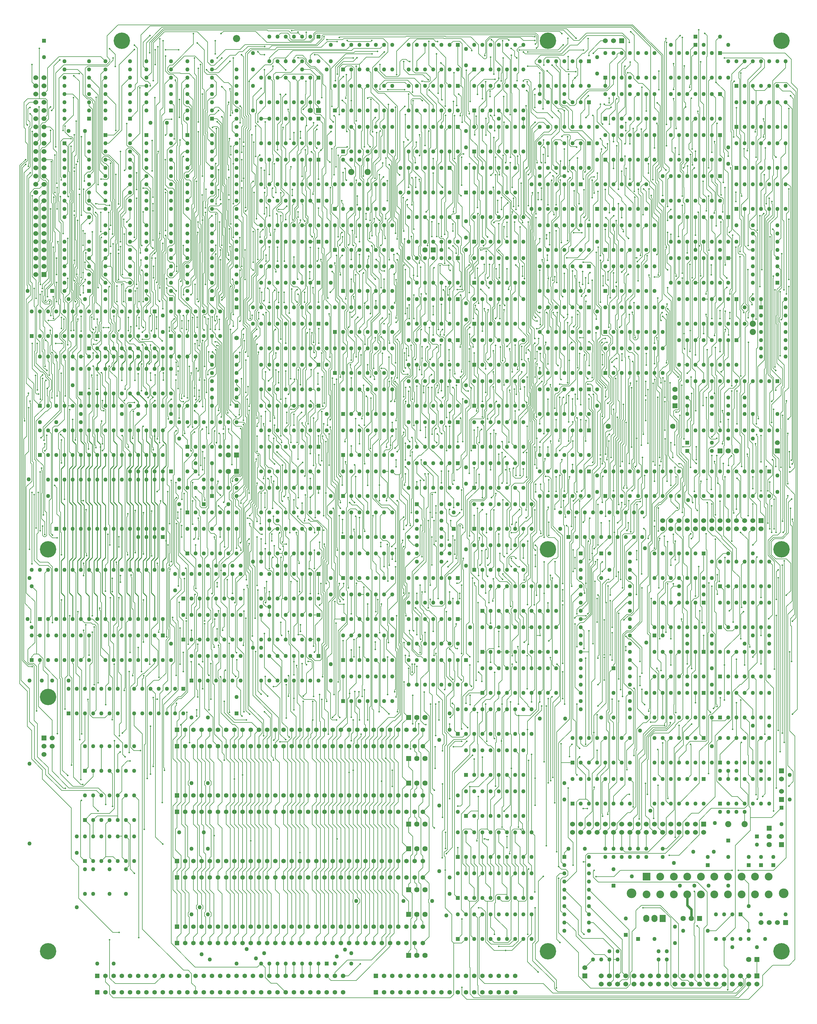
<source format=gbl>
G04*
G04  File:            MAINBOARD-V10.6.8.GBL, Wed Sep 24 18:35:47 2025*
G04  Source:          P-CAD 2006 PCB, Version 19.02.958, (D:\PCAD-2006\Projects\Pentagon-4096\Hardware\MainBoard-v10.6.8.PCB)*
G04  Format:          Gerber Format (RS-274-D), ASCII*
G04*
G04  Format Options:  Absolute Positioning*
G04                   Leading-Zero Suppression*
G04                   Scale Factor 1:1*
G04                   NO Circular Interpolation*
G04                   Inch Units*
G04                   Numeric Format: 4.4 (XXXX.XXXX)*
G04                   G54 NOT Used for Aperture Change*
G04                   Apertures Embedded*
G04*
G04  File Options:    Offset = (0.0mil,0.0mil)*
G04                   Drill Symbol Size = 80.0mil*
G04                   No Pad/Via Holes*
G04*
G04  File Contents:   Pads*
G04                   Vias*
G04                   No Designators*
G04                   No Types*
G04                   No Values*
G04                   No Drill Symbols*
G04                   Bottom*
G04*
%INMAINBOARD-V10.6.8.GBL*%
%ICAS*%
%MOIN*%
G04*
G04  Aperture MACROs for general use --- invoked via D-code assignment *
G04*
G04  General MACRO for flashed round with rotation and/or offset hole *
%AMROTOFFROUND*
1,1,$1,0.0000,0.0000*
1,0,$2,$3,$4*%
G04*
G04  General MACRO for flashed oval (obround) with rotation and/or offset hole *
%AMROTOFFOVAL*
21,1,$1,$2,0.0000,0.0000,$3*
1,1,$4,$5,$6*
1,1,$4,0-$5,0-$6*
1,0,$7,$8,$9*%
G04*
G04  General MACRO for flashed oval (obround) with rotation and no hole *
%AMROTOVALNOHOLE*
21,1,$1,$2,0.0000,0.0000,$3*
1,1,$4,$5,$6*
1,1,$4,0-$5,0-$6*%
G04*
G04  General MACRO for flashed rectangle with rotation and/or offset hole *
%AMROTOFFRECT*
21,1,$1,$2,0.0000,0.0000,$3*
1,0,$4,$5,$6*%
G04*
G04  General MACRO for flashed rectangle with rotation and no hole *
%AMROTRECTNOHOLE*
21,1,$1,$2,0.0000,0.0000,$3*%
G04*
G04  General MACRO for flashed rounded-rectangle *
%AMROUNDRECT*
21,1,$1,$2-$4,0.0000,0.0000,$3*
21,1,$1-$4,$2,0.0000,0.0000,$3*
1,1,$4,$5,$6*
1,1,$4,$7,$8*
1,1,$4,0-$5,0-$6*
1,1,$4,0-$7,0-$8*
1,0,$9,$10,$11*%
G04*
G04  General MACRO for flashed rounded-rectangle with rotation and no hole *
%AMROUNDRECTNOHOLE*
21,1,$1,$2-$4,0.0000,0.0000,$3*
21,1,$1-$4,$2,0.0000,0.0000,$3*
1,1,$4,$5,$6*
1,1,$4,$7,$8*
1,1,$4,0-$5,0-$6*
1,1,$4,0-$7,0-$8*%
G04*
G04  General MACRO for flashed regular polygon *
%AMREGPOLY*
5,1,$1,0.0000,0.0000,$2,$3+$4*
1,0,$5,$6,$7*%
G04*
G04  General MACRO for flashed regular polygon with no hole *
%AMREGPOLYNOHOLE*
5,1,$1,0.0000,0.0000,$2,$3+$4*%
G04*
G04  General MACRO for target *
%AMTARGET*
6,0,0,$1,$2,$3,4,$4,$5,$6*%
G04*
G04  General MACRO for mounting hole *
%AMMTHOLE*
1,1,$1,0,0*
1,0,$2,0,0*
$1=$1-$2*
$1=$1/2*
21,1,$2+$1,$3,0,0,$4*
21,1,$3,$2+$1,0,0,$4*%
G04*
G04*
G04  D10 : "Ellipse X8.0mil Y8.0mil H0.0mil 0.0deg (0.0mil,0.0mil) Draw"*
G04  Disc: OuterDia=0.0080*
%ADD10C, 0.0080*%
G04  D11 : "Ellipse X10.0mil Y10.0mil H0.0mil 0.0deg (0.0mil,0.0mil) Draw"*
G04  Disc: OuterDia=0.0100*
%ADD11C, 0.0100*%
G04  D12 : "Ellipse X15.0mil Y15.0mil H0.0mil 0.0deg (0.0mil,0.0mil) Draw"*
G04  Disc: OuterDia=0.0150*
%ADD12C, 0.0150*%
G04  D13 : "Ellipse X25.0mil Y25.0mil H0.0mil 0.0deg (0.0mil,0.0mil) Draw"*
G04  Disc: OuterDia=0.0250*
%ADD13C, 0.0250*%
G04  D14 : "Ellipse X30.0mil Y30.0mil H0.0mil 0.0deg (0.0mil,0.0mil) Draw"*
G04  Disc: OuterDia=0.0300*
%ADD14C, 0.0300*%
G04  D15 : "Ellipse X40.0mil Y40.0mil H0.0mil 0.0deg (0.0mil,0.0mil) Draw"*
G04  Disc: OuterDia=0.0400*
%ADD15C, 0.0400*%
G04  D16 : "Ellipse X5.0mil Y5.0mil H0.0mil 0.0deg (0.0mil,0.0mil) Draw"*
G04  Disc: OuterDia=0.0050*
%ADD16C, 0.0050*%
G04  D17 : "Ellipse X6.0mil Y6.0mil H0.0mil 0.0deg (0.0mil,0.0mil) Draw"*
G04  Disc: OuterDia=0.0060*
%ADD17C, 0.0060*%
G04  D18 : "Ellipse X9.8mil Y9.8mil H0.0mil 0.0deg (0.0mil,0.0mil) Draw"*
G04  Disc: OuterDia=0.0098*
%ADD18C, 0.0098*%
G04  D19 : "Ellipse X110.0mil Y110.0mil H0.0mil 0.0deg (0.0mil,0.0mil) Flash"*
G04  Disc: OuterDia=0.1100*
%ADD19C, 0.1100*%
G04  D20 : "Ellipse X200.0mil Y200.0mil H0.0mil 0.0deg (0.0mil,0.0mil) Flash"*
G04  Disc: OuterDia=0.2000*
%ADD20C, 0.2000*%
G04  D21 : "Ellipse X215.0mil Y215.0mil H0.0mil 0.0deg (0.0mil,0.0mil) Flash"*
G04  Disc: OuterDia=0.2150*
%ADD21C, 0.2150*%
G04  D22 : "Ellipse X50.0mil Y50.0mil H0.0mil 0.0deg (0.0mil,0.0mil) Flash"*
G04  Disc: OuterDia=0.0500*
%ADD22C, 0.0500*%
G04  D23 : "Ellipse X56.0mil Y56.0mil H0.0mil 0.0deg (0.0mil,0.0mil) Flash"*
G04  Disc: OuterDia=0.0560*
%ADD23C, 0.0560*%
G04  D24 : "Ellipse X60.0mil Y60.0mil H0.0mil 0.0deg (0.0mil,0.0mil) Flash"*
G04  Disc: OuterDia=0.0600*
%ADD24C, 0.0600*%
G04  D25 : "Ellipse X64.0mil Y64.0mil H0.0mil 0.0deg (0.0mil,0.0mil) Flash"*
G04  Disc: OuterDia=0.0640*
%ADD25C, 0.0640*%
G04  D26 : "Ellipse X65.0mil Y65.0mil H0.0mil 0.0deg (0.0mil,0.0mil) Flash"*
G04  Disc: OuterDia=0.0650*
%ADD26C, 0.0650*%
G04  D27 : "Ellipse X71.0mil Y71.0mil H0.0mil 0.0deg (0.0mil,0.0mil) Flash"*
G04  Disc: OuterDia=0.0710*
%ADD27C, 0.0710*%
G04  D28 : "Ellipse X75.0mil Y75.0mil H0.0mil 0.0deg (0.0mil,0.0mil) Flash"*
G04  Disc: OuterDia=0.0750*
%ADD28C, 0.0750*%
G04  D29 : "Ellipse X79.0mil Y79.0mil H0.0mil 0.0deg (0.0mil,0.0mil) Flash"*
G04  Disc: OuterDia=0.0790*
%ADD29C, 0.0790*%
G04  D30 : "Ellipse X90.0mil Y90.0mil H0.0mil 0.0deg (0.0mil,0.0mil) Flash"*
G04  Disc: OuterDia=0.0900*
%ADD30C, 0.0900*%
G04  D31 : "Ellipse X95.0mil Y95.0mil H0.0mil 0.0deg (0.0mil,0.0mil) Flash"*
G04  Disc: OuterDia=0.0950*
%ADD31C, 0.0950*%
G04  D32 : "Oval X75.0mil Y87.0mil H0.0mil 0.0deg (0.0mil,0.0mil) Flash"*
G04  Obround: DimX=0.0750, DimY=0.0870, Rotation=0.0, OffsetX=0.0000, OffsetY=0.0000, HoleDia=0.0000 *
%ADD32O, 0.0750 X0.0870*%
G04  D33 : "Oval X90.0mil Y102.0mil H0.0mil 0.0deg (0.0mil,0.0mil) Flash"*
G04  Obround: DimX=0.0900, DimY=0.1020, Rotation=0.0, OffsetX=0.0000, OffsetY=0.0000, HoleDia=0.0000 *
%ADD33O, 0.0900 X0.1020*%
G04  D34 : "Rectangle X110.0mil Y110.0mil H0.0mil 0.0deg (0.0mil,0.0mil) Flash"*
G04  Square: Side=0.1100, Rotation=0.0, OffsetX=0.0000, OffsetY=0.0000, HoleDia=0.0000*
%ADD34R, 0.1100 X0.1100*%
G04  D35 : "Rectangle X50.0mil Y50.0mil H0.0mil 0.0deg (0.0mil,0.0mil) Flash"*
G04  Square: Side=0.0500, Rotation=0.0, OffsetX=0.0000, OffsetY=0.0000, HoleDia=0.0000*
%ADD35R, 0.0500 X0.0500*%
G04  D36 : "Rectangle X56.0mil Y56.0mil H0.0mil 0.0deg (0.0mil,0.0mil) Flash"*
G04  Square: Side=0.0560, Rotation=0.0, OffsetX=0.0000, OffsetY=0.0000, HoleDia=0.0000*
%ADD36R, 0.0560 X0.0560*%
G04  D37 : "Rectangle X60.0mil Y60.0mil H0.0mil 0.0deg (0.0mil,0.0mil) Flash"*
G04  Square: Side=0.0600, Rotation=0.0, OffsetX=0.0000, OffsetY=0.0000, HoleDia=0.0000*
%ADD37R, 0.0600 X0.0600*%
G04  D38 : "Rectangle X64.0mil Y64.0mil H0.0mil 0.0deg (0.0mil,0.0mil) Flash"*
G04  Square: Side=0.0640, Rotation=0.0, OffsetX=0.0000, OffsetY=0.0000, HoleDia=0.0000*
%ADD38R, 0.0640 X0.0640*%
G04  D39 : "Rectangle X65.0mil Y65.0mil H0.0mil 0.0deg (0.0mil,0.0mil) Flash"*
G04  Square: Side=0.0650, Rotation=0.0, OffsetX=0.0000, OffsetY=0.0000, HoleDia=0.0000*
%ADD39R, 0.0650 X0.0650*%
G04  D40 : "Rectangle X71.0mil Y71.0mil H0.0mil 0.0deg (0.0mil,0.0mil) Flash"*
G04  Square: Side=0.0710, Rotation=0.0, OffsetX=0.0000, OffsetY=0.0000, HoleDia=0.0000*
%ADD40R, 0.0710 X0.0710*%
G04  D41 : "Rectangle X75.0mil Y75.0mil H0.0mil 0.0deg (0.0mil,0.0mil) Flash"*
G04  Square: Side=0.0750, Rotation=0.0, OffsetX=0.0000, OffsetY=0.0000, HoleDia=0.0000*
%ADD41R, 0.0750 X0.0750*%
G04  D42 : "Rectangle X75.0mil Y87.0mil H0.0mil 0.0deg (0.0mil,0.0mil) Flash"*
G04  Rectangular: DimX=0.0750, DimY=0.0870, Rotation=0.0, OffsetX=0.0000, OffsetY=0.0000, HoleDia=0.0000 *
%ADD42R, 0.0750 X0.0870*%
G04  D43 : "Rectangle X79.0mil Y79.0mil H0.0mil 0.0deg (0.0mil,0.0mil) Flash"*
G04  Square: Side=0.0790, Rotation=0.0, OffsetX=0.0000, OffsetY=0.0000, HoleDia=0.0000*
%ADD43R, 0.0790 X0.0790*%
G04  D44 : "Rectangle X90.0mil Y102.0mil H0.0mil 0.0deg (0.0mil,0.0mil) Flash"*
G04  Rectangular: DimX=0.0900, DimY=0.1020, Rotation=0.0, OffsetX=0.0000, OffsetY=0.0000, HoleDia=0.0000 *
%ADD44R, 0.0900 X0.1020*%
G04  D45 : "Rectangle X95.0mil Y95.0mil H0.0mil 0.0deg (0.0mil,0.0mil) Flash"*
G04  Square: Side=0.0950, Rotation=0.0, OffsetX=0.0000, OffsetY=0.0000, HoleDia=0.0000*
%ADD45R, 0.0950 X0.0950*%
G04  D46 : "Ellipse X102.0mil Y102.0mil H0.0mil 0.0deg (0.0mil,0.0mil) Flash"*
G04  Disc: OuterDia=0.1020*
%ADD46C, 0.1020*%
G04  D47 : "Ellipse X118.0mil Y118.0mil H0.0mil 0.0deg (0.0mil,0.0mil) Flash"*
G04  Disc: OuterDia=0.1180*
%ADD47C, 0.1180*%
G04  D48 : "Ellipse X133.0mil Y133.0mil H0.0mil 0.0deg (0.0mil,0.0mil) Flash"*
G04  Disc: OuterDia=0.1330*
%ADD48C, 0.1330*%
G04  D49 : "Ellipse X20.0mil Y20.0mil H0.0mil 0.0deg (0.0mil,0.0mil) Flash"*
G04  Disc: OuterDia=0.0200*
%ADD49C, 0.0200*%
G04  D50 : "Ellipse X35.0mil Y35.0mil H0.0mil 0.0deg (0.0mil,0.0mil) Flash"*
G04  Disc: OuterDia=0.0350*
%ADD50C, 0.0350*%
G04  D51 : "Ellipse X55.0mil Y55.0mil H0.0mil 0.0deg (0.0mil,0.0mil) Flash"*
G04  Disc: OuterDia=0.0550*
%ADD51C, 0.0550*%
G04  D52 : "Ellipse X70.0mil Y70.0mil H0.0mil 0.0deg (0.0mil,0.0mil) Flash"*
G04  Disc: OuterDia=0.0700*
%ADD52C, 0.0700*%
G04  D53 : "Ellipse X87.0mil Y87.0mil H0.0mil 0.0deg (0.0mil,0.0mil) Flash"*
G04  Disc: OuterDia=0.0870*
%ADD53C, 0.0870*%
G04*
%FSLAX44Y44*%
%SFA1B1*%
%OFA0.0000B0.0000*%
G04*
G70*
G90*
G01*
D2*
%LNBottom*%
D10*
X100720Y139520*
X101760Y138480D1*
X100560Y139120D2*
X101480Y138200D1*
X101600Y141440D2*
X101040Y142000D1*
X101560Y141720D2*
Y143280D1*
X101680Y141600D2*
X101560Y141720D1*
X101600Y141200D2*
X100880Y141920D1*
X101880Y146840D2*
Y146600D1*
X101920Y146880D2*
X101880Y146840D1*
X101200Y148880D2*
X101920Y148160D1*
X101640Y167440D2*
X101200Y167000D1*
X101040Y168920D2*
X101400Y169280D1*
X101800Y173320D2*
Y173560D1*
X101880Y173240D2*
X101800Y173320D1*
X101160Y171400D2*
Y171160D1*
X101080Y171480D2*
X101160Y171400D1*
X101600Y174280D2*
Y174520D1*
X101400Y174080D2*
X101600Y174280D1*
X101880Y187600D2*
Y186480D1*
X101640Y187840D2*
X101880Y187600D1*
X101500Y187620D2*
Y187000D1*
X101440Y187680D2*
X101500Y187620D1*
X101600Y202440D2*
Y202200D1*
X101680Y202520D2*
X101600Y202440D1*
X100880Y202040D2*
X101280Y202440D1*
Y203000D2*
X100560Y202280D1*
X101480Y201800D2*
X101080Y201400D1*
X101520Y201800D2*
X101480D1*
X101840Y202120D2*
X101520Y201800D1*
X101200Y202680D2*
X100720Y202200D1*
X101320Y202680D2*
X101200D1*
X101520Y202880D2*
X101320Y202680D1*
X101240Y205160D2*
X101520Y204880D1*
X101080Y206920D2*
X101240Y206760D1*
Y205160*
X101360Y209600D2*
Y207360D1*
X101480Y207240*
X101800Y209360D2*
X101760D1*
X101560Y207840D2*
X101800Y207600D1*
Y207080*
X101760Y209360D2*
X101560Y209160D1*
Y207840*
X104040Y128200D2*
Y128880D1*
X103320Y128600D2*
Y127480D1*
X103720Y128640D2*
Y128040D1*
X102720Y134240D2*
X102320Y134640D1*
X104500Y134676D2*
Y132500D1*
X104000Y140200D2*
X103400Y140800D1*
X102600Y142720D2*
X102320D1*
X102840D2*
X102600D1*
X103400Y142160D2*
X102840Y142720D1*
X102320Y141280D2*
X102160Y141440D1*
X102600Y141240D2*
X102240Y141600D1*
X103000D2*
Y142000D1*
X102856Y141456D2*
X103000Y141600D1*
X102600Y145000D2*
X103000D1*
X102940Y153540D2*
X102320Y154160D1*
X104020Y153540D2*
X102940D1*
X104400Y153160D2*
X104020Y153540D1*
X102640Y154280D2*
X103000Y153920D1*
X104000*
X104560Y153360*
Y158760D2*
X104360Y158560D1*
X103680Y157040D2*
X103840Y157200D1*
X103520Y157040D2*
X103680D1*
X103360Y157200D2*
X103520Y157040D1*
X103360Y158320D2*
Y157200D1*
X104560Y156880D2*
X104160Y157280D1*
X103600D2*
Y158840D1*
X102800Y157520D2*
X102640Y157360D1*
X104360Y158560D2*
Y157440D1*
X104560Y157240*
X103840Y159960D2*
X103600Y160200D1*
X104160Y161440D2*
X104400Y161680D1*
X103200Y162280D2*
X103280Y162360D1*
X102360Y166480D2*
X102560Y166280D1*
Y166560D2*
X103440Y165680D1*
X102080Y166240D2*
X102240Y166080D1*
X103200Y165160D2*
Y165400D1*
X103280Y165080D2*
X103200Y165160D1*
X103840Y167720D2*
X103600Y167480D1*
X103360Y167360D2*
Y167760D1*
X103600Y167120D2*
X103360Y167360D1*
X103400Y169320D2*
X103160Y169080D1*
X104400Y169600D2*
X104000Y170000D1*
X104800Y170520D2*
X104560Y170280D1*
X103400Y170400D2*
Y169320D1*
X103560Y168840D2*
X103520Y168800D1*
X103560Y170200D2*
Y168840D1*
X103000Y173000D2*
X102280Y173720D1*
X103000Y173400D2*
X103360Y173760D1*
X103000Y173000D2*
Y173400D1*
X103600Y172840D2*
X102360Y171600D1*
X104400Y172840D2*
X103880Y172320D1*
X103760*
X102560Y171120*
X104200Y173560D2*
X104400Y173360D1*
Y172840*
X102600Y174440D2*
X102840D1*
X102480Y174560D2*
X102600Y174440D1*
X102480Y176680D2*
Y174560D1*
X103920Y174240D2*
Y175080D1*
X104000Y174160D2*
X103920Y174240D1*
X104400Y175000D2*
X104200Y174800D1*
X104560Y174720D2*
X104480Y174640D1*
X104560Y176800D2*
Y174720D1*
X103080Y176480D2*
X103360Y176760D1*
X104160Y175320D2*
X103920Y175080D1*
X103600Y175920D2*
X103760Y176080D1*
X103920Y176840D2*
Y176600D1*
X104400Y176120*
Y175000*
X103720Y176760D2*
Y176520D1*
X104160Y176080*
Y175320*
X102720Y176880D2*
Y174920D1*
X104000Y178440D2*
X104160Y178280D1*
X104000Y179000D2*
Y178440D1*
X102440Y179680D2*
X102360Y179600D1*
Y177920*
X103160Y177120*
X102680Y179480D2*
X102560Y179360D1*
Y178200*
X103640Y178040D2*
X103600Y178080D1*
X103640Y177800D2*
Y178040D1*
X104600Y179400D2*
X104480Y179480D1*
X104600Y179400D2*
Y178240D1*
X104240Y179400D2*
X104400Y179240D1*
X104600Y178240D2*
X104820Y178020D1*
X103400Y177680D2*
X103560Y177520D1*
X103640*
X103880Y177280*
X103160Y177120D2*
X103360D1*
X103280Y179640D2*
X103400Y179520D1*
Y177680*
X103600Y179760D2*
X103480Y179880D1*
X103600Y178080D2*
Y179760D1*
X103000Y180800D2*
X102600Y181200D1*
X103000Y182320D2*
X103400Y181920D1*
X104280Y181760D2*
X104400Y181640D1*
X103600Y182520D2*
X103400Y182720D1*
X104280Y182200D2*
Y181760D1*
X104400Y181640D2*
Y180440D1*
X104240Y180280*
X104000Y180720D2*
X103720Y181000D1*
X103400Y181920D2*
Y181320D1*
X103280Y181200*
X103480Y181080D2*
X103600Y181200D1*
Y182520*
X103640Y185600D2*
X103480Y185760D1*
X103800Y185600D2*
X103640D1*
X104120Y185920D2*
X103800Y185600D1*
X104280Y185920D2*
X104120D1*
X104440Y185760D2*
X104280Y185920D1*
X104440Y185400D2*
Y185760D1*
X104280Y185240D2*
X104440Y185400D1*
X104200Y185240D2*
X104280D1*
X103600Y184640D2*
X104200Y185240D1*
X103600Y183400D2*
Y184640D1*
X104400Y184400D2*
X104360Y184360D1*
X104400Y184920D2*
Y184400D1*
X104640Y185160D2*
X104400Y184920D1*
X102600Y185120D2*
X102800Y185320D1*
X102320Y185120D2*
X102440Y185000D1*
X104200Y185400D2*
Y185680D1*
X103600Y185400D2*
X104200D1*
X103280Y185720D2*
X103600Y185400D1*
X104040Y183400D2*
X104760D1*
X104600Y184760D2*
X104800Y184960D1*
X104600Y183960D2*
Y184760D1*
X104680Y183880D2*
X104600Y183960D1*
X104680Y183640D2*
Y183880D1*
X103400Y184760D2*
X103040Y185120D1*
X104360Y184360D2*
Y184000D1*
X103720Y187200D2*
X104400Y187880D1*
X103560Y187520D2*
X104240Y188200D1*
X103560Y186440D2*
Y187520D1*
X103480Y186360D2*
X103560Y186440D1*
X102800Y187960D2*
X102920Y188080D1*
X103320Y187760D2*
X104080Y188520D1*
X103320Y187280D2*
Y187760D1*
X102560Y188280D2*
X102080Y188760D1*
X102560Y186080D2*
Y188280D1*
X103960Y187200D2*
X104640Y187880D1*
X103960Y186280D2*
Y187200D1*
X104880Y187520D2*
X104800Y187600D1*
X104880Y186120D2*
Y187520D1*
X104800Y186040D2*
X104880Y186120D1*
X104800Y191680D2*
X104880Y191760D1*
X104400Y192840D2*
X104560Y193000D1*
X104240Y193080D2*
X104320Y193160D1*
X104880Y194120D2*
X104720Y194280D1*
X104560Y197640D2*
X104400Y197800D1*
X103400Y200480D2*
X103080Y200800D1*
X103640Y200480D2*
X103400D1*
X103920Y200200D2*
X103640Y200480D1*
X102920Y198420D2*
X103500Y199000D1*
X102980Y199480D2*
X103500Y200000D1*
X102360Y199480D2*
X102980D1*
X102920Y200420D2*
X102500Y200000D1*
X104500Y203000D2*
X103500D1*
X104620Y202880D2*
X104500Y203000D1*
X104320Y205200D2*
Y206560D1*
X103600Y204480D2*
X104320Y205200D1*
X103360Y204480D2*
X103600D1*
X103080Y204200D2*
X103360Y204480D1*
X102920Y205420D2*
X102500Y205000D1*
X103080Y204840D2*
X102920Y204680D1*
X104640Y204320D2*
Y206600D1*
X103360Y207480D2*
X103080Y207200D1*
X103600Y207480D2*
X103360D1*
X104080Y207960D2*
X103600Y207480D1*
X104080Y209200D2*
Y207960D1*
X104320Y209440D2*
X104080Y209200D1*
X103920Y208420D2*
X103500Y208000D1*
X104720Y209280D2*
X104440Y209000D1*
X103500Y211000D2*
X103960Y211460D1*
X102040Y212460D2*
X102500Y212000D1*
X103720Y210440D2*
X103920Y210240D1*
X102960Y210440D2*
X103720D1*
X105760Y128560D2*
X106400Y127920D1*
X106120Y126360D2*
X105880D1*
X105500Y128140D2*
X107040Y126600D1*
X106880Y129440D2*
X106920Y129480D1*
X106880Y129200D2*
Y129440D1*
X106920Y139800D2*
X106600Y140120D1*
X107400Y140400D2*
X107880Y139920D1*
X106080Y139800D2*
X106400Y140120D1*
X105600Y139960D2*
X105760Y139800D1*
X105400D2*
X105500Y139700D1*
X107000Y142000D2*
Y141600D1*
X107120Y141480*
X106640Y147160D2*
Y147400D1*
X106600Y147120D2*
X106640Y147160D1*
X105640Y149080D2*
X105600Y149040D1*
X105640Y149320D2*
Y149080D1*
X107640Y147640D2*
X107600Y147600D1*
X107640Y147880D2*
Y147640D1*
D2*
D11*
X106600Y154100*
X107000Y154500D1*
X105600Y154100D2*
X106000Y154500D1*
X107000Y154100D2*
X107400Y154500D1*
D2*
D10*
X105640Y157520*
X105560Y157600D1*
D2*
D11*
X106600Y161250*
X107000Y160850D1*
X105600Y161250D2*
X106000Y160850D1*
X107400D2*
X107000Y161250D1*
D2*
D10*
X105560Y160000*
X105400Y160160D1*
X105080Y159800D2*
X105400Y159480D1*
X105640Y166280D2*
X105600Y166320D1*
X105640Y166040D2*
Y166280D1*
D2*
D11*
X107000Y165700*
X106600Y165300D1*
X107000Y167000D2*
Y165700D1*
D2*
D10*
Y167000*
X106600Y167400D1*
D2*
D11*
X106000Y165700*
X105600Y165300D1*
X106000Y167000D2*
Y165700D1*
X107400D2*
X107000Y165300D1*
D2*
D10*
X105400Y167640*
X105280Y167760D1*
X105640Y168600D2*
Y168840D1*
X105600Y168560D2*
X105640Y168600D1*
X107400Y169120D2*
X107360Y169080D1*
Y168840*
D2*
D11*
X107000Y168700*
X107400Y168300D1*
X107000Y170000D2*
Y168700D1*
D2*
D10*
X106000Y169040*
X105560Y169480D1*
X105680Y170000D2*
X106000D1*
X105280Y169600D2*
X105680Y170000D1*
X106600Y172320D2*
X106640Y172360D1*
X106000Y173400D2*
X105880Y173520D1*
X106000Y173000D2*
Y173400D1*
X107000Y173000D2*
X106440D1*
X106640Y172360D2*
Y172520D1*
X106000Y173000D2*
Y171320D1*
X106440Y172840D2*
Y173000D1*
X106400Y172800D2*
X106440Y172840D1*
X105320Y174800D2*
X105440Y174680D1*
X107440Y178560D2*
X107000Y179000D1*
Y179480*
X106000Y178600D2*
X106120Y178480D1*
X106000Y179000D2*
Y178600D1*
X105600Y179280D2*
X106160Y179840D1*
X105600Y178120D2*
Y179280D1*
X105880Y177840D2*
X105600Y178120D1*
X105440Y177480D2*
X105320Y177360D1*
X105440Y179600D2*
Y177480D1*
X105600Y181680D2*
X106200Y182280D1*
X105600Y181360D2*
Y181680D1*
X105920Y181040D2*
X105600Y181360D1*
X105960Y181040D2*
X105920D1*
X106160Y180840D2*
X105960Y181040D1*
X106800Y180720D2*
Y180240D1*
X106560Y180960D2*
X106800Y180720D1*
X105960Y182360D2*
X105440Y181840D1*
Y181200*
X105960Y180680*
Y180120*
X107800Y185200D2*
X107560Y184960D1*
Y184000*
X107400Y183840*
X107640Y183320D2*
Y183560D1*
X107560Y183240D2*
X107640Y183320D1*
X107400Y184200D2*
X107160Y183960D1*
X107400Y185320D2*
Y184200D1*
X107600Y185520D2*
X107400Y185320D1*
X105560Y184320D2*
Y185920D1*
X106200Y183680D2*
X105560Y184320D1*
X106920Y185840D2*
X106560Y185480D1*
X105400Y185280D2*
X105280Y185400D1*
X105400Y184040D2*
Y185280D1*
X106080Y185840D2*
X106400Y185520D1*
X106000Y185560D2*
X105880Y185680D1*
X106000Y184500D2*
Y185560D1*
X107000Y183360D2*
X106800Y183160D1*
X107000Y184500D2*
Y183360D1*
Y184880D2*
X107080Y184960D1*
X107000Y184500D2*
Y184880D1*
X107240Y185800D2*
X107360Y185680D1*
X107600Y185800D2*
Y185520D1*
X107800Y185880D2*
Y185200D1*
X106000Y187000D2*
X106400Y187400D1*
X107120Y188320D2*
X107200Y188240D1*
X107520Y188760D2*
X107600Y188680D1*
X107280Y188640D2*
X107440Y188480D1*
X106400Y186480D2*
X106080Y186160D1*
X106440Y186480D2*
X106400D1*
X106640Y186680D2*
X106440Y186480D1*
X105880Y186560D2*
X105600Y186840D1*
X107080Y187000D2*
X106960Y187120D1*
X107440Y188480D2*
Y188120D1*
X107240Y187920*
X107600Y188680D2*
Y188040D1*
X106800Y186880D2*
X106920Y186760D1*
X107400Y187840D2*
X107600Y188040D1*
X107560Y187760D2*
Y186120D1*
X107800Y188000D2*
X107560Y187760D1*
X107720Y187680D2*
Y186240D1*
X107880Y187560D2*
Y186560D1*
X106400Y187400D2*
Y188520D1*
X107200Y190280D2*
X107120Y190200D1*
X107200Y190720D2*
Y190280D1*
X106000Y190000D2*
X106400Y190400D1*
X107520Y189680D2*
X107600Y189760D1*
X107520Y189040D2*
Y189680D1*
X107440Y190000D2*
X107280Y189840D1*
X107360Y193240D2*
X107440Y193160D1*
X105200Y192760D2*
Y193000D1*
X105280Y192680D2*
X105200Y192760D1*
X105840Y195400D2*
X105560Y195680D1*
X107440Y196040D2*
X107360Y195960D1*
X106400Y196400D2*
Y197600D1*
X106000Y196000D2*
X106400Y196400D1*
X105600Y195240D2*
X105360Y195480D1*
Y197880*
X106960Y197680D2*
X107040Y197760D1*
X106880Y197920D2*
X106800Y197840D1*
X105560Y200880D2*
X105600Y200840D1*
Y200520*
X105560Y198440D2*
X105520Y198480D1*
X105280Y198840D2*
X105360Y198920D1*
X107040Y199200D2*
X106960Y199280D1*
X106800Y199160D2*
X106880Y199080D1*
X106400Y198560D2*
X106480Y198480D1*
X106640Y198960D2*
X106720Y198880D1*
Y198080*
X107200Y203360D2*
Y202000D1*
X107440Y203600D2*
X107200Y203360D1*
X107600Y203000D2*
Y202760D1*
X107680Y203080D2*
X107600Y203000D1*
X106560Y201560D2*
X106640Y201480D1*
X106400Y204600D2*
X106000Y205000D1*
X107040Y205280D2*
X106560Y204800D1*
X107040Y205640D2*
Y205280D1*
X106880Y205800D2*
X107040Y205640D1*
X106640Y205800D2*
X106880D1*
X106080Y206360D2*
X106640Y205800D1*
X107200Y204080D2*
Y206040D1*
X105880Y205560D2*
X105560Y205240D1*
X106800Y205560D2*
X105880D1*
X107120Y208440D2*
X105840Y207160D1*
X107000Y211000D2*
X107680Y210320D1*
X106000Y211000D2*
X107000D1*
X107600Y214000D2*
X106000D1*
X105920Y213480D2*
X107800D1*
X109120Y117880D2*
X109500Y117500D1*
Y122500D2*
Y120500D1*
X108500Y122500D2*
X109120Y121880D1*
X109520Y125480D2*
X109500Y125500D1*
X109520Y124200D2*
Y125480D1*
X110120Y123600D2*
X109520Y124200D1*
X109500Y127780D2*
Y128500D1*
X108320Y126600D2*
X109500Y127780D1*
X108920Y128920D2*
X108500Y128500D1*
X109880Y135880D2*
X109500Y135500D1*
X108880Y136960D2*
X108920Y136920D1*
X108880Y137200D2*
Y136960D1*
X108500Y138500D2*
X108600Y138600D1*
X109120Y141400D2*
X109400Y141680D1*
X109920Y146560D2*
X110120Y146360D1*
X109880Y146560D2*
X109920D1*
X109680Y146360D2*
X109880Y146160D1*
X109440Y146360D2*
X109680D1*
X109280Y146520D2*
X109440Y146360D1*
X108480Y146520D2*
X109280D1*
X108360Y145400D2*
X108400Y145360D1*
X108360Y145640D2*
Y145400D1*
X110400Y149120D2*
X110560Y148960D1*
X110320Y148080D2*
X110400Y148000D1*
X110320Y148320D2*
Y148080D1*
X108360Y152520D2*
X108400Y152560D1*
X108360Y152280D2*
Y152520D1*
X108720Y154960D2*
X108600Y155080D1*
X108720Y154720D2*
Y154960D1*
D2*
D11*
X109600Y154100*
X110000Y154500D1*
X108600Y154100D2*
X109000Y154500D1*
Y154100D2*
X109400Y154500D1*
X110000Y154100D2*
X110400Y154500D1*
D2*
D10*
X108360Y153560*
Y153800D1*
X108400Y153520D2*
X108360Y153560D1*
X108640Y160080D2*
Y160320D1*
X108600Y160040D2*
X108640Y160080D1*
D2*
D11*
X109600Y161250*
X110000Y160850D1*
X108600Y161250D2*
X109000Y160850D1*
X109400D2*
X109000Y161250D1*
X110400Y160850D2*
X110000Y161250D1*
Y165700D2*
X109600Y165300D1*
X110000Y167000D2*
Y165700D1*
D2*
D10*
Y167000*
X109600Y167400D1*
D2*
D11*
X109000Y165700*
X108600Y165300D1*
X109000Y167000D2*
Y165700D1*
X109400D2*
X109000Y165300D1*
X110000D2*
X110400Y165700D1*
D2*
D10*
X108640Y167360*
X109000Y167000D1*
X110640Y167520D2*
X110880Y167760D1*
X109600Y169120D2*
X109440Y169280D1*
D2*
D11*
X109000Y168700*
X109400Y168300D1*
X109000Y170000D2*
Y168700D1*
X110000D2*
Y170000D1*
X110400Y168300D2*
X110000Y168700D1*
D2*
D10*
X110440Y170760*
X110560Y170880D1*
X110440Y169280D2*
Y170760D1*
X110640Y169080D2*
X110440Y169280D1*
X110640Y168360D2*
Y169080D1*
X110600Y169640D2*
Y170480D1*
X110880Y169360D2*
X110600Y169640D1*
X109760Y168200D2*
X109840Y168120D1*
X109760Y169440D2*
Y168200D1*
X109600Y169600D2*
X109760Y169440D1*
X108600Y169480D2*
X108800Y169280D1*
Y168520*
X108960Y168360*
X108400Y168600D2*
X108640Y168360D1*
X109440Y171600D2*
X109600Y171760D1*
X109000Y171960D2*
X109400Y172360D1*
X110640Y173400D2*
Y173640D1*
X110600Y173360D2*
X110640Y173400D1*
X110600Y172825D2*
Y173360D1*
X110800Y172625D2*
X110600Y172825D1*
X110935Y172625D2*
X110800D1*
X110560Y172400D2*
X110800D1*
X110400Y172560D2*
X110560Y172400D1*
X110000Y171720D2*
X109600Y171320D1*
X110000Y173000D2*
Y171720D1*
X109360Y176480D2*
Y176720D1*
X109400Y176440D2*
X109360Y176480D1*
X110000Y176720D2*
Y175000D1*
X110640Y175520D2*
Y176920D1*
X110000Y179000D2*
Y179400D1*
X109000Y179000D2*
X108600Y179400D1*
D2*
D11*
X110000Y178100*
Y177500D1*
X110400Y178500D2*
X110000Y178100D1*
X110400Y179600D2*
Y178500D1*
D2*
D10*
X109600Y177760*
X109520Y177840D1*
X110000Y177500D2*
Y177160D1*
X109520Y179440D2*
Y178680D1*
X108600Y177760*
X110280Y182080D2*
X110400Y181960D1*
X110560Y182120D2*
X110480Y182200D1*
X110560Y180560D2*
Y182120D1*
X110120Y182040D2*
Y182840D1*
X110000Y181920D2*
X110120Y182040D1*
X110000Y181500D2*
Y181920D1*
X109840Y182055D2*
Y182560D1*
X109625Y181840D2*
X109840Y182055D1*
X109625Y181095D2*
Y181840D1*
X109560Y182280D2*
X109360Y182480D1*
X109120Y182200D2*
X109400Y181920D1*
Y181200D2*
Y181920D1*
X109280Y181080D2*
X109400Y181200D1*
X109280Y180440D2*
Y181080D1*
X109400Y180320D2*
X109280Y180440D1*
X110400Y180920D2*
X109960Y180480D1*
X109560*
X110400Y181960D2*
Y180920D1*
X109960Y180960D2*
X109760D1*
X109625Y181095*
X109400Y184200D2*
X109120Y183920D1*
X108600Y184800D2*
X109080Y185280D1*
X108040Y185600D2*
X108400Y185240D1*
X109600Y185440D2*
X109720Y185560D1*
X109600Y183560D2*
Y185440D1*
X109880Y185600D2*
X110400Y185080D1*
X108040Y185920D2*
Y185600D1*
X110400Y185080D2*
Y183280D1*
X110280Y183160*
X109560Y186400D2*
X109400Y186240D1*
X109080Y186320D2*
X109400Y186640D1*
X108280Y188480D2*
X108040Y188240D1*
X108320Y187640D2*
Y186760D1*
X110560Y187640D2*
X110280Y187920D1*
X110600Y188840D2*
X110880Y188560D1*
X108040Y188240D2*
Y188000D1*
X108560Y188400D2*
Y188240D1*
X110080Y187440D2*
X110120Y187400D1*
X108600Y191640D2*
Y190760D1*
X109000Y190000D2*
X109560Y189440D1*
X108720Y189560D2*
X108520Y189760D1*
X109000Y189560D2*
X108720D1*
X109400Y189160D2*
X109000Y189560D1*
X108280Y189240D2*
Y191760D1*
X109400Y191400D2*
X109000Y191000D1*
X109720Y190280D2*
X109000Y191000D1*
Y190000D2*
Y190360D1*
X108600Y190760*
X108520Y189760D2*
Y190480D1*
X110280Y193680D2*
X110600Y194000D1*
X108280Y192560D2*
Y194320D1*
X110520Y193520D2*
X110440Y193440D1*
X109000Y196000D2*
X108040Y195040D1*
X110080Y197640D2*
X110160Y197560D1*
X109840Y197640D2*
X110080D1*
X109440Y195560D2*
X109080Y195200D1*
X109800Y196560D2*
X110080Y196280D1*
X109440Y196200D2*
Y195560D1*
X108600Y197800D2*
X108920Y197480D1*
X109160*
X109500Y197140D2*
Y196420D1*
X109880Y196040*
X109160Y197480D2*
X109500Y197140D1*
X108680Y196480D2*
X109160D1*
X108360Y196800D2*
X108680Y196480D1*
X109160D2*
X109440Y196200D1*
X110840Y200600D2*
X110800Y200640D1*
X109720Y200160D2*
X109120Y199560D1*
X109000*
X108600Y199160*
X110800Y200640D2*
X110480D1*
X110880Y203560D2*
X110600Y203840D1*
Y202840D2*
X110880Y202560D1*
X110600Y203200D2*
Y202840D1*
X110800Y203400D2*
X110600Y203200D1*
X108500Y203500D2*
X109000Y203000D1*
X109400Y201760D2*
X109120Y201480D1*
X108840*
X108440Y201080*
X109560Y209800D2*
X109440Y209920D1*
X109000Y209560D2*
X109400Y209160D1*
X110120Y210880D2*
X109000Y212000D1*
X108800Y210400D2*
X108280Y210920D1*
X109160Y210400D2*
X108800D1*
X109440Y210120D2*
X109160Y210400D1*
X108560Y210880D2*
X108880Y210560D1*
X109240*
X109720Y210080*
X108840Y214400D2*
X108560Y214120D1*
X111960Y100840D2*
X111500Y101300D1*
X111520Y103240D2*
X112200Y102560D1*
X111920Y108800D2*
X112680D1*
X113500Y116500D2*
X113880Y116880D1*
X111960Y118040D2*
X112500Y117500D1*
X113040Y117960D2*
X113500Y117500D1*
X111960Y118040D2*
X111040D1*
X113880Y120120D2*
X113500Y120500D1*
X112520Y120520D2*
X112500Y120500D1*
X113040Y120520D2*
X112520D1*
X111500Y122500D2*
X111040Y122040D1*
Y124400D2*
Y125520D1*
X111520Y123280D2*
X112120Y123880D1*
X113500Y125500D2*
X113040Y125040D1*
X111880Y128120D2*
X111500Y128500D1*
X112520Y128480D2*
X112500Y128500D1*
X113120Y130480D2*
X113400Y130200D1*
X113120Y131880D2*
Y130480D1*
X112800Y130800D2*
X112520Y130520D1*
X113560Y133560D2*
X113080Y133080D1*
X112720Y134160D2*
Y132760D1*
X112960Y134400D2*
X112720Y134160D1*
X112600Y140520D2*
X112960Y140160D1*
X111560D2*
X111880Y139840D1*
X111400Y139200D2*
X111040Y138840D1*
X113320Y138520D2*
Y138280D1*
X113400Y138600D2*
X113320Y138520D1*
X112440Y138560D2*
X112500Y138500D1*
X111400Y143760D2*
X111560Y143600D1*
X113000Y145920D2*
X112600Y145520D1*
X112000Y146160D2*
Y145000D1*
X112400Y146560D2*
X112000Y146160D1*
X112600Y146120D2*
X112440Y145960D1*
X112640Y149360D2*
X112600Y149320D1*
X112640Y149600D2*
Y149360D1*
X111840Y151960D2*
Y150320D1*
X112840Y152280D2*
Y151480D1*
D2*
D11*
X112600Y154100*
X113000Y154500D1*
X111600Y154100D2*
X112000Y154500D1*
X112400D2*
X112000Y154100D1*
D2*
D10*
X112360Y153680*
X112400Y153640D1*
X112360Y153920D2*
Y153680D1*
X113720Y155080D2*
X113600Y155200D1*
X113720Y154840D2*
Y155080D1*
X111560Y158360D2*
Y156040D1*
X111400Y158520D2*
X111560Y158360D1*
D2*
D11*
X112600Y161250*
X113000Y160850D1*
X111600Y161250D2*
X112000Y160850D1*
Y161250D2*
X112400Y160850D1*
D2*
D10*
X113760Y159600*
Y159840D1*
X113600Y159440D2*
X113760Y159600D1*
D2*
D11*
X113000Y165700*
X112600Y165300D1*
X113000Y167000D2*
Y165700D1*
X112000D2*
X111600Y165300D1*
X112000Y167000D2*
Y165700D1*
D2*
D10*
Y167000*
X111600Y167400D1*
D2*
D11*
X112400Y165700*
X112000Y165300D1*
D2*
D10*
X113180Y167540*
X113400Y167320D1*
X113000Y168720D2*
X112400Y169320D1*
D2*
D11*
X112000Y168700*
X112400Y168300D1*
X112000Y170000D2*
Y168700D1*
D2*
D10*
X113800Y168200*
X113600Y168400D1*
X113040Y169360D2*
X113180Y169220D1*
X113625Y173945D2*
X113320Y173640D1*
X113600Y173200D2*
X113800Y173400D1*
X111600Y176200D2*
X111400Y176400D1*
X113400Y175400D2*
X113600Y175600D1*
X113400Y175040D2*
Y175400D1*
X112600Y179000D2*
X113000D1*
D2*
D11*
X111400Y178500*
Y179600D1*
X112000Y178100D2*
Y177500D1*
X112400Y178500D2*
X112000Y178100D1*
X112400Y179600D2*
Y178500D1*
X113400D2*
Y179600D1*
X113000Y178100D2*
X113400Y178500D1*
X113000Y177500D2*
Y178100D1*
D2*
D10*
X111600Y179400*
X112000Y179000D1*
X113600Y179760D2*
X113500Y179860D1*
X111500D2*
X111600Y179760D1*
Y179400*
X111400Y177760D2*
X111480Y177840D1*
X112000Y178360D2*
X111800Y178160D1*
Y177840*
X111560Y177600*
Y177240*
X112000Y179000D2*
Y178360D1*
X112600Y180480D2*
X112400Y180680D1*
X111600Y181080D2*
X112000Y180680D1*
X112560Y181080D2*
X113000Y180640D1*
X111960Y182120D2*
X111600Y181760D1*
Y181080*
X111680Y182200D2*
X111440Y181960D1*
Y180440*
X111680Y182880D2*
Y182200D1*
X112800Y182320D2*
X112600Y182120D1*
X112360Y182040D2*
X112560Y181840D1*
Y181080*
X112400Y180680D2*
Y181720D1*
X112180Y181940*
X113500Y180300D2*
X113400Y180400D1*
X111440Y180440D2*
X111500Y180380D1*
X112560Y185200D2*
Y183920D1*
X111600Y183640D2*
X111760Y183480D1*
X113560Y185480D2*
X113480Y185560D1*
X113400Y185000D2*
X113000Y185400D1*
X111760Y183480D2*
Y183160D1*
X112120Y185640D2*
X112560Y185200D1*
X111920Y185160D2*
X112400Y184680D1*
X111760Y184960D2*
X111600Y184800D1*
Y183640*
X112040Y183280D2*
Y183920D1*
X112560D2*
X112800Y183680D1*
X112180Y183140D2*
X112040Y183280D1*
X112400Y184240D2*
X112360Y184200D1*
X112400Y184680D2*
Y184240D1*
X113400Y188160D2*
X113560Y188000D1*
X112520Y188160D2*
X113400D1*
X112360Y188320D2*
X112520Y188160D1*
X112400Y188000D2*
X112200Y188200D1*
X113080Y188000D2*
X112400D1*
X113240Y187840D2*
X113080Y188000D1*
X113200Y188560D2*
X112840Y188920D1*
X113480Y187240D2*
X113800Y187560D1*
X113480Y187000D2*
Y187240D1*
X111960Y188120D2*
X112120Y187960D1*
X111800Y188000D2*
X111920Y187880D1*
X111400Y187480D2*
X111480Y187520D1*
X111640Y190000D2*
Y191560D1*
Y190000D2*
X111800Y189840D1*
X112440Y192760D2*
X112360Y192680D1*
X112200Y193160D2*
X112280Y193240D1*
X111640Y193280D2*
X112120Y193760D1*
X111640Y192440D2*
Y193280D1*
X113240Y194880D2*
X113560Y194560D1*
X113000Y194760D2*
X113080Y194680D1*
X113560Y194560D2*
Y192760D1*
X113840Y192480*
X111400Y194500D2*
X111520Y194520D1*
X112840Y197360D2*
X112440Y196960D1*
X113320Y196760D2*
X112840Y196280D1*
X113120Y197120D2*
X112600Y196600D1*
X111080Y197440D2*
X111520D1*
X111920Y196640D2*
X111880Y196600D1*
X111640Y196760D2*
X111760Y196880D1*
Y197840*
X113520Y196560D2*
X113000Y196040D1*
X111400Y200800D2*
X111200Y200600D1*
X112120Y198120D2*
X112040Y198200D1*
X111520Y203000D2*
X111880Y202640D1*
X112600Y202400D2*
X111440Y203560D1*
X112040Y202720D2*
X111360Y203400D1*
X113520Y201840D2*
X113360Y201680D1*
X111400Y205000D2*
X113000Y206600D1*
X112680Y206640D2*
X112040Y206000D1*
X113760Y204400D2*
X113520Y204160D1*
X113800Y204560D2*
X113600Y204760D1*
X111160Y214560D2*
X111560Y214960D1*
X111960Y215400D2*
Y215120D1*
X111240Y214400*
X111560Y215200D2*
X111200Y215560D1*
X111560Y214960D2*
Y215200D1*
X112200Y215840D2*
Y214360D1*
X114040Y116520D2*
X114560Y116000D1*
X115080Y124920D2*
X114500Y125500D1*
X114480Y130960D2*
X115280D1*
X114080Y131360D2*
X114480Y130960D1*
X115760Y131640D2*
X115920Y131800D1*
X116840Y129280D2*
X116880Y129320D1*
X116840Y129040D2*
Y129280D1*
X114500Y134000D2*
X115520Y132980D1*
X116840Y137200D2*
Y137440D1*
X116880Y137160D2*
X116840Y137200D1*
X114600Y139240D2*
X114080Y138720D1*
X115560Y140320D2*
X115720D1*
X114920Y139680D2*
X115560Y140320D1*
X114920Y138920D2*
Y139680D1*
X114500Y138500D2*
X114920Y138920D1*
X115500Y139660D2*
Y138500D1*
X115680Y139840D2*
X115500Y139660D1*
X115680Y140080D2*
Y139840D1*
X114360Y140320D2*
Y140080D1*
X114400Y140360D2*
X114360Y140320D1*
X116120Y138720D2*
X116920Y139520D1*
X115000Y142000D2*
Y143520D1*
X115640Y144440D2*
Y144200D1*
X115600Y144480D2*
X115640Y144440D1*
Y149080D2*
X115600Y149040D1*
X115640Y149320D2*
Y149080D1*
X114400Y149120D2*
X114600Y148920D1*
X114200Y148320D2*
X114400Y148120D1*
X114160Y152120D2*
X114200Y152080D1*
X114160Y152360D2*
Y152120D1*
D2*
D11*
X114600Y154100*
X115000Y154500D1*
X115600Y154100D2*
X116000Y154500D1*
Y154100D2*
X116400Y154500D1*
X115000Y154100D2*
X115400Y154500D1*
D2*
D10*
X115640Y155160*
X115600Y155200D1*
X115640Y154920D2*
Y155160D1*
X114640Y155320D2*
X114600Y155360D1*
X114640Y155080D2*
Y155320D1*
X116640Y154920D2*
X116600Y154960D1*
X116640Y154680D2*
Y154920D1*
D2*
D11*
X115000Y158000*
Y157000D1*
X116000Y158000D2*
Y157000D1*
X114600Y161250D2*
X115000Y160850D1*
X115600Y161250D2*
X116000Y160850D1*
X116400D2*
X116000Y161250D1*
X115400Y160850D2*
X115000Y161250D1*
D2*
D10*
X115640Y159720*
Y159960D1*
X115600Y159680D2*
X115640Y159720D1*
X114640Y160000D2*
Y160240D1*
X114600Y159960D2*
X114640Y160000D1*
X116640Y159920D2*
Y160160D1*
X116600Y159880D2*
X116640Y159920D1*
D2*
D11*
X115000Y165700*
X114600Y165300D1*
X115000Y167000D2*
Y165700D1*
D2*
D10*
Y167000*
X114600Y167400D1*
D2*
D11*
X116000Y165700*
X115600Y165300D1*
X116000Y167000D2*
Y165700D1*
D2*
D10*
Y167000*
X115600Y167400D1*
D2*
D11*
X116400Y165700*
X116000Y165300D1*
X115400Y165700D2*
X115000Y165300D1*
D2*
D10*
X116840Y167640*
Y167880D1*
X114360Y169280D2*
X114400Y169320D1*
X114360Y169040D2*
Y169280D1*
X116600Y168960D2*
X116440Y169120D1*
D2*
D11*
X116000Y168700*
X116400Y168300D1*
X116000Y170000D2*
Y168700D1*
X115000D2*
X115400Y168300D1*
X115000Y170000D2*
Y168700D1*
D2*
D10*
X116760Y169280*
X116600Y169440D1*
X115600Y168840D2*
X115520Y168920D1*
Y170400*
X115600Y170480*
D2*
D11*
X116000Y173000*
Y173500D1*
D2*
D10*
Y171960*
Y173000D1*
D2*
D11*
X115000*
Y173500D1*
D2*
D10*
X114560Y172560*
X115000Y173000D1*
X114320Y172560D2*
X114560D1*
X116400Y175360D2*
Y174200D1*
X116000Y175760D2*
X116400Y175360D1*
X116000Y175040D2*
X115600Y175440D1*
X116000Y174500D2*
Y175040D1*
X116560Y174280D2*
Y175120D1*
X116800Y174040D2*
X116560Y174280D1*
X115000Y174500D2*
Y176880D1*
X116520Y176120D2*
X116560Y176080D1*
D2*
D11*
X116400Y178500*
Y179600D1*
X116000Y178100D2*
X116400Y178500D1*
X116000Y177500D2*
Y178100D1*
X114400Y179600D2*
Y178500D1*
X115000Y178100D2*
Y177500D1*
X115400Y178500D2*
X115000Y178100D1*
X115400Y179600D2*
Y178500D1*
D2*
D10*
X114600Y178600*
X115000Y179000D1*
X115440Y178080D2*
X115367Y178007D1*
X115680Y178440D2*
X115600Y178520D1*
X115680Y177800D2*
Y178440D1*
X115600Y177720D2*
X115680Y177800D1*
X116520Y179880D2*
X116600Y179800D1*
X115367Y177672D2*
X115400Y177640D1*
X115367Y178007D2*
Y177672D1*
X116600Y179800D2*
Y178320D1*
X116360Y178080*
X115000Y181080D2*
Y181500D1*
X114120Y182640D2*
Y182000D1*
X116360Y181880D2*
X116440Y181800D1*
Y181240*
X116280Y181080*
X115560D2*
X115520D1*
X116280D2*
X115560D1*
X115600Y180360D2*
X115520Y180440D1*
X115160Y180680D2*
X114560Y181280D1*
X116000Y180400D2*
X115720Y180680D1*
X115160*
X115240Y180840D2*
X115000Y181080D1*
X116720Y180840D2*
X115240D1*
X115920Y182280D2*
X115520Y181960D1*
X115400Y182760D2*
X115640Y182520D1*
X116760Y182280D2*
X116600Y182120D1*
X114560Y185320D2*
X114640Y185400D1*
X115360Y185240D2*
X115400Y185200D1*
X115600Y184960D2*
Y183480D1*
X116400Y185760D2*
X115600Y184960D1*
X116000Y185080D2*
Y184500D1*
X116560Y185640D2*
X116000Y185080D1*
X115000Y184880D2*
X114880Y185000D1*
X115000Y184500D2*
Y184880D1*
Y184120D2*
X114800Y183920D1*
X115000Y184500D2*
Y184120D1*
X115600Y183480D2*
X115920Y183160D1*
X116360Y183840D2*
X116480Y183960D1*
X116520Y184280D2*
X116760Y184040D1*
X116840Y185200D2*
X116520Y184880D1*
Y184280*
X114560Y187480D2*
X114400Y187320D1*
Y187840D2*
Y188160D1*
X114120Y187560D2*
X114400Y187840D1*
X116200Y186440D2*
X116400Y186240D1*
X116160Y186440D2*
X116200D1*
X116000Y186600D2*
X116160Y186440D1*
X116000Y187000D2*
Y186600D1*
X116440Y186720D2*
X116560Y186600D1*
X116652Y188400D2*
X116652D1*
Y186987*
X116840Y186800*
X115120Y188120D2*
X115040Y188200D1*
X116680Y190760D2*
X116652Y190732D1*
X116680Y191000D2*
Y190760D1*
Y191280D2*
Y191000D1*
X115600Y189360D2*
X115440Y189520D1*
X115360Y190760D2*
Y190080D1*
X115200Y189920*
Y189040*
X114800Y193400D2*
X114400Y193000D1*
X116000Y192360D2*
X116400Y192760D1*
X115360Y192600D2*
X115440Y192520D1*
X115280Y192160D2*
X115200Y192240D1*
X116560Y192440D2*
X116800Y192200D1*
Y196760D2*
Y197640D1*
X115600Y196640D2*
Y195400D1*
X114400Y198840D2*
X114120Y198560D1*
X116800Y198440D2*
Y200760D1*
X116000Y200000D2*
X116560Y199440D1*
X116400Y199160D2*
X116040Y199520D1*
X115600*
X116040Y201400D2*
X115560Y201880D1*
X116160Y201400D2*
X116040D1*
X115120Y212000D2*
X116000D1*
X114960Y211840D2*
X115120Y212000D1*
X116480Y212240D2*
Y212000D1*
X116160Y212560D2*
X116480Y212240D1*
X115880Y212560D2*
X116160D1*
X114640Y212120D2*
X114920Y212400D1*
X114640Y211640D2*
Y212120D1*
X115600Y214400D2*
X116000Y214000D1*
X116400Y217280D2*
Y216040D1*
X114920Y216600D2*
X114560Y216960D1*
X115600Y217280D2*
X116440Y218120D1*
X117060Y102560D2*
X118000Y103500D1*
X119750Y116700D2*
X119250Y116200D1*
X119750D2*
Y115500D1*
Y117500D2*
X119250Y118000D1*
X119750Y121560D2*
X119560Y121370D1*
X119750Y124700D2*
X119250Y124200D1*
X119750Y125500D2*
Y124700D1*
Y124200D2*
Y123500D1*
X118200Y128800D2*
X118120Y128880D1*
X118200Y128560D2*
Y128800D1*
X119250Y130000D2*
X119750Y129500D1*
Y131500D2*
Y130000D1*
Y132750D2*
X119250Y132250D1*
X119750Y133500D2*
Y132750D1*
X119760Y134520D2*
Y133510D1*
X119750Y133500*
X119040Y136400D2*
X119920Y137280D1*
X117360Y137240D2*
X117120D1*
Y137880*
X118500Y136100D2*
Y135500D1*
X119920Y137520D2*
X118500Y136100D1*
X119500Y136300D2*
Y135500D1*
X119680Y136480D2*
X119500Y136300D1*
X119680Y136720D2*
Y136480D1*
X117640Y135640D2*
X117500Y135500D1*
X117640Y137880D2*
Y135640D1*
X117520Y139520D2*
X118400Y140400D1*
X118040Y138920D2*
Y138280D1*
X118600Y139480D2*
X118040Y138920D1*
X117400Y141400D2*
Y143120D1*
X119440Y141760D2*
X119040Y141360D1*
X119640Y146440D2*
X119200Y146880D1*
X119880Y146760D2*
X119760Y146880D1*
X118720Y145680D2*
X118640Y145760D1*
X118720Y144760D2*
Y145680D1*
X118400Y144440D2*
X118720Y144760D1*
X117520Y145640D2*
X117600Y145720D1*
X117520Y145400D2*
Y145640D1*
X118880Y144600D2*
X118600Y144320D1*
X118880Y146000D2*
Y144600D1*
X118800Y146080D2*
X118880Y146000D1*
X118960Y146440D2*
X119440Y145960D1*
X118880Y152840D2*
X118800Y152760D1*
X118640Y153880D2*
X118480Y153720D1*
D2*
D11*
X118000Y154100*
X118400Y154500D1*
D2*
D10*
X119440Y153520*
X119920Y153040D1*
X117360Y153560D2*
Y153800D1*
X117400Y153520D2*
X117360Y153560D1*
X118880Y153320D2*
X119280Y153720D1*
X118800Y153320D2*
X118880D1*
X118640Y153160D2*
X118800Y153320D1*
X119040Y154040D2*
X119080Y154080D1*
X118800Y154960D2*
Y153560D1*
X118880Y155040D2*
X118800Y154960D1*
X119040Y154000D2*
Y154040D1*
X118600Y157680D2*
X118880Y157400D1*
D2*
D11*
X118000Y161250*
X118400Y160850D1*
D2*
D10*
X119680Y161800*
X119440Y161560D1*
X117760Y161160D2*
Y161400D1*
X117600Y161000D2*
X117760Y161160D1*
X119600Y161400D2*
X119920Y161720D1*
X119840Y159280D2*
Y160040D1*
X119600Y159120D2*
Y161400D1*
X119280Y164480D2*
X119400Y164600D1*
X119040Y163640D2*
Y163880D1*
X119080Y163600D2*
X119040Y163640D1*
X119600Y162360D2*
Y163640D1*
X119920Y162040D2*
X119600Y162360D1*
X117320Y162520D2*
X117600Y162800D1*
X118560Y163400D2*
X118840Y163120D1*
D2*
D11*
X118400Y165700*
X118000Y165300D1*
D2*
D10*
X118640Y165520*
X118560Y165440D1*
D2*
D11*
X118000Y168700*
X118400Y168300D1*
X118000Y170000D2*
Y168700D1*
D2*
D10*
X118400Y170400*
X118000Y170000D1*
X117360Y169200D2*
X117400Y169240D1*
X117360Y168960D2*
Y169200D1*
X119400Y169720D2*
X119640Y169960D1*
X119880Y170200D2*
X119600Y170480D1*
X119880Y169720D2*
Y170200D1*
X119560Y169400D2*
X119880Y169720D1*
X119560Y168560D2*
Y169400D1*
X119400Y170520D2*
X118640Y169760D1*
X118600Y173360D2*
X119040Y173800D1*
X118600Y171720D2*
Y173360D1*
X118680Y171640D2*
X118600Y171720D1*
X118680Y171400D2*
Y171640D1*
X118000Y173000D2*
Y173840D1*
X119000Y172000D2*
Y173000D1*
X117080Y175640D2*
Y176760D1*
X119000Y175160D2*
X119400Y174760D1*
D2*
D11*
X117400Y178500*
Y179600D1*
D2*
D10*
X119880Y178360*
X119560Y178680D1*
X117400Y177720D2*
X117600Y177920D1*
X118000Y177500D2*
X117600Y177100D1*
X118000Y177500D2*
Y179000D1*
X119000D2*
Y177500D1*
Y179000D2*
X119400Y179400D1*
X119880Y177800D2*
Y178360D1*
X117480Y181360D2*
X117960Y180880D1*
X119800Y182720D2*
X119480Y182400D1*
X119400Y181840D2*
X119040Y182200D1*
X119560Y181960D2*
X119240Y182280D1*
X118800Y182080D2*
Y182560D1*
X119800Y183920D2*
X119560Y184160D1*
X117120Y185440D2*
X117480Y185080D1*
X119640Y183720D2*
X119400Y183960D1*
X119040Y183240D2*
X119400Y183600D1*
X119640Y183360D2*
Y183720D1*
X117400Y185920D2*
X117600Y185720D1*
X117880Y185880D2*
X118000Y185760D1*
Y184840*
X118840Y188600D2*
X119240D1*
X118560Y188880D2*
X118840Y188600D1*
X119080Y187560D2*
X119640Y187000D1*
X118720Y187560D2*
X119080D1*
X118520Y187760D2*
X118720Y187560D1*
X118840Y186440D2*
X118520Y186760D1*
X119240Y186440D2*
X118840D1*
X119400Y186280D2*
X119240Y186440D1*
X119120Y187000D2*
X119000D1*
X119560Y186560D2*
X119120Y187000D1*
X118520Y187320D2*
X118480Y187360D1*
X118520Y186760D2*
Y187320D1*
X117640Y187680D2*
Y187360D1*
X118200Y186560D2*
X118560Y186200D1*
X118520Y188440D2*
X118480Y188480D1*
X118520Y188440D2*
Y187760D1*
X117360Y188120D2*
X117280Y188040D1*
X117520Y187840D2*
X117400Y187720D1*
X117680D2*
X117640Y187680D1*
X119000Y190000D2*
X118560Y189560D1*
X119000Y191000D2*
X119560Y191560D1*
X119720Y190000D2*
Y189400D1*
X118040Y191680D2*
X118240Y191880D1*
X118400Y191640D2*
X118280Y191520D1*
Y189080*
X118600Y190760D2*
X118880Y190480D1*
X119200*
X119440Y190240*
Y189440*
X118360Y193760D2*
X118400Y193720D1*
X117640Y194000D2*
Y193480D1*
Y194240D2*
X117667Y194267D1*
X117640Y194000D2*
Y194240D1*
X118600Y193400D2*
X119000Y193000D1*
X118240Y193360D2*
X118080Y193520D1*
X117640Y193480D2*
X117520Y193360D1*
X119400Y192760D2*
X119120Y192480D1*
X118800D2*
X118600Y192280D1*
X119120Y192480D2*
X118800D1*
X117880Y193280D2*
X117680Y193080D1*
X118320Y199400D2*
X118600Y199120D1*
X118320Y199920D2*
X118720Y199520D1*
X119200*
X119400Y199320*
X118880Y200480D2*
X118560Y200800D1*
X119160Y200480D2*
X118880D1*
X119560Y200080D2*
X119160Y200480D1*
X119720Y200240D2*
X119440Y200520D1*
X119900Y200360D2*
X119720Y200540D1*
X117360Y203680D2*
X117440Y203760D1*
X119440Y202560D2*
X119000Y203000D1*
X119120Y204560D2*
X119640Y205080D1*
X118960Y204560D2*
X119120D1*
X118560Y204160D2*
X118960Y204560D1*
X118500Y206140D2*
X118360Y206000D1*
X119720Y204680D2*
X119800Y204760D1*
X117667Y209000D2*
X118040Y209372D1*
X118240Y208720D2*
X117880Y208360D1*
X118360Y207920D2*
X119080D1*
X118080Y207640D2*
X118360Y207920D1*
X119640Y212480D2*
X119560Y212560D1*
Y212680*
X118360Y213800D2*
Y215640D1*
X118760Y213400D2*
X118360Y213800D1*
X119280Y213400D2*
X118760D1*
X118880Y213560D2*
X118600Y213840D1*
X118880Y214520D2*
X119200D1*
X118600Y214240D2*
X118880Y214520D1*
X118600Y213840D2*
Y214240D1*
X120540Y104180D2*
X121100D1*
X121520Y102640D2*
X122000Y102160D1*
X121100Y104180D2*
X121520Y103760D1*
Y102640*
X121250Y108700D2*
X120750Y108200D1*
X121250Y110650D2*
Y108700D1*
X121100Y110800D2*
X121250Y110650D1*
X122250Y108700D2*
X121750Y108200D1*
X121200Y111300D2*
X121100Y111200D1*
X121200Y113550D2*
Y111300D1*
X122100Y111700D2*
X122250Y111550D1*
X122100Y112050D2*
Y111700D1*
X122250Y112200D2*
X122100Y112050D1*
X122250Y113500D2*
Y112200D1*
X122900Y111700D2*
X122750Y111550D1*
X122900Y112050D2*
Y111700D1*
X122750Y112200D2*
X122900Y112050D1*
X122750Y113500D2*
Y112200D1*
X120750Y116700D2*
X120300Y116250D1*
X120750Y116200D2*
Y115500D1*
X121250Y116700D2*
X120750Y116200D1*
X122750Y115500D2*
Y116200D1*
X121750D2*
Y115500D1*
X122250Y116700D2*
X121750Y116200D1*
X122750Y116700D2*
X122250Y116200D1*
X122750Y117920D2*
X122480Y118190D1*
X122750Y117500D2*
Y117920D1*
X121250Y117880D2*
X121054Y118075D1*
X120300Y122000D2*
X120750Y121550D1*
X121750Y122000D2*
X122250Y121500D1*
X122480Y121770D2*
X122250Y122000D1*
X120750D2*
X121054Y121695D1*
X120750Y124700D2*
X120300Y124250D1*
X120750Y125500D2*
Y124700D1*
Y124200D2*
Y123500D1*
X121250Y124700D2*
X120750Y124200D1*
X122750Y123500D2*
Y124200D1*
X121750D2*
Y123500D1*
X122250Y124700D2*
X121750Y124200D1*
X122750Y124700D2*
X122250Y124200D1*
X122750Y125500D2*
Y124700D1*
X121100Y126800D2*
X121250Y126650D1*
X121100Y127200D2*
Y126800D1*
X121250Y127350D2*
X121100Y127200D1*
X120250Y130000D2*
X120750Y129500D1*
Y130000D2*
X121250Y129500D1*
X120750Y131500D2*
Y130000D1*
X122750D2*
Y131500D1*
X121750Y130000D2*
X122250Y129500D1*
X121750Y131500D2*
Y130000D1*
X122750Y129500D2*
X122250Y130000D1*
X120750Y132750D2*
X120250Y132250D1*
X120750Y133500D2*
Y132750D1*
X120200Y134080D2*
X120960Y134840D1*
X122750Y132750D2*
Y133500D1*
X122250Y132250D2*
X122750Y132750D1*
X120280Y134000D2*
X120200Y134080D1*
X120280Y132760D2*
Y134000D1*
X122160Y135160D2*
Y135920D1*
X122280Y138280D2*
X122120Y138440D1*
X122040Y143400D2*
X121920Y143280D1*
X122280Y143120D2*
Y143920D1*
X122120Y142960D2*
X122280Y143120D1*
X121480Y141800D2*
X121500Y141780D1*
Y145380D2*
Y144500D1*
X121520Y145400D2*
X121500Y145380D1*
X121520Y145640D2*
Y145400D1*
X122120Y144500D2*
X122500D1*
X122120D2*
X122040Y144420D1*
X120500Y146780D2*
Y144500D1*
X121500Y148660D2*
Y147500D1*
X121880Y149040D2*
X121500Y148660D1*
X122500Y148400D2*
X122120Y148020D1*
X122500Y149500D2*
Y148400D1*
X121880D2*
X122120Y148640D1*
X120880Y147320D2*
X120920Y147360D1*
X120880Y147080D2*
Y147320D1*
X122120Y149720D2*
X122240Y149840D1*
X122120Y148640D2*
Y149720D1*
X121800Y151000D2*
X121880Y151080D1*
X121800Y150560D2*
Y151000D1*
X122240Y150120D2*
X121800Y150560D1*
X120640Y150400D2*
Y151920D1*
X120080Y152040D2*
X120240Y151880D1*
Y150560*
X122600Y154720D2*
X122880Y154440D1*
X120600Y155400D2*
X121000Y155000D1*
X122040Y154320D2*
X121400Y154960D1*
X121880Y153280D2*
X120080Y155080D1*
X120920Y153080D2*
X120800Y153200D1*
X120320Y158400D2*
Y157000D1*
X122360D2*
Y156760D1*
X122400Y157040D2*
X122360Y157000D1*
X121640Y158640D2*
X121600Y158680D1*
X122000Y156920D2*
X121800Y156720D1*
X122000Y156920D2*
Y158000D1*
X120080Y158720D2*
X120200Y158840D1*
X121640Y158560D2*
Y158640D1*
X122440Y159640D2*
X122600Y159480D1*
X122440Y160240D2*
Y159640D1*
X122040Y160640D2*
X122440Y160240D1*
X122040Y161440D2*
Y160640D1*
X121600Y161880D2*
X122040Y161440D1*
X122560Y161320D2*
X122000Y161880D1*
X122560Y160760D2*
Y161320D1*
X122760Y160560D2*
X122560Y160760D1*
X122360Y159280D2*
Y159040D1*
X121640Y161160D2*
Y161400D1*
X121600Y161120D2*
X121640Y161160D1*
X121000Y163000D2*
Y164000D1*
X121640Y163400D2*
X121600Y163360D1*
X121640Y163640D2*
Y163400D1*
X120600Y162840D2*
X121000Y162440D1*
X122600D2*
X122800Y162240D1*
X122560Y162440D2*
X122600D1*
X122000Y163000D2*
X122560Y162440D1*
X122880Y164560D2*
X122920D1*
X122360Y164040D2*
X122880Y164560D1*
X121720Y164040D2*
X122360D1*
X121400Y163720D2*
X121720Y164040D1*
X120360Y162480D2*
X120400Y162520D1*
X122000Y166560D2*
Y167000D1*
X121600Y166160D2*
X122000Y166560D1*
X121600Y165400D2*
Y166160D1*
X122640Y167600D2*
X122600Y167640D1*
X121560Y167000D2*
X120600Y166040D1*
X122880Y165200D2*
Y167400D1*
X121400Y167560D2*
X121480Y167480D1*
X121560Y167800D2*
X121720Y167640D1*
Y167320D2*
X121560Y167160D1*
Y167000*
X121720Y167640D2*
Y167320D1*
X122640Y165720D2*
Y167600D1*
X122600Y169920D2*
X122840Y170160D1*
X122560Y170400D2*
X122400Y170240D1*
Y170600D2*
X122000Y170200D1*
X121880Y169800D2*
X121560Y169480D1*
X120680Y169880D2*
X120600Y169960D1*
X120680Y169640D2*
Y169880D1*
X120440Y169400D2*
X121000Y168840D1*
X121880Y170200D2*
X121400Y169720D1*
X122000Y170200D2*
X121880D1*
X121080Y170400D2*
X121400Y170720D1*
X121600Y170440D2*
X121640Y170400D1*
X121880Y172400D2*
X122400Y171880D1*
X122040Y173720D2*
X122120Y173800D1*
X120600Y172600D2*
X121000Y173000D1*
X121080Y173560D2*
X121240Y173720D1*
X120520Y173480D2*
X120280D1*
X120040Y173720*
X120440Y172840D2*
X120520Y172920D1*
Y173160D2*
X120920Y173560D1*
X120520Y172920D2*
Y173160D1*
X120920Y173560D2*
X121080D1*
X122000Y173360D2*
Y173000D1*
X122440Y173800D2*
X122000Y173360D1*
X122720Y173720D2*
X122480Y173480D1*
Y176360D2*
X122560Y176440D1*
X122480Y176120D2*
Y176360D1*
X121400Y176680D2*
X121480Y176760D1*
X121720Y176120D2*
X121600Y176000D1*
X122120Y175520D2*
X122080Y175560D1*
X120040Y174400D2*
X120120Y174480D1*
X120320Y174400D2*
X120375Y174455D1*
X121880Y175160D2*
Y174160D1*
X122440Y174120D2*
Y174880D1*
X121600Y178440D2*
X121720Y178320D1*
X122080Y177520D2*
X122120Y177560D1*
X122400Y179320D2*
X121960Y179760D1*
X122400Y177320D2*
Y179320D1*
X122320Y177240D2*
X122400Y177320D1*
X122000Y178600D2*
Y179000D1*
X121880Y178480D2*
X122000Y178600D1*
X121000Y179000D2*
X121400Y179400D1*
X120375Y181880D2*
X120120Y182135D1*
X122720Y180640D2*
X122600Y180760D1*
X121000Y181960D2*
Y181500D1*
X121160Y182120D2*
X121000Y181960D1*
X122000Y181880D2*
Y181500D1*
X121880Y182000D2*
X122000Y181880D1*
X122200Y180040D2*
Y180960D1*
X122440Y184960D2*
X121960Y185440D1*
X121640Y183520D2*
X121600Y183480D1*
X121640Y183760D2*
Y183520D1*
X122360Y185680D2*
X122440Y185760D1*
X121000Y184120D2*
Y184500D1*
X120920Y184040D2*
X121000Y184120D1*
X121560Y184280D2*
X121880Y183960D1*
X121560Y184880D2*
Y184280D1*
X121400Y184720D2*
X120880Y185240D1*
X120760*
X120600Y183920D2*
X120520Y184000D1*
X121000Y188000D2*
X120600Y188400D1*
X120280Y188240D2*
X120200Y188160D1*
X121640D2*
X122040Y188560D1*
X121640Y186720D2*
Y188160D1*
X121880Y188920D2*
X121440Y188480D1*
Y186520D2*
X121640Y186720D1*
X120240Y187480D2*
Y186200D1*
X120440Y187680D2*
X120240Y187480D1*
X121440Y187760D2*
X121160Y187480D1*
X120800*
X120560Y187240*
Y186520*
X121440Y188480D2*
Y187760D1*
X122840Y190480D2*
X122800Y190440D1*
X121200Y190400D2*
X121560Y190760D1*
X120800Y190400D2*
X121200D1*
X120600Y190200D2*
X120800Y190400D1*
X120520Y191480D2*
X121000Y191000D1*
X122600Y191680D2*
X122680Y191760D1*
X120720Y190560D2*
X120440Y190280D1*
X121120Y190560D2*
X120720D1*
X121400Y190840D2*
X121120Y190560D1*
X122520Y194560D2*
X122320Y194760D1*
X122520Y192880D2*
Y194560D1*
X122440Y192800D2*
X122520Y192880D1*
X122280Y193880D2*
X122200Y193800D1*
X122280Y194120D2*
Y193880D1*
X122840Y195960D2*
X122800Y196000D1*
X122840Y195640D2*
Y195960D1*
X121720Y197000D2*
X121880Y197160D1*
X121560Y197480D2*
X121720Y197640D1*
X122040Y195960D2*
X122360Y196280D1*
X122680Y195080D2*
X122560Y195200D1*
X120520Y196480D2*
X121400Y195600D1*
X122120Y196720D2*
X121880Y196480D1*
Y200560D2*
X122120Y200800D1*
X120200Y200680D2*
X120280Y200600D1*
X120400Y200760D2*
X120520Y200640D1*
X121480Y200320D2*
Y198480D1*
X120920Y200520D2*
X121280D1*
X121480Y200320*
X120600Y200840D2*
X120920Y200520D1*
X122560Y202320D2*
X122600Y202360D1*
X121400Y202400D2*
X121000Y202000D1*
X120520Y203400D2*
X120400Y203280D1*
X121560Y201920D2*
X121120Y201480D1*
X120800*
X120600Y201280*
X121000Y205000D2*
X120400Y205600D1*
X120120Y204720D2*
Y205400D1*
X120560Y207800D2*
X121000Y207360D1*
X120560Y208560D2*
Y207800D1*
X121000Y209000D2*
X120560Y208560D1*
X120400Y207280D2*
X120320Y207360D1*
X120560Y209800D2*
X120880Y209480D1*
X121160*
X121400Y209240*
X121000Y212000D2*
X120560Y211560D1*
X121000Y211000D2*
X121720Y210280D1*
X120640Y215640D2*
X121960D1*
X122860Y214740*
X121880Y213480D2*
Y215400D1*
X122120Y213240D2*
X121880Y213480D1*
X120200D2*
X120120Y213560D1*
X121240Y213480D2*
X120200D1*
X121760Y217080D2*
Y218360D1*
X123250Y110650D2*
Y108700D1*
X123100Y110800D2*
X123250Y110650D1*
X125250Y108700D2*
X124750Y108200D1*
X123750Y110650D2*
Y109500D1*
X123900Y110800D2*
X123750Y110650D1*
X124250Y108700D2*
X123750Y108200D1*
X123250Y111350D2*
X123100Y111200D1*
X123250Y113500D2*
Y111350D1*
X123750D2*
X123900Y111200D1*
X123750Y113500D2*
Y111350D1*
X124750Y116200D2*
Y115500D1*
X125250Y116700D2*
X124750Y116200D1*
X125750D2*
Y115500D1*
X123750Y116700D2*
X123250Y116200D1*
X123750D2*
X124250Y116700D1*
X123750Y115500D2*
Y116200D1*
X123900Y118030D2*
X123750Y117880D1*
Y117500*
X124750Y122000D2*
X125250Y121500D1*
X124280Y120600D2*
X124250D1*
Y121500D2*
Y120600D1*
X123750Y122000D2*
X124250Y121500D1*
X123250Y122000D2*
X123900Y121350D1*
X124750Y124200D2*
Y123500D1*
X125250Y124700D2*
X124750Y124200D1*
X125750D2*
Y123500D1*
X123750Y124700D2*
X123250Y124200D1*
X123750Y125500D2*
Y124700D1*
Y124200D2*
X124250Y124700D1*
X123750Y123500D2*
Y124200D1*
X123100Y127200D2*
X123200Y127300D1*
X123100Y126800D2*
Y127200D1*
X123250Y126650D2*
X123100Y126800D1*
X123900D2*
X123750Y126650D1*
X123900Y127200D2*
Y126800D1*
X123750Y127350D2*
X123900Y127200D1*
X124750Y130000D2*
X125250Y129500D1*
X124750Y131500D2*
Y130000D1*
X125750Y131500D2*
Y130000D1*
X123250D2*
X123750Y129500D1*
X125520Y129800D2*
Y130440D1*
X123750Y130000D2*
Y131500D1*
X124250Y129500D2*
X123750Y130000D1*
X125520Y130440D2*
X125240Y130720D1*
X123750Y132750D2*
X123250Y132250D1*
X123750Y133500D2*
Y132750D1*
X125240Y132040D2*
X124320Y132960D1*
X125750Y132280D2*
X125280Y132750D1*
Y133720D2*
X124880Y134120D1*
X125280Y132750D2*
Y133720D1*
X124160Y135040D2*
X123120Y136080D1*
X125520Y135600D2*
Y136960D1*
X123640Y139360D2*
X123500Y139500D1*
X124320Y138960D2*
X124120Y139160D1*
X123500Y140260D2*
X123640Y140120D1*
X125120Y139880D2*
X125040Y139960D1*
X124760Y139840D2*
Y140680D1*
X124880Y139720D2*
X124760Y139840D1*
X125640Y140760D2*
X125500Y140620D1*
Y139500*
X124880Y141760D2*
X124500Y141380D1*
X124880Y143480D2*
Y141760D1*
X124800Y143560D2*
X124880Y143480D1*
X124800Y143800D2*
Y143560D1*
X124280Y143800D2*
Y143560D1*
X124120Y141840D2*
X124000Y141960D1*
Y143240*
X123920Y143320*
X124640Y144640D2*
Y145800D1*
X124500Y144500D2*
X124640Y144640D1*
X125320Y145880D2*
X125500Y146060D1*
X125320Y145640D2*
Y145880D1*
X125500Y144500D2*
X125040Y144960D1*
X123500Y146660D2*
Y144500D1*
X123920Y146400D2*
X124120Y146600D1*
X124360Y146160D2*
X124120Y145920D1*
X124500Y148820D2*
Y149500D1*
X125040Y148280D2*
X124500Y148820D1*
X124800Y147760D2*
Y148000D1*
X124880Y147680D2*
X124800Y147760D1*
X125125Y149080D2*
X125880Y148325D1*
X123500Y148380D2*
Y149500D1*
X123880Y148000D2*
X123500Y148380D1*
X123880Y148000D2*
Y147040D1*
X124000Y148320D2*
Y149640D1*
X124120Y148200D2*
X124000Y148320D1*
X124640Y150920D2*
Y151440D1*
X123880Y150840D2*
X123500Y150460D1*
X124120Y150200D2*
X124000Y150080D1*
X124320Y151560D2*
X124880Y152120D1*
X124400Y154360D2*
X124120Y154080D1*
X125805Y154360D2*
X125920D1*
X125125Y153680D2*
X125805Y154360D1*
X124500Y153500D2*
X124560Y153560D1*
X123500Y153500D2*
X123880Y153120D1*
X125560Y154600D2*
Y155320D1*
X124880Y153920D2*
X125560Y154600D1*
X123520Y155560D2*
X123400Y155680D1*
X123520Y154760D2*
Y155560D1*
X123120Y154360D2*
X123520Y154760D1*
X124320Y156760D2*
X124400Y156680D1*
X124320Y157000D2*
Y156760D1*
X125400Y156560D2*
X125000Y156160D1*
Y157000D2*
Y158000D1*
X123920Y157440D2*
X123600Y157760D1*
X124280Y157440D2*
X123920D1*
X124560Y157160D2*
X124280Y157440D1*
X123600Y157760D2*
Y158720D1*
X124560Y158560D2*
X124000Y158000D1*
X123400Y160720D2*
X123240Y160560D1*
X125560Y161360D2*
X125440Y161240D1*
X124800Y160800D2*
X125400Y160200D1*
X123160Y161480D2*
Y161720D1*
X123400Y160360D2*
X123600Y160560D1*
X124600Y162520D2*
X125040Y162080D1*
X124600Y163400D2*
Y162520D1*
X124760Y163560D2*
X124600Y163400D1*
X124760Y163800D2*
Y163560D1*
X124000Y163000D2*
Y164000D1*
X123360Y168920D2*
X123400Y168880D1*
X125640Y168920D2*
X125560Y168840D1*
X125640Y170520D2*
Y168920D1*
X125560Y170600D2*
X125640Y170520D1*
X124000Y170120D2*
X124400Y170520D1*
X124000Y168560D2*
Y170120D1*
X123600Y168160D2*
X124000Y168560D1*
X123360Y170400D2*
Y168920D1*
X125000Y169520D2*
X124880Y169640D1*
X124280Y169840D2*
X124360Y169920D1*
X124280Y168280D2*
Y169840D1*
X124400Y168160D2*
X124280Y168280D1*
X124600Y168440D2*
X124560Y168480D1*
X125160Y171720D2*
X125200Y171760D1*
X124800Y172680D2*
Y172440D1*
X124880Y172760D2*
X124800Y172680D1*
X125040Y172200D2*
X124600Y171760D1*
X124400Y172840D2*
X124720Y173160D1*
X125160Y171640D2*
Y171720D1*
X123120Y173880D2*
X123200Y173800D1*
Y172400*
X123360Y176320D2*
X123280Y176400D1*
X123360Y174640D2*
Y176320D1*
X124560Y176880D2*
X124200Y176520D1*
X123880D2*
X123600Y176240D1*
X124200Y176520D2*
X123880D1*
X123280Y177320D2*
X123360Y177400D1*
X123600Y178400D2*
X124000Y178000D1*
X123600Y179560D2*
Y178400D1*
X124480Y179840D2*
X124560Y179760D1*
X124080Y179560D2*
X124400Y179240D1*
Y177760*
X124140Y177500*
X123820*
X123520Y177200*
X124440Y181720D2*
X124040Y182120D1*
X124440Y181400D2*
Y181720D1*
X125200Y180640D2*
X124440Y181400D1*
X124600Y180320D2*
X124880D1*
X123360Y180160D2*
X123560Y180360D1*
X124640Y180800D2*
X125040Y180400D1*
X124400Y180800D2*
X124640D1*
X124000Y180600D2*
Y181500D1*
X124520Y180080D2*
X124000Y180600D1*
X124560Y180080D2*
X124520D1*
X123400Y181080D2*
X123120Y180800D1*
X123400Y182840D2*
Y181080D1*
X124400Y182800D2*
Y182280D1*
X125400Y184640D2*
X124800Y185240D1*
X123400Y185000D2*
Y184280D1*
X124960Y185520D2*
X125560Y184920D1*
X125840Y183760D2*
X125720Y183640D1*
X124600Y184900D2*
X125000Y184500D1*
X123440Y185440D2*
X123560Y185320D1*
Y184120*
X123800Y183880*
X124480Y184240D2*
X124320Y184080D1*
Y183440*
X124400Y183360*
X123600Y185560D2*
X124480Y184680D1*
Y184240*
X124600Y183880D2*
Y183520D1*
X124680Y183440*
Y183080*
X123280Y183680D2*
X123120Y183840D1*
X123400Y184280D2*
X123240Y184120D1*
X123200Y188040D2*
X123240Y188080D1*
X123200Y187800D2*
Y188040D1*
X124800Y186800D2*
X125040Y187040D1*
X124000Y188000D2*
X123600Y188400D1*
X125200Y186200D2*
X125440Y186440D1*
X125280Y186760D2*
X124960Y186440D1*
X124000Y187560D2*
X123600Y187160D1*
X124120Y187560D2*
X124000D1*
X124400Y187840D2*
X124120Y187560D1*
X124800Y187280D2*
X124600Y187080D1*
X124400Y187240D2*
Y186400D1*
X124640Y187480D2*
X124400Y187240D1*
X124000Y191440D2*
Y191000D1*
X124480Y191920D2*
X124000Y191440D1*
X125040Y191280D2*
X124800Y191040D1*
X124720Y191240D2*
X124640Y191160D1*
X124400Y191400D2*
X124480Y191480D1*
Y194480D2*
X124000Y194000D1*
X125440Y193720D2*
X125360Y193800D1*
X125600Y194680D2*
X125520Y194760D1*
X124960Y192440D2*
X125280Y192120D1*
X123200Y196320D2*
Y196560D1*
X123240Y196280D2*
X123200Y196320D1*
X125680Y195720D2*
X125760Y195640D1*
X125840Y196840D2*
X125920Y196760D1*
X124560Y196600D2*
X124720Y196440D1*
X123800Y196600D2*
X124560D1*
X123600Y196800D2*
X123800Y196600D1*
X123600Y197175D2*
Y196800D1*
X123800Y197375D2*
X123600Y197175D1*
X125120Y197640D2*
X124855Y197375D1*
X123800*
X123200Y197120D2*
Y197840D1*
X123280Y197920*
X123520Y197560D2*
X123440Y197480D1*
X124600Y197000D2*
X125200Y196400D1*
X124000Y197000D2*
X124600D1*
X123600Y195760D2*
X124000Y196160D1*
X125520Y200040D2*
X125680Y199880D1*
X123080Y200280D2*
X123040Y200240D1*
X125360Y198920D2*
X125200Y199080D1*
X125520Y199720D2*
X125360Y199880D1*
X125720Y200680D2*
X125840Y200560D1*
X124560Y199760D2*
Y198560D1*
X124800Y200000D2*
X124560Y199760D1*
Y200280D2*
X124400Y200120D1*
X124800Y199320D2*
Y198480D1*
X124520Y198200*
X124400Y198760D2*
X124200Y198560D1*
X124400Y200120D2*
Y198760D1*
X123880Y198560D2*
X123520Y198200D1*
X124200Y198560D2*
X123880D1*
X124000Y200000D2*
Y200360D1*
X124400Y200760*
X124000Y203000D2*
X124560Y203560D1*
X123280Y202720D2*
X124000Y202000D1*
X124840Y202400D2*
X124560Y202120D1*
X124400Y202440D2*
X124480Y202520D1*
X124400Y204400D2*
Y206160D1*
X123200Y206200D2*
X123280Y206120D1*
X123400Y206400D2*
X123480Y206320D1*
Y205520*
X124000Y205000*
X125040Y207240D2*
X124640Y207640D1*
X124000Y209000D2*
X124400Y209400D1*
X124600Y208000D2*
X124000D1*
X125200Y207400D2*
X124600Y208000D1*
X125360Y208080D2*
X125200Y208240D1*
X123280Y209000D2*
X123200Y208920D1*
X123480Y208800D2*
X123400Y208720D1*
X124200Y207040D2*
X124640D1*
X123600Y208280D2*
X123860Y208540D1*
X124340*
X124800Y209000*
X124400Y209400D2*
X124800D1*
X125520Y208680*
X125200Y211880D2*
X125720Y211360D1*
X124000Y212000D2*
X123280Y211280D1*
X124560Y210880D2*
X124160Y210480D1*
X123800*
X123480Y210160*
X124560Y212440D2*
Y210880D1*
X124480Y214000D2*
X124000D1*
X123400Y213400D2*
X123080Y213720D1*
X123720Y213600D2*
X124800D1*
X123360Y213960D2*
X123720Y213600D1*
X124520Y213400D2*
X123400D1*
X124280Y214480D2*
X123880D1*
X125200Y215400D2*
X124280Y214480D1*
X123880D2*
X123480Y214880D1*
X125400Y218640D2*
X125120Y218360D1*
X127250Y108700D2*
X126750Y108200D1*
X128250Y108700D2*
X127750Y108200D1*
Y116700D2*
X127250Y116200D1*
X128750Y116700D2*
X128250Y116200D1*
X126750Y116700D2*
X126250Y116200D1*
X126750D2*
Y115500D1*
X127250Y116700D2*
X126750Y116200D1*
X128750D2*
Y115500D1*
X127750Y116200D2*
Y115500D1*
X128250Y116700D2*
X127750Y116200D1*
X127250Y122000D2*
X127750Y121500D1*
X128250Y122000D2*
X128750Y121500D1*
X126250Y122000D2*
X126750Y121500D1*
Y122000D2*
X127250Y121500D1*
X127750Y122000D2*
X128250Y121500D1*
X127750Y124700D2*
X127250Y124200D1*
X127750Y125500D2*
Y124700D1*
X128750D2*
X128250Y124200D1*
X128750Y125500D2*
Y124700D1*
X126750D2*
X126250Y124200D1*
X126750Y125500D2*
Y124700D1*
Y124200D2*
Y123500D1*
X127250Y124700D2*
X126750Y124200D1*
X128750D2*
Y123500D1*
X127750Y124200D2*
Y123500D1*
X128250Y124700D2*
X127750Y124200D1*
X126760Y127480D2*
X126750D1*
X127250Y130000D2*
X127750Y129500D1*
X128250Y130000D2*
X128750Y129500D1*
X126750D2*
X126250Y130000D1*
X126750D2*
X127250Y129500D1*
X126750Y131500D2*
Y130000D1*
X128750Y131500D2*
Y130000D1*
X127750D2*
X128250Y129500D1*
X127750Y131500D2*
Y130000D1*
Y132750D2*
X127250Y132250D1*
X127750Y133500D2*
Y132750D1*
X128750D2*
X128250Y132250D1*
X128750Y133500D2*
Y132750D1*
X126750D2*
Y133500D1*
X126250Y132250D2*
X126750Y132750D1*
Y132240D2*
X127220Y132710D1*
X126779Y134140D2*
X126699D1*
X127220Y132710D2*
Y133700D1*
X126779Y134140D2*
X127220Y133700D1*
X126699Y134140D2*
X126700Y134140D1*
X128850Y134400D2*
X126720D1*
X126700Y134140D2*
X126539D1*
X126800Y134680D2*
X128200D1*
X126160Y135880D2*
Y135640D1*
X126120Y135920D2*
X126160Y135880D1*
X128600Y135400D2*
X128160Y135840D1*
X127520Y135320D2*
X127680Y135160D1*
X126920Y140000D2*
X126500Y140420D1*
X127280Y140560D2*
X127040Y140800D1*
X127280Y139920D2*
Y140560D1*
X127040Y139680D2*
X127280Y139920D1*
X127040Y138760D2*
Y139680D1*
X127520Y138280D2*
X127040Y138760D1*
X127080Y143560D2*
X127920Y142720D1*
X126880Y143000D2*
X127000Y142880D1*
X127920Y144120D2*
X127840Y144040D1*
X126120Y144880D2*
X126500Y144500D1*
X127920Y148800D2*
X127080Y147960D1*
X126120Y149500D2*
X126500D1*
X126880Y148600D2*
X127040Y148760D1*
X126880Y149080D2*
X126800Y149000D1*
X128320Y151080D2*
Y150840D1*
X128400Y150760*
X128200Y152320D2*
X128120Y152400D1*
X128200Y151800D2*
Y152320D1*
X127500Y152500D2*
X126880Y151880D1*
X126520Y150380D2*
Y150120D1*
X126500Y150400D2*
X126520Y150380D1*
X126500Y152500D2*
Y150400D1*
X127040Y151480D2*
X127960Y152400D1*
X128280Y152840D2*
X128560Y152560D1*
X128440Y153120D2*
Y155920D1*
X126440Y154040D2*
X126040Y153640D1*
X126600Y154040D2*
X126440D1*
X127800Y155240D2*
X126600Y154040D1*
X128600Y155120D2*
Y153520D1*
X128800Y155320D2*
X128600Y155120D1*
X127560Y155600D2*
Y155400D1*
X128600Y158400D2*
X128800Y158200D1*
X128600Y158640D2*
Y158400D1*
X128560Y156760D2*
X128280Y156480D1*
X128560Y156040D2*
Y156200D1*
X127600Y156400D2*
X127480Y156280D1*
X127400Y157000D2*
X127200Y156800D1*
X127560Y161440D2*
Y161120D1*
X126600Y161840D2*
X126880Y161560D1*
X126600Y161600D2*
X126440Y161760D1*
X128760Y160640D2*
Y161120D1*
X128120Y160000D2*
X128760Y160640D1*
X128320Y161560D2*
X127800Y161040D1*
X127040Y161600D2*
X127280Y161360D1*
X126120Y161600D2*
X126400Y161320D1*
X127960Y160520D2*
X128560Y161120D1*
Y161320*
X128800Y161560*
X127280Y161360D2*
Y160840D1*
X127600Y160520*
X126880Y161560D2*
Y160800D1*
X127400Y160280*
X128600Y159280D2*
X128360D1*
X128240Y163000D2*
X128120Y162880D1*
X126920Y162480D2*
X126600Y162160D1*
X127040Y162480D2*
X126920D1*
X127920Y163360D2*
X127040Y162480D1*
X127000Y163440D2*
X127760Y164200D1*
X126880Y163440D2*
X127000D1*
X126600Y163160D2*
X126880Y163440D1*
X126600Y162400D2*
Y163160D1*
X126440Y162240D2*
X126600Y162400D1*
X126520Y164080D2*
Y163800D1*
X126840Y164400D2*
X126520Y164080D1*
X127520Y164400D2*
X126840D1*
X127600Y164480D2*
X127520Y164400D1*
X128400Y162800D2*
X128320Y162720D1*
X127920Y163000D2*
X128080Y163160D1*
X127920Y162520D2*
Y163000D1*
X126400Y162720D2*
X126120Y162440D1*
X126400Y163520D2*
Y162720D1*
X126280Y163640D2*
X126400Y163520D1*
X126280Y164080D2*
Y163640D1*
X126760Y164560D2*
X126280Y164080D1*
X127440Y164560D2*
X126760D1*
X126040Y169760D2*
X126440Y169360D1*
X126040Y170160D2*
Y169760D1*
X127840Y170720D2*
X127920Y170640D1*
X126960Y170480D2*
X126600Y170840D1*
X127600Y170480D2*
X126960D1*
X127760Y170320D2*
X127600Y170480D1*
X127520Y170240D2*
X127600Y170160D1*
X126400Y169960D2*
X127440Y168920D1*
X128560Y173160D2*
Y172920D1*
X128640Y173240D2*
X128560Y173160D1*
X128080Y171720D2*
X128240Y171560D1*
X126880Y173560D2*
X126600Y173840D1*
X127120Y173560D2*
X126880D1*
X127440Y173240D2*
X127120Y173560D1*
X127440Y172600D2*
Y173240D1*
X127360Y172520D2*
X127440Y172600D1*
X127360Y171880D2*
Y172520D1*
X127240Y171400D2*
X127640Y171800D1*
X126800Y171400D2*
X127240D1*
X126600Y171200D2*
X126800Y171400D1*
X126960Y171640D2*
X126040Y172560D1*
X128320Y172000D2*
X128400Y171920D1*
X128320Y173800D2*
Y172000D1*
X126440Y173560D2*
X127000Y173000D1*
X127440Y175120D2*
Y174440D1*
X127000Y175560D2*
X127440Y175120D1*
X127000Y176000D2*
Y175560D1*
X128400Y174360D2*
X128080Y174040D1*
X128400Y175320D2*
Y174360D1*
X127880Y174160D2*
X127840Y174120D1*
X127600Y175680D2*
Y176280D1*
X127640Y175640D2*
X127600Y175680D1*
X127400Y178400D2*
X127000Y178000D1*
X127400Y179480D2*
Y178400D1*
X128200Y179600D2*
X128120Y179520D1*
X127960Y179840D2*
X127880Y179760D1*
X127640Y179920D2*
Y177640D1*
X126640Y181960D2*
X126440Y181760D1*
X126680Y181960D2*
X126640D1*
X127160Y182440D2*
X126680Y181960D1*
X127840Y181680D2*
Y181240D1*
X127600Y182120D2*
X127880Y182400D1*
X127600Y181240D2*
Y182120D1*
X127800Y182840D2*
X128200Y182440D1*
X127840Y181240D2*
X127720Y181120D1*
X127560Y181200D2*
X127600Y181240D1*
X127560Y180360D2*
Y181200D1*
X128560Y184600D2*
Y185200D1*
X128680Y184480D2*
X128560Y184600D1*
X128680Y183640D2*
Y184480D1*
X128360Y183600D2*
Y185640D1*
X128560Y183400D2*
X128360Y183600D1*
X128760Y183400D2*
X128560D1*
X128920Y183560D2*
X128760Y183400D1*
X127400Y183960D2*
X127160Y183720D1*
X128160Y185840D2*
Y183200D1*
X127960Y185880D2*
Y183040D1*
X126600Y184120D2*
Y184200D1*
X126440Y184360D2*
X126360Y184280D1*
Y183520*
X126600Y183280*
X127560Y183440D2*
X127400Y183280D1*
X128920Y184040D2*
Y183560D1*
X128840Y186120D2*
Y188800D1*
X127880Y188600D2*
X127800Y188520D1*
X127680Y188720D2*
X127560Y188600D1*
X126760Y187680D2*
X126600Y187840D1*
Y187200D2*
X126760Y187360D1*
Y187680*
X126240Y187960D2*
X126560Y187640D1*
Y187400*
X126440Y187280*
X126200Y187440D2*
X126320Y187560D1*
X126600Y188360D2*
X126520Y188440D1*
X126600Y187840D2*
Y188360D1*
Y190000D2*
X126240Y189640D1*
X126040Y189920D2*
X126440Y190320D1*
X127800Y191080D2*
X127880Y191000D1*
X126280Y191840D2*
Y190680D1*
X126200Y191920D2*
X126280Y191840D1*
X126040Y191600D2*
Y191360D1*
X127440Y189520D2*
X127400Y189480D1*
Y189920D2*
X127680Y189640D1*
X126380Y193320D2*
X126600Y193100D1*
X126380Y194660D2*
Y193320D1*
X126160Y192840D2*
Y194560D1*
X126440Y192560D2*
X126160Y192840D1*
X127880Y196560D2*
X128280Y196160D1*
X128340Y196940D2*
X128120Y196720D1*
X127640Y195360D2*
X127000Y196000D1*
X127640Y196120D2*
X127800Y195960D1*
X126800Y197400D2*
X126600Y197200D1*
X127000Y197400D2*
X126800D1*
X127400Y197800D2*
X127000Y197400D1*
X126080Y198680D2*
Y200840D1*
X126320Y203080D2*
X126080Y203320D1*
X126040Y201760D2*
Y202280D1*
X126160Y205320D2*
Y205560D1*
X126080Y205240D2*
X126160Y205320D1*
X126600Y204600D2*
X127000Y205000D1*
X128760Y206680D2*
X128560Y206480D1*
X128520Y206780D2*
X128340Y206600D1*
X128120Y206760D2*
X128280Y206920D1*
X127880Y205120D2*
Y206880D1*
X126480Y206520D2*
X127000Y206000D1*
X127160Y209400D2*
X127440Y209120D1*
X127000Y209400D2*
X127160D1*
X126600Y209800D2*
X127000Y209400D1*
X126520Y208680D2*
Y208920D1*
X126440Y209000*
X127440Y209120D2*
Y207480D1*
X128560Y208640D2*
X128760Y208440D1*
X128340Y208520D2*
X128520Y208340D1*
X128280Y208240D2*
X128120Y208400D1*
X128040Y208120D2*
X127880Y208280D1*
X128040Y207040D2*
Y208120D1*
X127800Y207960D2*
X127640Y208120D1*
X127800Y207160D2*
Y207960D1*
X127640Y208120D2*
Y209320D1*
X127440Y209520*
X127000Y208000D2*
X126480Y207480D1*
X126200Y211400D2*
Y211640D1*
X126280Y211320D2*
X126200Y211400D1*
X128560Y212640D2*
Y212520D1*
X127880Y215520D2*
X127600Y215800D1*
X126880Y215720D2*
X126200D1*
X128400Y216800D2*
X127760Y216160D1*
X127320*
X128040Y217040D2*
X127440Y216440D1*
X130520Y103280D2*
X131200Y102600D1*
X130520Y104480D2*
Y103280D1*
X131200Y102600D2*
X131900D1*
X130250Y108700D2*
X129750Y108200D1*
X131250Y108700D2*
X130750Y108200D1*
X129750Y116700D2*
X129250Y116200D1*
X130250D2*
X130750Y116700D1*
X129750Y116200D2*
Y115500D1*
X130250Y116700D2*
X129750Y116200D1*
X130750D2*
Y115500D1*
X131250Y116700D2*
X130750Y116200D1*
X131750D2*
Y115500D1*
X129250Y122000D2*
X129750Y121500D1*
X130250Y122000D2*
X130750Y121500D1*
X129750Y122000D2*
X130250Y121500D1*
X130750Y122000D2*
X131250Y121500D1*
X129750Y124700D2*
X129250Y124200D1*
X129750Y125500D2*
Y124700D1*
X130750D2*
X130250Y124200D1*
X130750Y125500D2*
Y124700D1*
X129750Y124200D2*
Y123500D1*
X130250Y124700D2*
X129750Y124200D1*
X130750D2*
Y123500D1*
X131250Y124700D2*
X130750Y124200D1*
X131750D2*
Y123500D1*
X129750Y129500D2*
X129250Y130000D1*
X130250D2*
X130750Y129500D1*
X129750Y130000D2*
X130250Y129500D1*
X129750Y131500D2*
Y130000D1*
X130750D2*
X131250Y129500D1*
X130750Y131500D2*
Y130000D1*
X131520Y130040D2*
Y129800D1*
X131750Y131500D2*
Y130000D1*
X131760Y131510D2*
X131750Y131500D1*
X131760Y131920D2*
Y131510D1*
X131240Y130320D2*
X131520Y130040D1*
X130750Y132750D2*
X130250Y132250D1*
X130750Y133500D2*
Y132750D1*
X130320Y134680D2*
Y132760D1*
X129250Y133000D2*
X129750Y133500D1*
X130160Y133080D2*
X129750Y132670D1*
X131160Y134920D2*
Y132760D1*
X130750Y132350*
X131320Y132520D2*
X131240Y132440D1*
X131760D2*
X131560Y132240D1*
X131760Y133520D2*
X131750Y133500D1*
X131760Y133520D2*
Y132440D1*
X130160Y134280D2*
Y133080D1*
X130620Y140880D2*
X130600D1*
X131520Y138760D2*
X131880D1*
X130520Y139120D2*
Y140000D1*
X130000Y138400D2*
Y139500D1*
X131000Y145800D2*
Y144500D1*
X130000Y146800D2*
X131000Y145800D1*
Y148500D2*
Y147500D1*
Y148500D2*
X130600D1*
X130560Y149000D2*
X130600Y149040D1*
X130280Y149120D2*
X130440Y149280D1*
X130280Y148820D2*
Y149120D1*
X130600Y148500D2*
X130280Y148820D1*
X130680Y150240D2*
Y151560D1*
X130600Y150160D2*
X130680Y150240D1*
X131200Y152880D2*
X130880D1*
X131400Y152680D2*
X131200Y152880D1*
X131000Y155000D2*
Y153120D1*
X130000Y155000D2*
Y154000D1*
X130520Y153240D2*
Y155560D1*
X131560Y153080D2*
X131320Y153320D1*
X131600Y155920D2*
Y154800D1*
X131320Y154400D2*
X131440Y154520D1*
X131320Y153320D2*
Y154400D1*
X131000Y157400D2*
X131600Y158000D1*
X129160Y158120D2*
X129960Y157320D1*
X131520Y158800D2*
X131820Y158500D1*
X131320Y156520D2*
Y157360D1*
X129960Y157320D2*
X130120D1*
X129560Y159760D2*
X129920Y159400D1*
X129560Y160400D2*
Y159760D1*
X129640Y160480D2*
X129560Y160400D1*
X129360Y159440D2*
X129520Y159280D1*
X129360Y160600D2*
Y159440D1*
X129440Y160680D2*
X129360Y160600D1*
X129280Y160920D2*
X129160Y160800D1*
X130760Y160440D2*
X130560Y160240D1*
X130320Y164360D2*
Y164120D1*
X130400Y164440D2*
X130320Y164360D1*
X131240Y163640D2*
X131400Y163480D1*
X131240Y164360D2*
Y163640D1*
X129920Y162600D2*
X129640Y162320D1*
X130200Y162600D2*
X129920D1*
X130400Y162800D2*
X130200Y162600D1*
X130400Y163400D2*
Y162800D1*
X129560Y164240D2*
X130400Y163400D1*
X129520Y163320D2*
X129440Y163240D1*
X129520Y163560D2*
Y163320D1*
X130560Y162840D2*
X130760Y162640D1*
X131000Y163960D2*
X130840Y164120D1*
X131000Y163960D2*
Y163000D1*
X129880Y165720D2*
X130400Y165200D1*
X129880Y167040D2*
Y165720D1*
X129720Y167200D2*
X129880Y167040D1*
X129440Y167200D2*
X129720D1*
X129280Y167360D2*
X129440Y167200D1*
X130400Y165680D2*
X130560Y165520D1*
X131640Y165880D2*
X131000Y166520D1*
X129640Y165480D2*
X129560Y165400D1*
X129640Y166960D2*
Y165480D1*
X129400Y166240D2*
X129280Y166120D1*
X129400Y166480D2*
Y166240D1*
X130960Y165440D2*
X130560Y165840D1*
X131500Y165180D2*
X131240Y165440D1*
X130960*
Y168800D2*
X131400Y168360D1*
X130320Y170560D2*
X130400Y170480D1*
X130320Y170800D2*
Y170560D1*
X131640Y170400D2*
Y170640D1*
X131600Y170360D2*
X131640Y170400D1*
X129520Y170760D2*
Y170480D1*
X130960Y169360D2*
Y168800D1*
X131400Y169640D2*
X131880Y169160D1*
Y168760*
X131600Y169760D2*
Y170360D1*
X129520Y171720D2*
Y171480D1*
X129440Y171800D2*
X129520Y171720D1*
X130560Y173280D2*
X130000Y173840D1*
X130560Y172800D2*
Y173280D1*
X131120Y172240D2*
X130560Y172800D1*
X131120Y171120D2*
Y172240D1*
X129600Y172280D2*
X129760Y172120D1*
X131640Y171720D2*
Y171480D1*
X131560Y171800D2*
X131640Y171720D1*
X131000Y173560D2*
Y173000D1*
X131600Y175440D2*
X131800Y175640D1*
X131600Y174640D2*
Y175440D1*
X131880Y174360D2*
X131600Y174640D1*
X130920Y176040D2*
X131400Y176520D1*
X131440Y174440D2*
X131560Y174320D1*
X131440Y175840D2*
Y174440D1*
X131560Y175960D2*
X131440Y175840D1*
X130560Y174880D2*
X131400Y174040D1*
X130400Y176080D2*
Y174160D1*
X130160Y176320D2*
X130400Y176080D1*
X131400Y179120D2*
X131560Y179280D1*
X129680D2*
X129600Y179200D1*
X129680Y179520D2*
Y179280D1*
X131800Y178840D2*
X131560Y178600D1*
X131800Y179440D2*
Y178840D1*
X131000Y179360D2*
Y178000D1*
X131400Y179760D2*
X131000Y179360D1*
X130400Y177640D2*
X130160Y177400D1*
X131040Y177360D2*
X130600Y177800D1*
X129880Y181560D2*
X129280Y180960D1*
X129880Y182440D2*
Y181560D1*
X129600Y182720D2*
X129880Y182440D1*
X129520Y180480D2*
X129440Y180400D1*
X129120Y181200D2*
X129400Y181480D1*
X131560Y182080D2*
X131760Y182280D1*
X130560Y184840D2*
X131000Y184400D1*
X130560Y185080D2*
Y184840D1*
X130080Y185560D2*
X130560Y185080D1*
X130000Y185400D2*
Y185000D1*
X129840Y185560D2*
X130000Y185400D1*
X129240Y184560D2*
X129400Y184720D1*
Y183280D2*
X129240Y183440D1*
Y184560*
X129600Y184640D2*
X129440Y184480D1*
Y183520*
X129600Y183360*
X129720Y183600D2*
Y184360D1*
X130240Y184120D2*
X130400Y183960D1*
X130440Y185880D2*
X130360Y185800D1*
X131440Y187720D2*
X131920Y187240D1*
X131680Y187080D2*
X131400Y186800D1*
X131000Y187120D2*
X130800Y187320D1*
X130600Y188480D2*
X130520Y188400D1*
Y187360*
X130440Y187280*
X131000Y190000D2*
X130600Y189600D1*
X131000Y190720D2*
X130400Y190120D1*
X130600Y190640D2*
Y191360D1*
X131800Y189560D2*
X131600Y189760D1*
X131800Y189320D2*
Y189560D1*
X129600Y190240D2*
X130280Y190920D1*
Y191800*
X129440Y189040D2*
Y190320D1*
X130000Y190880*
Y192200D2*
X130400Y192600D1*
X131680Y194240D2*
Y194480D1*
X131600Y194160D2*
X131680Y194240D1*
X131160Y194040D2*
X131000Y194200D1*
X131160Y193800D2*
Y194040D1*
X129880Y194120D2*
X130240Y194480D1*
X129880Y193560D2*
Y194120D1*
X130720Y194680D2*
X130560Y194840D1*
X130720Y193480D2*
Y194680D1*
X130560Y193320D2*
X130720Y193480D1*
X130560Y192080D2*
Y193320D1*
X130520Y194600D2*
X130400Y194720D1*
X130520Y193720D2*
Y194600D1*
X130400Y193600D2*
X130520Y193720D1*
X130400Y192600D2*
Y193600D1*
Y195640D2*
X129600Y196440D1*
X131040Y197385D2*
Y196160D1*
X130625Y197800D2*
X131040Y197385D1*
X131920Y196840D2*
Y197080D1*
X130720Y196080D2*
Y197080D1*
X130640Y197160*
X130560Y195920D2*
X130720Y196080D1*
X131375Y200375D2*
X131000Y200000D1*
X130400Y199600D2*
X130440Y199520D1*
X131400D2*
X131360Y199480D1*
X130400Y198920D2*
X130440Y199000D1*
X130625Y199735D2*
X130760Y199600D1*
Y198615*
X130625Y198480*
X131360Y198560D2*
X131520Y198400D1*
X131360Y199480D2*
Y198560D1*
X131800Y199600D2*
X131600Y199800D1*
X131800Y199600D2*
Y199000D1*
X129120Y202520D2*
X129440Y202200D1*
X131000Y201200D2*
Y203000D1*
X129600Y203320D2*
X129840Y203560D1*
X130520Y202640D2*
X130625Y202535D1*
X131400Y203680D2*
X131480Y203600D1*
Y202760*
X131375Y202655*
X130000Y206840D2*
Y205000D1*
Y208000D2*
X131000D1*
X130560Y209520D2*
X129600Y208560D1*
Y207600*
X129440Y208720D2*
X129320Y208600D1*
Y207520*
X130400Y211200D2*
X129440Y210240D1*
X131600Y212720D2*
X131520Y212800D1*
X131000Y215400D2*
Y215000D1*
X129960Y215800D2*
X130400D1*
X131440Y214040D2*
X130560Y213160D1*
X131520Y213360D2*
X131800Y213640D1*
X131440Y214400D2*
Y214040D1*
X131200Y214560D2*
X130480D1*
X131480Y214840D2*
X131200Y214560D1*
X131720Y215400D2*
X131480Y215160D1*
Y214840*
X131880Y216200D2*
X131800D1*
X131000Y216560D2*
X131320Y216880D1*
X130720Y217280D2*
X129360Y218640D1*
X130860Y218700D2*
X130760Y218800D1*
X134250Y108700D2*
X133750Y108200D1*
X133250Y108700D2*
X132750Y108200D1*
X134750Y116700D2*
X134250Y116200D1*
X133750D2*
Y115500D1*
X134250Y116700D2*
X133750Y116200D1*
X134750D2*
Y115500D1*
X132750Y116200D2*
Y115500D1*
X133250Y116700D2*
X132750Y116200D1*
X133750Y116700D2*
X133250Y116200D1*
X134750Y117500D2*
Y118520D1*
X134760*
X134250Y122000D2*
X134750Y121500D1*
X133750Y122000D2*
X134250Y121500D1*
X132750Y122000D2*
X133250Y121500D1*
Y122000D2*
X133750Y121500D1*
X134750Y124700D2*
X134250Y124200D1*
X134750Y125500D2*
Y124700D1*
X133750Y124200D2*
Y123500D1*
X134250Y124700D2*
X133750Y124200D1*
X134750D2*
Y123500D1*
X132750Y124200D2*
Y123500D1*
X133250Y124700D2*
X132750Y124200D1*
X133750Y124700D2*
X133250Y124200D1*
X133750Y125500D2*
Y124700D1*
X134250Y130000D2*
X134750Y129500D1*
X133750Y130000D2*
X134250Y129500D1*
X133750Y131500D2*
Y130000D1*
Y131500D2*
X133920Y131670D1*
X134750Y131500D2*
Y130000D1*
X132750D2*
X133250Y129500D1*
X132750Y131500D2*
Y130000D1*
X133750Y129500D2*
X133250Y130000D1*
X134750Y132750D2*
X134250Y132250D1*
X134750Y133500D2*
Y132750D1*
X133000Y132280D2*
X132320Y132960D1*
X133250Y132040D2*
X132320D1*
X133920Y132320D2*
X134280Y132680D1*
X133250Y132040D2*
X133750Y132540D1*
Y133500*
X133240Y132800D2*
X133440Y132600D1*
X133240Y133720D2*
Y132800D1*
X132560Y134400D2*
X133240Y133720D1*
X134000Y137320D2*
Y135920D1*
X133360Y137600D2*
Y137840D1*
X133400Y137880*
X134750Y136440D2*
X134400Y136790D1*
X134280Y135080D2*
X133600Y135760D1*
X133400Y140040D2*
X133360Y140080D1*
X134000Y141800D2*
Y142500D1*
X134360Y141080D2*
Y141320D1*
X134400Y141040D2*
X134360Y141080D1*
X133600Y143720D2*
X133400Y143920D1*
X134000Y146080D2*
Y144500D1*
X134400Y146480D2*
X134000Y146080D1*
X133360Y145240D2*
Y145480D1*
X133400Y145200D2*
X133360Y145240D1*
X134800Y146280D2*
Y145480D1*
X132400Y145120D2*
X132520Y145000D1*
X132400Y146600D2*
Y145120D1*
X133000Y144500D2*
Y146760D1*
X133400Y147900D2*
X133000Y147500D1*
X132600Y149500D2*
X133000D1*
X132520Y147240D2*
Y149420D1*
X132600Y149500*
X134080Y151840D2*
X133600Y152320D1*
X134160Y151840D2*
X134080D1*
X134400Y151600D2*
X134160Y151840D1*
X134720D2*
X134400Y152160D1*
X134720Y150320D2*
Y151840D1*
X133640Y151320D2*
Y151560D1*
X133600Y151280D2*
X133640Y151320D1*
X133600Y154600D2*
X134000Y155000D1*
X134640Y154040D2*
X134560Y154120D1*
X134640Y153800D2*
Y154040D1*
X132400Y154480D2*
X132440Y154520D1*
X132760Y155360D2*
X132600Y155200D1*
Y155000*
Y154800D2*
Y155000D1*
X132720Y154680D2*
X132600Y154800D1*
Y154000D2*
X132720Y154120D1*
Y154680*
X132160Y155680D2*
X132360Y155480D1*
X132680Y155880D2*
X132760Y155800D1*
Y155360*
X133000Y157120D2*
X133400Y156720D1*
X133000Y158000D2*
Y157120D1*
X134320Y157280D2*
Y157520D1*
X134400Y157200D2*
X134320Y157280D1*
X132360Y156880D2*
Y156280D1*
X132520Y156120*
X132180Y158500D2*
X132400Y158280D1*
X132520Y156120D2*
X133080D1*
X132280Y157520D2*
X132160Y157400D1*
X132600Y157840D2*
X132720Y157720D1*
Y156480*
X132600Y156360*
X132400Y158280D2*
Y157760D1*
X132520Y157640*
Y157040*
X132360Y156880*
X134560Y157760D2*
X134320Y158000D1*
X134000*
X133000Y160455D2*
Y160000D1*
X134000Y161520D2*
Y160000D1*
X133320Y161560D2*
X133400Y161480D1*
X133320Y161800D2*
Y161560D1*
X133000Y160455D2*
X132200Y161255D1*
X132480Y161480D2*
X132600Y161360D1*
X133400Y159200D2*
X133520Y159080D1*
X133400Y161480D2*
Y159200D1*
X134240Y160720D2*
X134480Y160480D1*
Y159520D2*
Y159360D1*
X133400Y162400D2*
X133560Y162240D1*
Y162840D2*
X134240Y162160D1*
X134400Y163400D2*
X134000Y163000D1*
X133000Y162120D2*
Y163000D1*
X132375Y162720D2*
X132200Y162545D1*
X132600Y162520D2*
X132480Y162400D1*
X133760Y166200D2*
X134400Y165560D1*
X133760Y167440D2*
Y166200D1*
X132480Y167840D2*
X133560Y166760D1*
X133480Y167720D2*
X133760Y167440D1*
X134520Y166520D2*
Y166480D1*
X132520Y168760D2*
X132120Y169160D1*
X132520Y168520D2*
Y168760D1*
X133640Y169400D2*
Y168520D1*
X132625Y169560D2*
X133332Y168852D1*
Y168387*
X133480Y168240D2*
X133332Y168387D1*
X133400Y170720D2*
X133000Y170320D1*
Y170000*
X133600Y170560D2*
X133520Y170480D1*
Y169520*
X133640Y169400*
X134625Y168320D2*
X134520Y168215D1*
X132120Y169160D2*
Y169240D1*
X134560Y173000D2*
Y172760D1*
X134040Y172240*
X133629Y173000D2*
X134000D1*
X133629D2*
X133400Y172770D1*
X134120Y172560D2*
X134400Y172840D1*
X133640Y172560D2*
X134120D1*
X133000Y173880D2*
Y173000D1*
X133800Y172240D2*
X133600Y172040D1*
X134040Y172240D2*
X133800D1*
X134080Y175960D2*
X133629Y175509D1*
X134080Y176240D2*
Y175960D1*
X134400Y176160D2*
X134320Y176240D1*
X133440Y175480D2*
X133375Y175545D1*
X133440Y174480D2*
Y175480D1*
X133360Y174400D2*
X133440Y174480D1*
X134800Y177480D2*
X134600Y177680D1*
X134320Y177560D2*
X134400Y177640D1*
X132120Y182320D2*
Y180840D1*
X132400Y180560*
X134000Y185400D2*
X133760Y185640D1*
X134000Y185000D2*
Y185400D1*
X134160Y185880D2*
X134400Y185640D1*
X134600Y185200D2*
X134800Y185400D1*
X134400Y185280D2*
X134640Y185520D1*
X132400Y183745D2*
X132625Y183520D1*
X133375Y183305D2*
X132560Y184120D1*
X133600Y183560D2*
X133000Y184160D1*
Y185000*
X134400Y187160D2*
X134160Y186920D1*
X133960Y187480D2*
X133600Y187840D1*
X134440Y187480D2*
X133960D1*
X134800Y187120D2*
X134440Y187480D1*
X134640Y186480D2*
X134520Y186600D1*
X134400Y188520D2*
X134480Y188440D1*
X134000Y191120D2*
Y190000D1*
X132840Y192840D2*
X133000Y193000D1*
X134800Y195400D2*
Y195640D1*
X134600Y195200D2*
X134800Y195400D1*
X132760Y196920D2*
X132160D1*
X133160Y197320D2*
X132760Y196920D1*
X134000Y195400D2*
X134160Y195560D1*
X133800Y195400D2*
X134000D1*
X133600Y195200D2*
X133800Y195400D1*
X133560Y196280D2*
X133440Y196160D1*
X132120Y197280D2*
X132160D1*
X132560Y197680*
X134520Y196640D2*
Y196000D1*
X133800Y195760D2*
X133920Y195640D1*
X134000Y197600D2*
X133800Y197400D1*
Y195760*
X134080Y197040D2*
X134400Y197360D1*
X134560Y197200D2*
X134240Y196880D1*
X134160Y195760D2*
X134080Y195840D1*
X134160Y195560D2*
Y195760D1*
X134080Y195840D2*
Y197040D1*
X134240Y196880D2*
Y195920D1*
X134400Y195760*
X133400Y196720D2*
X133000Y196320D1*
Y195680*
X132680Y196400D2*
X132440Y196640D1*
X132680Y195480D2*
Y196400D1*
X132560Y195360D2*
X132680Y195480D1*
X132440Y196640D2*
X132120D1*
X132560Y199520D2*
X133400Y198680D1*
X132560Y198440D2*
X132800Y198680D1*
Y198920*
X132400Y199320*
X133800Y198640D2*
Y199360D1*
X133440Y202800D2*
X133000Y202360D1*
X134880Y203880D2*
X134560Y203560D1*
X133640Y201880D2*
X133560Y201800D1*
X133640Y202120D2*
Y201880D1*
X133440Y203800D2*
Y202800D1*
X134000Y206280D2*
Y205000D1*
X132440Y204240D2*
X132560Y204120D1*
X134800Y205640D2*
Y206440D1*
X132600Y204680D2*
X133000Y204280D1*
X132600Y206600D2*
Y204680D1*
X132680Y206680D2*
X132600Y206600D1*
X132680Y206920D2*
Y206680D1*
X133320Y208880D2*
Y209120D1*
X133400Y208800D2*
X133320Y208880D1*
X132600Y207400D2*
X132440Y207240D1*
X134900Y208740D2*
Y209260D1*
X133000Y207160D2*
X133400Y207560D1*
Y208800*
X133000Y210960D2*
X132600Y210560D1*
X132400Y210960D2*
X132360D1*
X133000Y215400D2*
Y215000D1*
X134000Y215400D2*
Y215000D1*
X134320Y215720D2*
X134000Y215400D1*
X134560D2*
X134520Y215440D1*
X133560Y217440D2*
X133000Y218000D1*
X134000Y218720D2*
X133760D1*
X134080Y218800D2*
X134000Y218720D1*
X133760Y217600D2*
X133520Y217840D1*
Y218160*
X133260Y218420*
X132420*
X133380Y218700D2*
X133640Y218440D1*
X134520*
X134560*
X134520D2*
Y218560D1*
X137250Y108700D2*
X136750Y108200D1*
X135750Y116700D2*
X135250Y116200D1*
X136750Y116700D2*
X136250Y116200D1*
X137750Y116700D2*
X137250Y116200D1*
X136750D2*
Y115500D1*
X137250Y116700D2*
X136750Y116200D1*
X137750D2*
Y115500D1*
X135250Y122000D2*
X135750Y121500D1*
X136250Y122000D2*
X136750Y121500D1*
X137250Y122000D2*
X137750Y121500D1*
X136750Y122000D2*
X137250Y121500D1*
X135750Y124700D2*
X135250Y124200D1*
X135750Y125500D2*
Y124700D1*
X136750D2*
X136250Y124200D1*
X136750Y125500D2*
Y124700D1*
X137750D2*
X137250Y124200D1*
X137750Y125500D2*
Y124700D1*
X136750Y124200D2*
Y123500D1*
X137250Y124700D2*
X136750Y124200D1*
X137750D2*
Y123500D1*
X135250Y130000D2*
X135750Y129500D1*
X136250Y130000D2*
X136750Y129500D1*
X137250Y130000D2*
X137750Y129500D1*
X136750Y130000D2*
X137250Y129500D1*
X136750Y131500D2*
Y130000D1*
X137750Y131500D2*
Y130000D1*
X135750Y132750D2*
X135250Y132250D1*
X135750Y133500D2*
Y132750D1*
X136750D2*
X136250Y132250D1*
X136750Y133500D2*
Y132750D1*
X137750D2*
X137250Y132250D1*
X137750Y133500D2*
Y132750D1*
Y133500D2*
Y134680D1*
X136080Y132610D2*
Y132960D1*
X135750Y132280D2*
X136080Y132610D1*
X137240Y134480D2*
X137160Y134560D1*
X137240Y132730D2*
Y134480D1*
X136750Y132240D2*
X137240Y132730D1*
X136240Y134600D2*
X136320Y134680D1*
X136080Y132960D2*
X136240Y133120D1*
Y134600*
X136430Y137200D2*
X135240D1*
X136750Y136880D2*
X136430Y137200D1*
X137520Y140200D2*
X137560Y140240D1*
X137520Y139960D2*
Y140200D1*
X137400Y142120D2*
X137200Y141920D1*
X137400Y143920D2*
Y142120D1*
X136080Y142080D2*
X136400Y141760D1*
X135880Y142080D2*
X136080D1*
X135560Y142400D2*
X135880Y142080D1*
X136240Y141680D2*
Y141040D1*
X136080Y141840D2*
X136240Y141680D1*
X135760Y141840D2*
X136080D1*
X136680Y143120D2*
X136520Y142960D1*
X136680Y143920D2*
Y143120D1*
X136580Y141920D2*
X136000Y142500D1*
X137200Y141920D2*
X136580D1*
X135400Y141600D2*
X135560Y141440D1*
X136020Y144520D2*
X136000Y144500D1*
X136400Y144520D2*
X136020D1*
X137440Y147920D2*
Y147080D1*
X136600Y148760D2*
X137440Y147920D1*
Y148960D2*
Y149880D1*
X137160Y148680D2*
X137440Y148960D1*
X136400Y147500D2*
X137000D1*
X137560Y150200D2*
X137640Y150120D1*
X137840Y150280D2*
X137720Y150400D1*
X136000Y152500D2*
Y150080D1*
X137000Y152500D2*
Y150080D1*
X137360Y154520D2*
Y153600D1*
X137440Y154600D2*
X137360Y154520D1*
X137440Y155320D2*
Y154600D1*
X137160Y155600D2*
X137440Y155320D1*
X137640Y154400D2*
X137560Y154320D1*
X137640Y155560D2*
Y154400D1*
X137480Y155720D2*
X137640Y155560D1*
X137840Y155760D2*
X137720Y155880D1*
X137840Y154200D2*
Y155760D1*
X137720Y154080D2*
X137840Y154200D1*
X135880Y154000D2*
Y153120D1*
X136000Y154120D2*
X135880Y154000D1*
X136000Y155000D2*
Y154120D1*
X136520Y153160D2*
Y155400D1*
X136040Y153120D2*
X135880D1*
X137480Y158200D2*
X136800Y158880D1*
X136560Y158000D2*
Y157520D1*
X135880Y158680D2*
X136560Y158000D1*
X135160Y158680D2*
X135880D1*
X135080Y158480D2*
X135560Y158000D1*
X137000Y157400D2*
Y158000D1*
X136000Y156400D2*
X137000Y157400D1*
X136800Y158880D2*
X136040D1*
X137480Y157840D2*
Y158200D1*
Y157840D2*
X137640D1*
X136000Y161840D2*
Y160000D1*
X135400Y159280D2*
X135320Y159200D1*
X136880Y159040D2*
X136400D1*
X135600Y159840*
Y161800*
X135640Y161840*
X137000Y163000D2*
Y162360D1*
X136400Y162240D2*
Y164600D1*
X136000Y164120D2*
Y163000D1*
X135640Y162520D2*
X135600Y162560D1*
X135400Y164480D2*
X135360Y164440D1*
X137040Y165960D2*
X137240Y165760D1*
X136600Y167200D2*
X136640Y167160D1*
Y166000*
X137040Y167000D2*
Y165960D1*
X136640Y166000D2*
X136720Y165920D1*
Y165480*
X136600Y165360*
X135560Y170520D2*
Y169720D1*
X136000Y169280*
X137520Y168960D2*
X137640Y168840D1*
X137520Y169280D2*
Y168960D1*
X137280Y168520D2*
X137400Y168400D1*
X137280Y169480D2*
Y168520D1*
X137400Y169600D2*
X137280Y169480D1*
X137640Y170560D2*
Y170800D1*
X137600Y170520D2*
X137640Y170560D1*
X137600Y169680D2*
Y170520D1*
X135600Y169120D2*
X135400Y169320D1*
Y170320*
X135440Y170640D2*
X135560Y170520D1*
X137000Y173000D2*
X136600D1*
Y172200D2*
X136000Y171600D1*
X136600Y173000D2*
Y172200D1*
X136400Y172720D2*
X135760Y172080D1*
X136400Y173240D2*
Y172720D1*
X136040Y173600D2*
X136400Y173240D1*
X137480Y173000D2*
X137560Y172920D1*
X137360Y172600D2*
X136960Y172200D1*
X137640Y172600D2*
X137360D1*
X136960Y172200D2*
Y171360D1*
X136120Y176640D2*
X135560Y176080D1*
X136440Y175000D2*
X136000D1*
X136440D2*
X136600Y174840D1*
X137400Y177360D2*
X137720Y177040D1*
X135560Y177440D2*
X135400Y177280D1*
X136000Y179000D2*
X137000Y178000D1*
X136440Y177440*
X135400Y177680D2*
X135120Y177400D1*
X137400Y179440D2*
Y177360D1*
X137600Y179840D2*
X137920Y179520D1*
Y178800*
X137440Y179720D2*
X137680Y179480D1*
Y178400*
X137600Y178320*
Y177560*
X136400Y179600D2*
X136480Y179480D1*
X136560Y179800D2*
X136760Y179600D1*
Y179040*
X136560Y178840*
X136160Y180560D2*
X136400Y180320D1*
X136160Y181600D2*
Y180560D1*
X136200Y181640D2*
X136160Y181600D1*
X136200Y181880D2*
Y181640D1*
X135640Y181880D2*
X135560Y181800D1*
X136400Y180960D2*
X136440Y181000D1*
X136400Y180720D2*
Y180960D1*
X135560Y182440D2*
X135400Y182280D1*
X136640Y180440D2*
X136560Y180360D1*
X136640Y181760D2*
Y180440D1*
X136600Y181800D2*
X136640Y181760D1*
X135960Y180040D2*
Y182320D1*
X137040Y182400D2*
Y180640D1*
X135440Y184120D2*
X135560Y184000D1*
X137720Y185920D2*
X137600Y185800D1*
X135600Y184560D2*
X136000Y184160D1*
Y185640D2*
X135600Y185240D1*
Y184560*
X135680Y185600D2*
X135440Y185360D1*
Y184120*
X137000Y186960D2*
X137400Y187360D1*
X136440Y186600D2*
X136360Y186680D1*
X137560Y186560D2*
X137440Y186440D1*
X136000Y188000D2*
X136400Y188400D1*
X135560Y187600D2*
X135680Y187480D1*
X136360Y186680D2*
Y187400D1*
X137320Y190600D2*
Y190840D1*
X137400Y190520D2*
X137320Y190600D1*
X137400Y191640D2*
X137560Y191480D1*
X137000Y190800D2*
X136840Y190640D1*
X137560Y192280D2*
X137720Y192120D1*
X136400Y193000D2*
X136000D1*
X136600Y194680D2*
X136840Y194440D1*
X136600Y193360D2*
X136840Y193600D1*
Y194440D2*
Y193600D1*
X136000Y193840D2*
X136240Y193600D1*
X136400Y194080D2*
X136560Y193920D1*
Y193560*
X136400Y193400*
Y193000*
X137440Y196720D2*
X137560Y196600D1*
X137000Y197080D2*
Y196240D1*
X137400Y195840*
X135120Y195720D2*
X135360Y195480D1*
X135120Y197480D2*
Y195720D1*
X135560Y196240D2*
X135760Y196040D1*
Y195320*
X135560Y195120*
X135400Y196000D2*
X135600Y195800D1*
Y195400D2*
X135400Y195200D1*
X135600Y195800D2*
Y195400D1*
X135440Y199280D2*
X135560Y199160D1*
X135600Y199720D2*
X136000Y199320D1*
X135600Y200680D2*
Y199720D1*
X136360Y199040D2*
X136400Y199080D1*
X136360Y198800D2*
Y199040D1*
X137000Y203000D2*
Y203840D1*
X135560Y201600D2*
X135440Y201480D1*
X135560Y203560D2*
Y201600D1*
X137760Y202160D2*
X137440Y201840D1*
X137600Y201040D2*
X137920Y201360D1*
X136000Y203000D2*
Y201080D1*
X135240Y202080D2*
X135400Y202240D1*
X135720Y203720D2*
X135560Y203560D1*
X137560Y204400D2*
X137320Y204160D1*
X135600Y204640D2*
X135720Y204520D1*
X135600Y206400D2*
Y204640D1*
X136400Y206720D2*
Y204160D1*
X136800Y206680D2*
X136600Y206480D1*
Y204600D2*
X136800Y204400D1*
X136600Y206480D2*
Y204600D1*
X137000Y208000D2*
X137560Y207440D1*
X136400Y209280D2*
X136480Y209200D1*
Y208680*
X136640Y208520*
X137200*
X137760Y207960*
X137000Y209440D2*
Y209000D1*
X136600Y209840D2*
X137000Y209440D1*
X135160Y209120D2*
X135600Y209560D1*
X135560Y207160D2*
Y208080D1*
X136400Y207480D2*
Y207200D1*
X137920Y211880D2*
X137560Y212240D1*
X135600Y210440D2*
X136000Y210840D1*
X135400Y210920D2*
X135480Y211000D1*
Y212560*
X137400Y213280D2*
X136520Y214160D1*
X136000*
X135400Y214760*
Y215160*
X136120Y213440D2*
X136400Y213160D1*
X135560Y215240D2*
X135080Y215720D1*
X135560Y214880D2*
Y215240D1*
X136080Y214360D2*
X135560Y214880D1*
X136560Y214360D2*
X136080D1*
X137560Y213360D2*
X136560Y214360D1*
X135400Y215160D2*
X135160Y215400D1*
X136560Y215800D2*
X136960D1*
X136000Y215680D2*
Y215000D1*
X136560Y217760D2*
X136080Y217280D1*
X136560Y218240D2*
Y217760D1*
X136760Y218440D2*
X136560Y218240D1*
X136400Y217840D2*
X136000Y217440D1*
X136400Y218320D2*
Y217840D1*
X136720Y218640D2*
X136400Y218320D1*
X136840Y216880D2*
X137680Y217720D1*
Y218000*
X137560Y218240D2*
X137440Y218120D1*
Y217760*
X136720Y217040*
X135520Y217840D2*
X135280Y217600D1*
X135520Y218520D2*
Y217840D1*
X140660Y103500D2*
X140000D1*
X139000Y103880D2*
Y103500D1*
X139250Y108700D2*
X138750Y108200D1*
X140250Y108700D2*
X139750Y108200D1*
X140250Y116200D2*
X140750Y116700D1*
X139750D2*
X139250Y116200D1*
X140750D2*
Y115500D1*
X138750Y116200D2*
X139250Y116700D1*
X138750Y115500D2*
Y116200D1*
Y116700D2*
X138250Y116200D1*
X139750D2*
Y115500D1*
X140250Y116700D2*
X139750Y116200D1*
X140250Y122000D2*
X140750Y121500D1*
X139250Y122000D2*
X139750Y121500D1*
X139280Y120200D2*
X139250D1*
Y121500D2*
Y120200D1*
X138750Y122000D2*
X139250Y121500D1*
X138250Y122000D2*
X138750Y121500D1*
X139750Y122000D2*
X140250Y121500D1*
X140750Y124700D2*
X140250Y124200D1*
X140750Y125500D2*
Y124700D1*
X139750D2*
X139250Y124200D1*
X139750Y125500D2*
Y124700D1*
X140750Y123500D2*
Y124200D1*
X138750D2*
Y123500D1*
X139250Y124700D2*
X138750Y124200D1*
Y124700D2*
X138250Y124200D1*
X138750Y125500D2*
Y124700D1*
X139750Y124200D2*
X140250Y124700D1*
X139750Y123500D2*
Y124200D1*
X140750Y129500D2*
X140250Y130000D1*
X139250D2*
X139750Y129500D1*
X140750Y130000D2*
Y131500D1*
X138750Y130000D2*
X139250Y129500D1*
X138750Y131500D2*
Y130000D1*
X138250D2*
X138750Y129500D1*
X139750Y130000D2*
Y131500D1*
X140250Y129500D2*
X139750Y130000D1*
X140750Y132750D2*
Y133500D1*
X140250Y132250D2*
X140750Y132750D1*
X139750D2*
X139250Y132250D1*
X139750Y133500D2*
Y132750D1*
X140560Y134280D2*
X140360Y134080D1*
X140330*
X139750Y133500*
X138680Y134680D2*
X139200D1*
X138480Y134880D2*
X138680Y134680D1*
X138750Y132750D2*
X138250Y132250D1*
X138750Y133500D2*
Y132750D1*
X139240Y132730D2*
Y133840D1*
X138750Y132240D2*
X139240Y132730D1*
X140800Y137920D2*
Y137480D1*
X140560Y137240*
X139640Y139520D2*
X139600Y139560D1*
X139640Y138320D2*
Y139520D1*
X139400Y138080D2*
X139640Y138320D1*
X138640Y142840D2*
X138080Y142280D1*
X139600Y145440D2*
X140560Y146400D1*
X140400Y146560D2*
X139400Y145560D1*
X139080Y149640D2*
X138640Y149200D1*
X138240Y149040D2*
X138920Y149720D1*
X140040Y149360D2*
X139600Y149800D1*
X139640Y149280D2*
X139440Y149480D1*
X139640Y149120D2*
Y149280D1*
X139280Y149000D2*
X139480Y148800D1*
X140120*
Y147760*
X140400Y147480*
X139560Y152440D2*
X140000Y152000D1*
X140560Y150360D2*
X140400Y150520D1*
X138360Y150880D2*
X138040Y150560D1*
X138360Y151440D2*
Y150880D1*
X138080Y151720D2*
X138360Y151440D1*
X140640Y151040D2*
X140600Y151080D1*
X140640Y150800D2*
Y151040D1*
X139560Y151080D2*
Y151320D1*
X139440Y150960D2*
X139560Y151080D1*
X139320Y151640D2*
X139280Y151600D1*
X140080Y150960D2*
Y151320D1*
X139600Y150480D2*
X140080Y150960D1*
X138240Y153760D2*
X138080Y153600D1*
X138920Y153920D2*
X139080Y153760D1*
X139320Y155640D2*
Y155400D1*
X139240Y155720D2*
X139320Y155640D1*
X139080Y154720D2*
X139320Y154480D1*
X140400Y160520D2*
X140560Y160680D1*
X140600Y160160D2*
X140880Y160440D1*
X139680Y161440D2*
Y161200D1*
X139560Y161560D2*
X139680Y161440D1*
X138800Y160480D2*
X138920Y160360D1*
X138080Y160760D2*
X138920Y161600D1*
X138080Y159760D2*
Y160760D1*
X138600Y159240D2*
X138080Y159760D1*
X139400Y160880D2*
X139680Y160480D1*
X138560Y163440D2*
X139080Y162920D1*
X139200Y164360D2*
X139560Y164000D1*
X139680Y164360D2*
X139440Y164600D1*
X139920Y164440D2*
Y163320D1*
X139600Y164760D2*
X139920Y164440D1*
X138720Y163800D2*
X139240Y163280D1*
X138920Y162280D2*
X138080Y163120D1*
X138960Y164040D2*
X139400Y163600D1*
X140320Y165920D2*
X140400Y165840D1*
X140320Y166160D2*
Y165920D1*
X138080Y167240D2*
X138160Y167320D1*
X138440Y170400D2*
Y170160D1*
X138560Y170040*
X140400Y169040D2*
X140240Y168880D1*
Y168640*
X138440Y171280D2*
X138560Y171400D1*
X138400Y171680D2*
X138120Y171400D1*
X138280Y174360D2*
X138400Y174240D1*
X140000Y176080D2*
X139600Y175680D1*
X139680Y176760D2*
X139600Y176840D1*
X138560Y174840D2*
X138480Y174920D1*
X139680Y176480D2*
Y176760D1*
X140560Y178040D2*
X140760Y178240D1*
X140920Y178000D2*
Y177640D1*
X140560Y178960D2*
X140400Y178800D1*
X138440Y178280D2*
Y177640D1*
X138280Y177480*
X138640Y179320D2*
X138560Y179400D1*
X138640Y177480D2*
Y179320D1*
X138480Y177320D2*
X138640Y177480D1*
X140400Y179640D2*
X140000Y179240D1*
X140400Y180960D2*
X140560Y180800D1*
X140000Y180760D2*
X140400Y180360D1*
X140000Y182000D2*
Y180760D1*
X140840Y182720D2*
X140680Y182560D1*
X140200Y182440D2*
X140400Y182240D1*
Y180960*
X140600Y182320D2*
X140440Y182480D1*
X140600Y181600D2*
Y182320D1*
X138320Y183960D2*
Y184200D1*
X138400Y183880D2*
X138320Y183960D1*
X139920Y185800D2*
X140400Y185320D1*
X139440Y185520D2*
X139080Y185880D1*
X140400Y185320D2*
Y184720D1*
X140200Y184520*
X140440Y184440D2*
X140600Y184600D1*
X138160Y186200D2*
X138080Y186280D1*
X140360D2*
X140400Y186320D1*
X140360Y186040D2*
Y186280D1*
X138920Y187320D2*
X138440Y186840D1*
X138160Y186120D2*
Y186200D1*
X138080Y190640D2*
X138560Y191120D1*
X138680Y189360D2*
X138920Y189120D1*
X139600Y189280D2*
Y191000D1*
X139680Y189200D2*
X139600Y189280D1*
X139000Y190160D2*
Y190400D1*
X139080Y190080D2*
X139000Y190160D1*
X139600Y191000D2*
X139920Y191320D1*
X139240Y191280D2*
X139200Y191320D1*
X140200Y194200D2*
X139600Y194800D1*
X140840Y193760D2*
X140600Y194000D1*
X140840Y192760D2*
X140680Y192600D1*
X140840Y192760D2*
Y193760D1*
X140400Y192160D2*
X140200Y192360D1*
Y194200*
X140600Y192240D2*
X140440Y192400D1*
X139960Y193600D2*
Y192960D1*
X139880Y194120D2*
X139680Y193920D1*
Y193360*
X139960Y192960D2*
X139600Y192600D1*
X139680Y193360D2*
X139360Y193040D1*
Y192440*
X139440Y192360*
X139600Y192600D2*
Y192560D1*
X138560Y196280D2*
X138440Y196400D1*
X139000Y197000D2*
X139400Y197400D1*
X140000Y197600D2*
Y197000D1*
X139840Y197760D2*
X140000Y197600D1*
X139400Y195760D2*
X138600Y196560D1*
X138040Y195880D2*
Y196920D1*
X138400Y195520D2*
X138040Y195880D1*
X138600Y197520D2*
X138760Y197680D1*
X138600Y196560D2*
Y197520D1*
Y200680D2*
X138640Y200720D1*
X140320Y200600D2*
X140400Y200480D1*
X138440Y199560D2*
X138480Y199600D1*
X138760Y199680D2*
X138600Y199840D1*
Y200680*
X138400Y202680D2*
X138080Y203000D1*
X140320Y203520D2*
X140520Y203720D1*
X139600Y203240D2*
X139880Y203520D1*
X140320*
Y201880D2*
X140240Y201920D1*
X138080Y205960D2*
X138560Y206440D1*
X139160Y204320D2*
X139320Y204480D1*
X140440D2*
X140520Y204560D1*
X139320Y204480D2*
X140440D1*
X140520Y204120D2*
X140840Y204440D1*
X139080Y204680D2*
X138920Y204520D1*
X140400Y206480D2*
X140480Y206440D1*
X140840Y204440D2*
Y206520D1*
X140600Y206760*
X139400Y209400D2*
X139000Y209000D1*
X138920Y208360D2*
X139080Y208200D1*
X138400Y208000D2*
X138800Y207600D1*
X140360Y210720D2*
Y210480D1*
X140400Y210760D2*
X140360Y210720D1*
X138640Y211520D2*
X138560Y211600D1*
X139560Y214240D2*
Y213160D1*
X139960Y214640D2*
X139560Y214240D1*
X140160Y215400D2*
X139080Y214320D1*
X140000Y214000D2*
X140440Y214440D1*
X138560Y214080D2*
X140360Y215880D1*
X139320Y214240D2*
X140040Y214960D1*
X139320Y213440D2*
Y214240D1*
X139280Y217400D2*
X138080D1*
X140640D2*
X140520Y217520D1*
X139640Y217960D2*
X139560Y217880D1*
X138040Y217640D2*
X139960D1*
X140080Y217760*
X142250Y108700D2*
X141750Y108200D1*
X143250Y108700D2*
X142750Y108200D1*
X142050Y112450D2*
X141750Y112150D1*
X142050Y112800D2*
Y112450D1*
X141750Y113100D2*
X142050Y112800D1*
X141750Y113500D2*
Y113100D1*
X141200Y112450D2*
X141250Y112400D1*
X141200Y112800D2*
Y112450D1*
X141250Y112850D2*
X141200Y112800D1*
X141250Y113500D2*
Y112850D1*
X142750Y116700D2*
X142250Y116200D1*
X141750Y116700D2*
X141250Y116200D1*
X141750D2*
Y115500D1*
X142250Y116700D2*
X141750Y116200D1*
X143750Y116700D2*
X143250Y116200D1*
X142750D2*
Y115500D1*
X143250Y116700D2*
X142750Y116200D1*
X143750D2*
Y115500D1*
X142250Y122000D2*
X142750Y121500D1*
X141250Y122000D2*
X141750Y121500D1*
Y122000D2*
X142250Y121500D1*
X143250Y122000D2*
X143750Y121500D1*
X142750Y122000D2*
X143250Y121500D1*
X142750Y124700D2*
X142250Y124200D1*
X142750Y125500D2*
Y124700D1*
X141750D2*
X141250Y124200D1*
X141750Y125500D2*
Y124700D1*
Y124200D2*
Y123500D1*
X142250Y124700D2*
X141750Y124200D1*
X143750Y124700D2*
X143250Y124200D1*
X143750Y125500D2*
Y124700D1*
X142750Y124200D2*
Y123500D1*
X143250Y124700D2*
X142750Y124200D1*
X143750D2*
Y123500D1*
X141250Y128560D2*
X141240D1*
X142250Y130000D2*
X142750Y129500D1*
X141250Y130000D2*
X141750Y129500D1*
Y130000D2*
X142250Y129500D1*
X141750Y131500D2*
Y130000D1*
X143250D2*
X143750Y129500D1*
X142750Y130000D2*
X143250Y129500D1*
X142750Y131500D2*
Y130000D1*
X143750Y131500D2*
Y130000D1*
X141360Y131870D2*
X141250Y131760D1*
Y130000*
X142750Y132750D2*
X142250Y132250D1*
X142750Y133500D2*
Y132750D1*
X141750Y133500D2*
Y132750D1*
X141240Y134680D2*
Y133200D1*
X143750Y132750D2*
X143250Y132250D1*
X143750Y133500D2*
Y132750D1*
X142200Y132680D2*
Y132960D1*
X141750Y132230D2*
X142200Y132680D1*
X143240Y132760D2*
X142750Y132270D1*
X141750Y132750D2*
X141360Y132360D1*
X142750Y133500D2*
Y134050D1*
X142600Y134200*
X141750Y135400D2*
X141440Y135710D1*
X143750Y135880D2*
X143560Y136070D1*
X141600Y136400D2*
X142000Y136000D1*
X141600Y137280D2*
Y136400D1*
X141960Y137640D2*
X141600Y137280D1*
X143400Y136400D2*
X143240Y136240D1*
X142400Y138960D2*
X142360Y138920D1*
X141440Y138120D2*
Y138160D1*
X142000Y143560D2*
Y142000D1*
X142560Y142440D2*
X143000Y142000D1*
X141600Y144600D2*
X142000Y145000D1*
X141640Y151120D2*
Y151360D1*
X141600Y151080D2*
X141640Y151120D1*
X141600Y151800D2*
X141800Y151600D1*
X142200*
X143400Y150400*
X142400Y155600D2*
X143000Y155000D1*
X142640Y157920D2*
Y157680D1*
X142560Y158000D2*
X142640Y157920D1*
X141360Y157680D2*
Y157920D1*
X141400Y157640D2*
X141360Y157680D1*
X141560Y160440D2*
X142000Y160000D1*
X141680Y160880D2*
X142400Y160160D1*
X141120Y160880D2*
X141680D1*
X143000Y161200D2*
Y160000D1*
X142400Y161800D2*
X143000Y161200D1*
X141560Y161840D2*
X142560Y160840D1*
X143640Y159360D2*
X143600Y159320D1*
X143640Y159600D2*
Y159360D1*
X141560Y159520D2*
X141600Y159480D1*
X141560Y167440D2*
X142000Y167000D1*
X142640Y166160D2*
X142600Y166200D1*
X142640Y165920D2*
Y166160D1*
X143400Y167400D2*
X143120Y167680D1*
X141480Y165720D2*
X141400Y165800D1*
X142000Y168360D2*
Y170000D1*
X141960Y170640D2*
X142400Y170200D1*
X143120Y169320D2*
X143560Y169760D1*
X142000Y172000D2*
X141600Y172400D1*
X142320Y171680D2*
X142400Y171760D1*
X142320Y171440D2*
Y171680D1*
X143560Y172360D2*
X143720Y172520D1*
X143400Y173920D2*
Y171040D1*
X142600Y176600D2*
X143560Y175640D1*
X142400Y174600D2*
X142000Y175000D1*
X143400Y175440D2*
X142440Y176400D1*
X143560Y175640D2*
Y174760D1*
X143400Y174600D2*
Y175440D1*
X143720Y174280D2*
X143400Y174600D1*
X142520Y175480D2*
Y174800D1*
X142600Y174720*
X143600Y176760D2*
X143840Y176520D1*
Y176240*
X143400Y176520D2*
X143360Y176480D1*
X141240Y179280D2*
X141400Y179440D1*
X141240Y178440D2*
Y179280D1*
X141040Y178240D2*
X141240Y178440D1*
X141880Y179480D2*
X142000Y179600D1*
X141880Y178280D2*
Y179480D1*
X141400Y177800D2*
X141880Y178280D1*
X142200Y178000D2*
Y179200D1*
X141600Y177400D2*
X142200Y178000D1*
X143400Y179680D2*
X143280Y179560D1*
Y177360D2*
X143400Y177240D1*
X143280Y179560D2*
Y177360D1*
X143480Y177480D2*
X143600Y177360D1*
Y179480D2*
X143480Y179360D1*
Y177480*
X143760Y179160D2*
Y177560D1*
X142000Y182000D2*
Y182472D1*
X142680Y181520D2*
Y180480D1*
X142560Y181640D2*
X142680Y181520D1*
X142560Y182240D2*
Y181640D1*
X142960Y182640D2*
X142560Y182240D1*
X141600Y181280D2*
X141440Y181440D1*
X143000Y181160D2*
X143400Y181560D1*
X143560Y181120D2*
X143400Y180960D1*
X142440Y180840D2*
X141600Y181680D1*
X142640Y185232D2*
Y185480D1*
X142607Y185200D2*
X142640Y185232D1*
X142607Y183080D2*
Y185200D1*
X143000Y185840D2*
X142640Y185480D1*
X141080Y184400D2*
X141400Y184720D1*
X141440Y183440D2*
X141800Y183800D1*
X141080D2*
X141120D1*
X141560Y184240*
X143600Y183920D2*
X142960Y183280D1*
X143400Y184280D2*
X143360Y184240D1*
X141320Y188080D2*
X141400Y188000D1*
Y186720*
X142800Y188000D2*
X143400Y187400D1*
X141320Y186040D2*
Y186280D1*
X141440Y189600D2*
X141320Y189480D1*
X142560Y189680D2*
X142800Y189440D1*
X142000Y190000D2*
Y191440D1*
X143160Y191000D2*
Y191240D1*
X143000Y190840D2*
X143160Y191000D1*
X143000Y190000D2*
Y190840D1*
X142400Y189680D2*
X142200Y189480D1*
X142400Y189080D2*
X142520Y189200D1*
X142200Y189480D2*
X142120D1*
X142000Y189360*
X141600Y191680D2*
Y189360D1*
X141440Y191840D2*
Y189600D1*
X141480Y191880D2*
X141440Y191840D1*
X141400Y193960D2*
X141360Y193920D1*
Y192920*
X143240Y194120D2*
X143400Y194280D1*
X143240Y193400D2*
Y194120D1*
X141360Y192920D2*
X141600Y192680D1*
X141160Y192640D2*
X141280Y192520D1*
X141600Y192680D2*
Y192400D1*
X141480Y192280*
X143440Y192960D2*
X143860Y192540D1*
Y192140*
X143600Y192400D2*
X143520Y192480D1*
X141160Y192640D2*
Y194360D1*
X143000Y193240D2*
X143280Y192960D1*
X143440*
X141400Y196120D2*
X141536Y196256D1*
X142800Y196440D2*
Y195720D1*
X142000Y195920D2*
X141600Y195520D1*
X142000Y197000D2*
Y195920D1*
X143800Y195400D2*
X143560Y195160D1*
X143800Y195800D2*
Y195400D1*
X143400Y195280D2*
X143560Y195440D1*
Y197640*
X143320Y196520D2*
X143400Y196600D1*
X143320Y195600D2*
Y196520D1*
X141536Y200096D2*
X141600Y200160D1*
X142240Y200880D2*
X142560Y200560D1*
X143000Y200000D2*
Y200600D1*
X143400Y199360D2*
X143000Y198960D1*
X143400Y200560D2*
Y199360D1*
X143680Y200840D2*
X143400Y200560D1*
X142040Y200680D2*
X142400Y200320D1*
X143560Y200120D2*
X143880Y200440D1*
X143560Y198600D2*
Y200120D1*
X143400Y198440D2*
X143560Y198600D1*
X141600Y200160D2*
Y200480D1*
X142375Y202375D2*
X142240Y202240D1*
X143520Y203120D2*
X143560Y203160D1*
X143520Y201120D2*
Y203120D1*
X143000Y203000D2*
Y201500D1*
X143120Y203560D2*
X143400Y203840D1*
X142960Y203560D2*
X143120D1*
X142560Y203160D2*
X142960Y203560D1*
X142560Y202200D2*
Y203160D1*
X142480Y202120D2*
X142560Y202200D1*
X141560Y202720D2*
X142040Y202240D1*
X141560Y202080D2*
X141400Y202240D1*
X142480Y203545D2*
X142375Y203440D1*
Y202375*
X143320Y206480D2*
X143400Y206560D1*
X143680Y205760D2*
X143320Y206120D1*
X143680Y204520D2*
Y205760D1*
X143400Y204240D2*
X143680Y204520D1*
X143320Y206120D2*
Y206480D1*
X143000Y204880D2*
X143320Y204560D1*
X142375Y206560D2*
X142240Y206425D1*
Y204400D2*
X142480Y204160D1*
X142240Y206425D2*
Y204400D1*
X141375Y207465D2*
X141560Y207280D1*
X142000Y212000D2*
X142375Y211625D1*
X143120Y210600D2*
X143480D1*
X143000Y210480D2*
X143120Y210600D1*
X142600Y211600D2*
X143000Y212000D1*
X142000Y214640D2*
Y214000D1*
X142840Y215480D2*
X142000Y214640D1*
X141095Y214440D2*
X141375Y214160D1*
X143400Y213600D2*
X143000Y214000D1*
X141240Y214960D2*
X141720Y215440D1*
X141040Y216280D2*
X141320Y216560D1*
X141480Y216200D2*
X141320Y216040D1*
X143400Y217400D2*
X143520Y217520D1*
X145750Y107500D2*
Y107080D1*
X144750Y108200D2*
X145250Y108700D1*
X145750Y108200D2*
X146250Y108700D1*
X145750Y109500D2*
Y108680D1*
X145240Y108170*
X144750Y116200D2*
Y115500D1*
X145250Y116700D2*
X144750Y116200D1*
X145250D2*
X145750Y116700D1*
Y116200D2*
Y115500D1*
X146250Y116700D2*
X145750Y116200D1*
X146750Y116700D2*
X146250Y116200D1*
X144750Y116700D2*
X144250Y116200D1*
X144750Y122000D2*
X145250Y121500D1*
Y122000D2*
X145750Y121500D1*
Y122000D2*
X146250Y121500D1*
Y122000D2*
X146750Y121500D1*
X144250Y122000D2*
X144750Y121500D1*
Y124200D2*
Y123500D1*
X145250Y124700D2*
X144750Y124200D1*
X145750Y124700D2*
X145250Y124200D1*
X145750Y125500D2*
Y124700D1*
Y124200D2*
Y123500D1*
X146250Y124700D2*
X145750Y124200D1*
X146750Y124700D2*
X146250Y124200D1*
X146750Y125500D2*
Y124700D1*
X144750D2*
X144250Y124200D1*
X144750Y125500D2*
Y124700D1*
X146000Y128560D2*
Y126600D1*
X144720Y127240D2*
X144750D1*
Y130000D2*
X145250Y129500D1*
X144750Y131500D2*
Y130000D1*
X145200Y130040D2*
X145250D1*
Y130000D2*
Y130040D1*
X145750Y129500D2*
X145250Y130000D1*
X145750D2*
X146250Y129500D1*
X145750Y131500D2*
Y130000D1*
X146250D2*
X146750Y129500D1*
X144750D2*
X144250Y130000D1*
X144750Y132240D2*
X145200Y132690D1*
X145750Y132750D2*
Y133500D1*
X145250Y132250D2*
X145750Y132750D1*
X146750D2*
X146250Y132250D1*
X146750Y133500D2*
Y132750D1*
X144750D2*
Y133500D1*
X144250Y132250D2*
X144750Y132750D1*
X144220Y132710D2*
Y133660D1*
X145200Y132690D2*
X145210D1*
X145280Y132760*
Y133760*
X146120Y134600*
X146320*
X145750Y132240D2*
X146280Y132770D1*
Y133800*
X146640Y135920D2*
X146720Y136000D1*
X146640Y135680D2*
Y135920D1*
X144760Y136240D2*
X144560Y136440D1*
X144800Y136240D2*
X144760D1*
X145600Y135440D2*
X144800Y136240D1*
X146480Y137640D2*
X146560Y137720D1*
X146480Y137480D2*
Y137640D1*
X146320Y138360D2*
Y138120D1*
X146400Y138440D2*
X146320Y138360D1*
X146720Y143320D2*
X146560Y143480D1*
X145320Y143320D2*
X146400Y142240D1*
X146560Y143000D2*
X146400Y143160D1*
X146880Y143680D2*
X146800Y143760D1*
X145560Y146120D2*
X145440Y146240D1*
X145560Y144120D2*
Y146120D1*
X145400Y144560D2*
X145320Y144480D1*
X145400Y145480D2*
Y144560D1*
X144600Y146280D2*
X145400Y145480D1*
X146400Y145720D2*
X145600Y146520D1*
X144480Y145560D2*
Y145320D1*
X144440Y145600D2*
X144480Y145560D1*
X144680Y148600D2*
X144600Y148520D1*
X144680Y148840D2*
Y148600D1*
X145600Y148080D2*
X146640Y149120D1*
X144480D2*
X144440Y149080D1*
X144240Y149360D2*
Y147680D1*
X145000Y152000D2*
Y152640D1*
X144040Y152800D2*
X144480Y152360D1*
X145640Y153800D2*
X145600Y153840D1*
X145640Y153560D2*
Y153800D1*
X146000Y154280D2*
Y155000D1*
X145000Y153400D2*
Y155000D1*
X144560Y153080D2*
Y154440D1*
X146400Y155600D2*
Y154040D1*
X145600Y155800D2*
X145680Y155880D1*
X145600Y153840D2*
Y155800D1*
X145400Y153240D2*
X145480Y153160D1*
X144880Y156560D2*
X144560Y156880D1*
X145360Y156560D2*
X144880D1*
X145680Y156240D2*
X145360Y156560D1*
X144560Y159560D2*
X145000Y160000D1*
X145440Y160560D2*
X146000Y160000D1*
X144760Y160560D2*
X145440D1*
X146640Y160800D2*
X145560Y161880D1*
X146800Y161240D2*
X146600Y161440D1*
X145320Y161680D2*
Y161440D1*
X145400Y161760D2*
X145320Y161680D1*
X145680Y160880D2*
X146400Y160160D1*
X144680Y160880D2*
X145680D1*
X146880Y164600D2*
X146400D1*
X144600Y164440D2*
X145400Y163640D1*
X146880Y167680D2*
X146600Y167400D1*
X145000Y167440D2*
Y167000D1*
X145200Y167640D2*
X145000Y167440D1*
X145600Y167640D2*
X145200D1*
X145800Y167840D2*
X145600Y167640D1*
X146040Y167760D2*
X145560Y167280D1*
X146480Y166400D2*
Y165560D1*
Y168920D2*
X146040Y168480D1*
X146480Y170160D2*
Y168920D1*
X145400D2*
X144600Y168120D1*
X145800Y169120D2*
X146000Y169320D1*
X145800Y168200D2*
Y169120D1*
X145560Y168600D2*
X145320Y168360D1*
X144600Y168920D2*
X144440Y168760D1*
X146560Y171520D2*
X146480Y171440D1*
Y171200*
X146320Y173760D2*
Y173520D1*
X146400Y173840D2*
X146320Y173760D1*
X146000Y173680D2*
X145840Y173520D1*
X146120Y176080D2*
Y175800D1*
X146560Y175360*
X146720Y175600D2*
X146360Y175960D1*
X146640Y176480D2*
X146600Y176440D1*
X145600Y176360D2*
X145400Y176160D1*
X145000Y175000D2*
Y176200D1*
X145400Y176600*
X146600Y176440D2*
Y176400D1*
X146400Y176600D2*
X146280Y176480D1*
Y176240*
X146120Y176080*
X145960Y176400D2*
X145920Y176360D1*
Y175640*
X146400Y175160*
X145640Y175960D2*
Y175320D1*
X145560Y175240*
X145440Y179720D2*
X145960Y179200D1*
Y178160*
X144440Y177360D2*
X144600Y177200D1*
X144280Y177280D2*
X144400Y177160D1*
X144600Y179600D2*
X144280Y179280D1*
Y177280*
X144800Y179400D2*
Y178120D1*
X144440Y177760*
Y177360*
X145960Y178160D2*
X146400Y177720D1*
X145400Y177240D2*
X145080Y177560D1*
X144680*
X146160Y180680D2*
X146400Y180440D1*
X146160Y181520D2*
Y180680D1*
X146880Y182240D2*
X146160Y181520D1*
X145680Y180880D2*
Y180640D1*
X145600Y180960D2*
X145680Y180880D1*
X145600Y182640D2*
Y180960D1*
X145880Y182920D2*
X145600Y182640D1*
X146360Y181320D2*
Y180880D1*
X146640Y180600*
X146600Y181080D2*
X146880Y180800D1*
X145000Y181040D2*
X144640Y181400D1*
X144240Y181680D2*
Y180720D1*
X144440Y181880D2*
X144240Y181680D1*
Y180720D2*
X144440Y180520D1*
X144600Y181720D2*
X144400Y181520D1*
Y181000*
X144600Y180800*
X145640Y184160D2*
Y183120D1*
X145600Y184720D2*
X145880Y184440D1*
X146400Y185720D2*
X146320Y185640D1*
X146480Y183920D2*
Y183680D1*
X146560Y184000D2*
X146480Y183920D1*
X144800Y183680D2*
X144440Y183320D1*
X146720Y183400D2*
X146480Y183160D1*
X146320Y185640D2*
Y185520D1*
X146240Y187800D2*
X146400Y187640D1*
X146480Y188120D2*
X146560Y188040D1*
X146480Y188360D2*
Y188120D1*
X145000Y187000D2*
X144560Y186560D1*
X145000Y187000D2*
Y188440D1*
X146600Y191560D2*
X146880Y191280D1*
X144560Y191080D2*
X144400Y191240D1*
X144560Y189640D2*
Y191080D1*
X144760Y189440D2*
X144560Y189640D1*
X145040Y189440D2*
X144760D1*
X146000Y190000D2*
X145600Y189600D1*
X146200Y190680D2*
Y191440D1*
X146480Y190400D2*
X146200Y190680D1*
X146480Y189280D2*
Y190400D1*
X146240Y189040D2*
X146480Y189280D1*
X145640Y191040D2*
X145600Y191080D1*
X145640Y190800D2*
Y191040D1*
X146600Y190800D2*
X146720Y190680D1*
X144400Y190480D2*
X144040Y190840D1*
X144400Y189280D2*
Y190480D1*
X144640Y189040D2*
X144400Y189280D1*
X145000Y191240D2*
X144560Y191680D1*
X145000Y190000D2*
Y191240D1*
X145160Y193640D2*
X145000Y193800D1*
X145160Y193400D2*
Y193640D1*
X144600Y194520D2*
X144800Y194320D1*
X146600Y193560D2*
Y193320D1*
X146640Y193600D2*
X146600Y193560D1*
X144400Y192160D2*
X144160Y192400D1*
Y193640*
X144800Y194320D2*
Y192720D1*
X144600Y192520*
X144560Y192240D2*
X144360Y192440D1*
Y194040D2*
X144440Y194120D1*
X144360Y192440D2*
Y194040D1*
X146440Y196680D2*
X146840Y196280D1*
X146120Y195600D2*
X146400Y195320D1*
X146280Y196040D2*
X146640Y195680D1*
X145640Y196760D2*
X145200Y196320D1*
Y195800*
X145600Y195320D2*
X145960Y195680D1*
X145800Y195960D2*
X145400Y195560D1*
X144600Y196520D2*
X144840Y196280D1*
Y195400D2*
X144600Y195160D1*
X144840Y196280D2*
Y195400D1*
X144680Y196000D2*
X144440Y196240D1*
Y195280D2*
X144680Y195520D1*
Y196000*
X144960Y200880D2*
X144600Y200520D1*
X145240Y202240D2*
X145640Y201840D1*
X145240Y203200D2*
Y202240D1*
X146640Y203120D2*
X146440Y202920D1*
X145560Y203840D2*
X146120Y203280D1*
X145960Y202800D2*
X145400Y203360D1*
X145640Y202400D2*
X145800Y202240D1*
X146400Y203520D2*
X146280Y203400D1*
X146600Y201440D2*
X146920Y201120D1*
X146600Y202560D2*
Y201440D1*
X144840Y202200D2*
Y202600D1*
X144160Y201520D2*
X144840Y202200D1*
X144800Y205960D2*
X144600Y205760D1*
X144800Y206640D2*
Y205960D1*
X144120Y204680D2*
Y206280D1*
X144560Y206480D2*
X144400Y206320D1*
X144520Y206920D2*
X144800Y206640D1*
X144880Y209680D2*
Y209720D1*
X145400Y209160D2*
X144880Y209680D1*
X144400D2*
Y207960D1*
X145000Y209000D2*
Y208000D1*
X144520Y207520*
X145000Y212000D2*
X145440Y212440D1*
X144280Y211080D2*
X145040D1*
X144520Y212080D2*
X145120Y212680D1*
X144520Y211600D2*
Y212080D1*
Y214600D2*
Y213840D1*
X145240Y213120*
X146720*
X144560Y216560D2*
X145000Y217000D1*
X145480Y217200D2*
Y216120D1*
X144920Y217760D2*
X145480Y217200D1*
X148000Y106440D2*
Y106000D1*
X148280Y106720D2*
X148000Y106440D1*
X149000Y106650D2*
Y106000D1*
X148750Y106900D2*
X149000Y106650D1*
X148750Y107500D2*
Y106900D1*
X148440Y110600D2*
X148280Y110440D1*
X149750Y110100D2*
Y109500D1*
X149500Y110350D2*
X149750Y110100D1*
X148750D2*
Y109500D1*
X149000Y110350D2*
X148750Y110100D1*
X147250Y113350D2*
X148000Y112600D1*
Y114650D2*
X148250Y114900D1*
X149250D2*
X149500Y114650D1*
X149250Y116200D2*
Y114900D1*
X149750Y116700D2*
X149250Y116200D1*
X148750Y114900D2*
X149000Y114650D1*
X148750Y115500D2*
Y114900D1*
X147250Y119750D2*
X148000Y119000D1*
X147250Y118250*
X148250Y118100D2*
X148500Y118350D1*
X149750Y118100D2*
Y117500D1*
X149500Y118350D2*
X149750Y118100D1*
X148750D2*
Y117500D1*
X149000Y118350D2*
X148750Y118100D1*
X149000Y119000D2*
Y118350D1*
X148000Y122650D2*
Y122000D1*
X148250Y122900D2*
X148000Y122650D1*
Y121000D2*
Y122000D1*
X148500Y120500D2*
X148000Y121000D1*
X149250Y122900D2*
X149500Y122650D1*
X149000D2*
Y122000D1*
X148750Y122900D2*
X149000Y122650D1*
X149750Y124700D2*
X149250Y124200D1*
X149750Y125500D2*
Y124700D1*
X148000Y127000D2*
X147250Y127750D1*
X148000Y127000D2*
X147250Y126250D1*
X148500Y126400D2*
X148250Y126150D1*
X148500Y128500D2*
Y126400D1*
X149500D2*
X149750Y126150D1*
X149000Y126400D2*
X148750Y126150D1*
X149000Y127000D2*
Y126400D1*
X149250Y130900D2*
X149500Y130650D1*
X149000D2*
Y130000D1*
X148750Y130900D2*
X149000Y130650D1*
X148750Y131500D2*
Y130900D1*
X149750Y132750D2*
X149250Y132250D1*
X149750Y133500D2*
Y132750D1*
X148240Y132040D2*
X149240Y133040D1*
X148750Y133500D2*
X148840Y133590D1*
Y134440*
X149000Y134600*
X149240Y133040D2*
Y134240D1*
X148400Y140120D2*
X148220Y140300D1*
X148760Y140480D2*
X148400Y140120D1*
X148560Y143280D2*
X149200Y142640D1*
X149505*
X149625Y142760*
X147600Y141760D2*
Y142560D1*
X148120Y141240D2*
X147600Y141760D1*
X148140Y141240D2*
X148120D1*
X148220Y141160D2*
X148140Y141240D1*
X148080Y142960D2*
Y142480D1*
X147440Y143600D2*
X148080Y142960D1*
X149160Y142440D2*
X149560D1*
X148400Y143200D2*
X149160Y142440D1*
X149400Y142880D2*
Y143600D1*
X149625Y142760D2*
Y143720D1*
X149520Y143825*
X147200Y144160D2*
X147120Y144240D1*
X148120Y145600D2*
Y145200D1*
X148560Y144760*
X147440Y145360D2*
X148400Y144400D1*
X148520Y145640D2*
X148600Y145560D1*
X149400Y144600D2*
X149480Y144520D1*
X149625Y145080D2*
X149720Y144985D1*
Y144360*
X149520Y144160*
X149840Y147960D2*
X149400Y148400D1*
X149840Y147720D2*
Y147960D1*
X148600Y148080D2*
X149400Y147280D1*
X147800Y149720D2*
X147440Y149360D1*
X147600Y149280D2*
X148040Y149720D1*
X147600Y147720D2*
Y149280D1*
X147680Y147640D2*
X147600Y147720D1*
X147680Y147400D2*
Y147640D1*
X148840Y148360D2*
X149625Y147575D1*
X148440Y147720D2*
X148520Y147640D1*
X149640Y150040D2*
Y150280D1*
X147600Y151480D2*
X147800Y151280D1*
X147640Y150960D2*
Y150080D1*
X147440Y151160D2*
X147640Y150960D1*
X147400Y150640D2*
X147280Y150760D1*
X147400Y150160D2*
Y150640D1*
X147625Y155680D2*
X147440Y155495D1*
X147280Y155720D2*
X147400Y155840D1*
X149400Y154840D2*
X149040Y154480D1*
X148800D2*
X147600Y153280D1*
X149040Y154480D2*
X148800D1*
X147280Y156320D2*
Y156600D1*
X147120Y156160D2*
X147280Y156320D1*
X148200Y158640D2*
Y158400D1*
X148120Y158720D2*
X148200Y158640D1*
X148600Y158415D2*
X147625Y157440D1*
X148000Y156600D2*
Y157000D1*
X147880Y158560D2*
X147720Y158400D1*
X149520Y158440D2*
Y158320D1*
X149400Y158200*
X149640Y157680D2*
X149760Y157800D1*
X149640Y160360D2*
X149000Y161000D1*
X148360Y161600D2*
X148440Y161680D1*
X148360Y159960D2*
Y161600D1*
X147640Y159240D2*
Y160880D1*
X149880Y161760D2*
Y159320D1*
X149640Y159120D2*
Y160360D1*
X147080Y164160D2*
Y162240D1*
X147200Y164280D2*
X147080Y164160D1*
X149440Y163880D2*
Y162200D1*
X147600Y163640D2*
Y164680D1*
X147520Y163560D2*
X147600Y163640D1*
X147520Y163320D2*
Y163560D1*
X147280Y162920D2*
X148120Y162080D1*
X147280Y163840D2*
Y162920D1*
X147360Y163920D2*
X147280Y163840D1*
X149880Y163880D2*
X149000Y164760D1*
Y163720D2*
Y163000D1*
X149560Y166400D2*
Y165880D1*
X148200Y167480D2*
Y166880D1*
X147600Y165560D2*
X148000Y165160D1*
X148520Y167800D2*
X148200Y167480D1*
X149320Y166960D2*
X148600Y166240D1*
X149520Y166960D2*
X149320D1*
X147400Y169520D2*
X147200Y169320D1*
X147400Y169760D2*
Y169520D1*
X147560Y170680D2*
X147920Y170320D1*
X147640Y169360D2*
X147360Y169080D1*
X147640Y170040D2*
Y169360D1*
X147360Y170320D2*
X147640Y170040D1*
X148640Y170840D2*
Y170600D1*
X148600Y170880D2*
X148640Y170840D1*
X148800Y168680D2*
X149000Y168480D1*
X148800Y169960D2*
Y168680D1*
X148400Y170360D2*
X148800Y169960D1*
X147920Y168880D2*
X148160Y168640D1*
X147920Y170320D2*
Y168880D1*
X148400Y169120D2*
X148520Y169000D1*
X147640Y173280D2*
X147560Y173200D1*
X147640Y173520D2*
Y173280D1*
Y173920D2*
X147360Y173640D1*
X148720Y173480D2*
X148600Y173360D1*
X148240Y173640D2*
X148400Y173480D1*
X147400Y175960D2*
Y174080D1*
X149440Y175560D2*
X149000Y176000D1*
X148440Y174080D2*
X148480Y174040D1*
X148600Y174760D2*
X148720Y174640D1*
X148160Y175280D2*
X148240Y175200D1*
X149840Y174600D2*
Y175400D1*
X149000Y176600D2*
X148600Y176200D1*
Y174760*
X149920Y176480D2*
X149600Y176160D1*
X148560Y176480D2*
X148440Y176360D1*
Y174080*
X148140Y176420D2*
X147860D1*
X147400Y175960*
X148400Y176680D2*
X148140Y176420D1*
X148080Y176600D2*
X147720D1*
X147040Y175920*
X148200Y176720D2*
X148080Y176600D1*
X147320Y176840D2*
X147920D1*
X148320Y179840D2*
X148400Y179760D1*
X149360Y177840D2*
X149400Y177880D1*
X149640Y178400D2*
X149600Y178360D1*
X149360Y177400D2*
Y177840D1*
X148960Y178800D2*
X148800Y178640D1*
X148720Y179000D2*
X148560Y178840D1*
X149640Y178800D2*
Y178400D1*
X148000Y178000D2*
Y177640D1*
X148200Y177440*
X147280Y177320D2*
X147400Y177200D1*
X147280Y179880D2*
Y177320D1*
X147520Y179440D2*
Y177680D1*
X147600Y177600*
X147200Y180600D2*
X147080Y180480D1*
X147560Y180640D2*
X148000Y180200D1*
X149400Y182800D2*
X148600Y182000D1*
X149000Y182080D2*
Y181000D1*
X149560Y182640D2*
X149000Y182080D1*
X149400Y180480D2*
X149480Y180560D1*
Y182200D2*
X149560Y182280D1*
X149480Y180560D2*
Y182200D1*
X148600Y182000D2*
Y180800D1*
X148960Y180440*
X148400Y180720D2*
X148720Y180400D1*
X149400Y185360D2*
X149000Y184960D1*
X147840Y183600D2*
X147560Y183320D1*
X149560Y184760D2*
X149400Y184600D1*
X148080Y185280D2*
Y183640D1*
X148600Y183680D2*
X148640Y183640D1*
X147840Y184880D2*
Y183600D1*
X148160Y188680D2*
X148400Y188440D1*
X148640Y186160D2*
X148600Y186120D1*
Y188400D2*
Y188880D1*
X149000Y188000D2*
X148600Y188400D1*
X149280Y187280D2*
Y186360D1*
X149400Y186240*
X148640Y186480D2*
Y186160D1*
X149480Y187480D2*
X149280Y187280D1*
X147440Y190160D2*
X147360Y190080D1*
Y190560D2*
X148160Y189760D1*
X149000Y191000D2*
X148600Y191400D1*
X149560D2*
X149440Y191520D1*
X149560Y190760D2*
Y191400D1*
X148600Y189800D2*
X147520Y190880D1*
X149400Y191160D2*
X149240Y191320D1*
X149400Y190720D2*
Y191160D1*
X149320Y190640D2*
X149400Y190720D1*
X149320Y190400D2*
Y190640D1*
X149080Y190280D2*
X148480Y190880D1*
Y191200*
X148400Y191280*
X147400Y194520D2*
Y194280D1*
X147360Y194560D2*
X147400Y194520D1*
X148000Y194800D2*
Y193000D1*
X147160Y192880D2*
X147360Y192680D1*
X148600Y193920D2*
X148400Y194120D1*
X149440Y192360D2*
X149560Y192480D1*
X149240Y192400D2*
X149400Y192560D1*
X148360Y193400D2*
Y193640D1*
X148400Y193360D2*
X148360Y193400D1*
X148625Y194535D2*
X148640Y194520D1*
X147120Y197760D2*
X147160Y197720D1*
X147600Y197880D2*
Y195200D1*
X147840Y197280D2*
Y197480D1*
Y197280D2*
X148400Y196720D1*
X148560Y197905D2*
X148625Y197840D1*
X148880Y199640D2*
Y200840D1*
X147560Y198960D2*
X147120Y198520D1*
X149320Y200360D2*
Y200600D1*
X149400Y200280D2*
X149320Y200360D1*
X148400Y199800D2*
X148160Y200040D1*
X148400Y200800D2*
X148560Y200640D1*
X149400Y203480D2*
X149360Y203440D1*
X148400Y202520D2*
X148000Y202920D1*
X148800Y203240D2*
X148600Y203440D1*
X148560Y202960D2*
X148440Y203080D1*
X148560Y201720D2*
Y202960D1*
X148400Y201520D2*
Y202520D1*
X148160Y201280D2*
X148400Y201520D1*
X149360Y203480D2*
Y203440D1*
X148800Y202640D2*
Y203240D1*
X149360Y205800D2*
X149400Y205760D1*
X149360Y206040D2*
Y205800D1*
X148400Y205280D2*
X147560Y204440D1*
X148960Y204600D2*
Y205120D1*
X148600Y204240D2*
X148960Y204600D1*
X148440Y204520D2*
X148560Y204640D1*
X149600Y206320D2*
X149540Y206380D1*
X147960Y205400D2*
X147600Y205760D1*
X148320Y209760D2*
X148400Y209680D1*
X149540Y208460D2*
X149000Y209000D1*
X148480Y212080D2*
Y211240D1*
X147880Y212680D2*
X148480Y212080D1*
X147560Y212440D2*
X148000Y212000D1*
X149680Y210200D2*
X149440Y210440D1*
X148480*
X148320Y210280*
X149640Y212560D2*
X149880D1*
X148600Y210760D2*
X148080Y211280D1*
X149440Y210760D2*
X148600D1*
X149480Y211160D2*
Y212160D1*
X148720Y212920*
X148080Y213360D2*
X149760D1*
X147400Y214040D2*
X148080Y213360D1*
X147400Y214960D2*
Y214040D1*
X149000Y215040D2*
Y214000D1*
X147240Y215240D2*
X147720D1*
X148000Y214960*
X148800Y213560D2*
X148520Y213840D1*
X148000Y214960D2*
X148160D1*
X147720Y218040D2*
X147640Y217960D1*
X148520Y217200D2*
X149000Y217680D1*
X150450Y112450D2*
X150500Y112400D1*
X150450Y112800D2*
Y112450D1*
X150500Y112850D2*
X150450Y112800D1*
X152360Y118120D2*
X152480Y118000D1*
X152760Y118880D2*
X152560Y118680D1*
X152480*
X152360Y118560*
Y118120*
X152120Y121080D2*
X152400Y121360D1*
X150960Y121720D2*
X151160Y121520D1*
X150680Y125840D2*
X150960Y125560D1*
X151160Y126120D2*
X150920Y126360D1*
X152400Y131480D2*
X152640Y131720D1*
X152160Y131600D2*
X152360Y131800D1*
X152160Y130920D2*
Y131600D1*
X150360Y132080D2*
X150520Y132240D1*
X150330Y132080D2*
X150360D1*
X152640Y132960D2*
X152400Y133200D1*
X152360Y132800D2*
X152160Y133000D1*
Y137080D2*
X151400Y137840D1*
X152400Y139800D2*
X152480Y139720D1*
Y138480*
X152400Y138400*
X151360Y142560D2*
Y142800D1*
X151400Y142520D2*
X151360Y142560D1*
X151120D2*
Y143240D1*
X151400Y143520*
X152000Y142000D2*
X152400Y141600D1*
X152600Y143280D2*
X152920Y143600D1*
X150640Y149160D2*
Y149400D1*
X150600Y149120D2*
X150640Y149160D1*
X150600Y148840D2*
Y149120D1*
X150880Y148560D2*
X150600Y148840D1*
X152120Y148560D2*
X150880D1*
X152400Y148840D2*
X152120Y148560D1*
X151400Y147160D2*
X150520Y148040D1*
X152560Y148400D2*
X152375Y148215D1*
X150520Y148040D2*
X150280D1*
X150640Y151360D2*
Y151120D1*
X150600Y151400D2*
X150640Y151360D1*
X151400Y150880D2*
X151000Y150480D1*
X152760Y154040D2*
X152000Y153280D1*
X152480Y155480D2*
X152000Y155000D1*
X150640Y158080D2*
X150600Y158040D1*
X152840Y158560D2*
Y156640D1*
X152640Y158760D2*
X152840Y158560D1*
X152000Y158000D2*
X152480Y157520D1*
X152400Y160520D2*
X152640Y160280D1*
X151360Y159920D2*
Y160800D1*
X150400Y160680D2*
X150140Y160420D1*
X150800Y162440D2*
X151280D1*
X150640Y162280D2*
X150800Y162440D1*
X150160Y164320D2*
Y163160D1*
X151000Y164440D2*
Y163000D1*
Y167440D2*
X152000Y166440D1*
X150960Y167440D2*
X151000D1*
X150560Y167840D2*
X150960Y167440D1*
X152640Y167760D2*
X152600Y167800D1*
X152640Y167520D2*
Y167760D1*
X152000Y166440D2*
Y166000D1*
X150080Y170400D2*
Y169120D1*
X151160Y170040D2*
X151360Y170240D1*
X151400Y170720D2*
X150880Y170200D1*
Y169520*
X152600Y170440D2*
X152560Y170480D1*
X152400Y170760D2*
X152200Y170560D1*
Y170000*
X152400Y169800*
X151600Y170480D2*
X151820Y170260D1*
Y169780*
X151520Y169560D2*
X151720Y169360D1*
X151160Y168760D2*
X151440Y168480D1*
X151160Y170040D2*
Y168760D1*
X151720Y169360D2*
Y168360D1*
X151820Y169780D2*
X152040Y169600D1*
X152560Y173800D2*
X152400Y173640D1*
X152800Y173680D2*
X152600Y173480D1*
X150400Y172120D2*
X150560Y171960D1*
X150600Y172760D2*
X151400Y171960D1*
X151480Y173400D2*
Y172480D1*
X151600Y172360*
X151160Y173720D2*
X151480Y173400D1*
X152000Y173480D2*
Y173000D1*
X152600Y173480D2*
Y171600D1*
X152640Y171560*
X150840Y173520D2*
X150600Y173280D1*
Y172760*
X152000Y176000D2*
Y174840D1*
X151600Y175800D2*
X151760Y175640D1*
Y175080*
X151600Y174920*
Y174600*
X151440Y175800D2*
X151160Y175520D1*
X151520Y175480D2*
Y175320D1*
X151320Y175120*
Y174160*
X151160Y176160D2*
X151000Y176000D1*
X150800Y176800D2*
X150518Y176518D1*
Y175758*
X150120Y175360*
X151680Y179640D2*
X151440Y179400D1*
X151920Y179040D2*
X151600Y178720D1*
X150560Y177720D2*
X151160Y177120D1*
X150960Y179000D2*
X150600Y178640D1*
X150960Y179680D2*
Y179000D1*
X150080Y178520D2*
X150400Y178200D1*
Y177680*
X150360Y179720D2*
Y178520D1*
X150560Y178320*
Y177720*
X151480Y180480D2*
X151680Y180280D1*
X150960Y180480D2*
X151480D1*
X150560Y180880D2*
X150960Y180480D1*
X150560Y182520D2*
Y180880D1*
X152360Y181880D2*
Y181640D1*
X152400Y181920D2*
X152360Y181880D1*
X151640Y182280D2*
Y182520D1*
X151600Y182560*
X152200Y181400D2*
X152400Y181200D1*
X151800Y181400D2*
X152200D1*
X151400Y181800D2*
X151800Y181400D1*
X151880Y182000D2*
X152160Y182280D1*
X151880Y182000D2*
Y181640D1*
X150400Y181680D2*
Y180680D1*
X150640Y180440*
X151000Y185120D2*
Y184080D1*
X152240Y187120D2*
X152400Y186960D1*
X151000Y188000D2*
X151400Y187600D1*
X152780Y186500D2*
X152800Y186480D1*
X152780Y187380D2*
Y186500D1*
X150560Y191000D2*
X151000D1*
X150400Y190840D2*
X150560Y191000D1*
X151480Y190880D2*
X150600Y190000D1*
X152200Y190120D2*
X152920D1*
X151000Y189720D2*
X151120Y189840D1*
X152920Y190120D2*
Y189640D1*
X151840Y189160D2*
Y190080D1*
X152000Y190320D2*
X152200Y190120D1*
X151720Y190320D2*
X152000D1*
X151600Y190200D2*
X151720Y190320D1*
X150320Y192760D2*
X150400Y192840D1*
X150320Y192520D2*
Y192760D1*
X151880Y193400D2*
X151680Y193600D1*
X152200Y193400D2*
X151880D1*
X152400Y193200D2*
X152200Y193400D1*
X151000Y193000D2*
X151480Y192520D1*
X152600Y194360D2*
X152800Y194160D1*
Y193520*
X152600Y193320*
X152400Y197760D2*
X152560Y197920D1*
X150560Y196000D2*
X151000D1*
X150160Y196640D2*
X150400Y196880D1*
X152160Y199640D2*
X151600Y200200D1*
X152000Y198120D2*
X152400Y198520D1*
X151000Y203120D2*
Y202000D1*
X151440Y202800D2*
X151560Y202920D1*
X151600Y202360D2*
X152000Y202760D1*
X152400Y206720D2*
X152520Y206840D1*
X150400Y206400D2*
X150480Y206480D1*
X150720Y206640D2*
X150520Y206840D1*
X150720Y204480D2*
Y206640D1*
X150560Y204320D2*
X150720Y204480D1*
X152000Y207960D2*
Y209000D1*
X151560Y207520D2*
X152000Y207960D1*
X152240Y207720D2*
X152000Y207480D1*
X151000Y209000D2*
Y209640D1*
X152480Y208760D2*
X152240Y208520D1*
X152480Y209160D2*
Y208760D1*
X152240Y208520D2*
Y207720D1*
X152000Y210360D2*
X152080Y210280D1*
X152000Y210360D2*
Y212000D1*
X152400Y212280D2*
X152480Y212200D1*
X150520Y212480D2*
X150660Y212620D1*
X150520Y212160D2*
Y211880D1*
X150240Y211600*
Y210920*
X150520Y211480D2*
X151600Y210400D1*
Y210040*
X151960Y214800D2*
X152400Y214360D1*
X151600Y213600D2*
X152000Y214000D1*
X150480Y214520D2*
X151000Y214000D1*
X150660Y213060D2*
X150160Y213560D1*
X151400Y215880D2*
Y213040D1*
X151320Y217400D2*
X151560D1*
X152560Y217960D2*
X152480Y218040D1*
X152360Y217760D2*
X152280Y217840D1*
X151040Y217680D2*
X151320Y217400D1*
X154520Y101240D2*
X155120Y100640D1*
X153520Y101240D2*
X153120Y100840D1*
X155440Y104560D2*
X155520Y104480D1*
X154480Y107480D2*
X153520D1*
X153280Y107720D2*
X153520Y107480D1*
X154520Y110440D2*
Y108520D1*
X155400Y112600D2*
X155000Y113000D1*
X155440Y112600D2*
X155400D1*
X154000Y113000D2*
X153600Y113400D1*
X155400Y116800D2*
Y114800D1*
X155000Y116000D2*
Y116800D1*
Y118000D2*
Y117200D1*
X155600Y119200D2*
X155000Y119800D1*
X155600Y117200D2*
Y119200D1*
X154000Y119120D2*
Y118000D1*
X154800Y121400D2*
X155600D1*
X154600Y121200D2*
X154800Y121400D1*
X154360Y124200D2*
X154560Y124400D1*
X155480Y124280D2*
X154440Y123240D1*
X154000Y124200D2*
X154360D1*
X155520Y127120D2*
X155880D1*
X154560Y126160D2*
X155520Y127120D1*
X153480Y131440D2*
X154480D1*
X155480Y131560D2*
Y130480D1*
X154600Y132600D2*
X153320D1*
X155000Y133000D2*
X154600Y132600D1*
X154000Y133000D2*
X153600Y133400D1*
X155520Y132880D2*
X154960Y132320D1*
X155200Y133760D2*
X154600Y134360D1*
X154440Y133680D2*
X154480Y133600D1*
X154960Y132320D2*
X153560D1*
X154480Y132080D2*
X153680D1*
X153120Y137200D2*
X153560Y137640D1*
X153120Y136400D2*
Y137200D1*
X153440Y136080D2*
X153120Y136400D1*
X153440Y135360D2*
Y136080D1*
X153600Y136480D2*
X153360Y136720D1*
X155000Y137560D2*
Y136720D1*
X155520Y137680D2*
Y136560D1*
X154440Y137800D2*
X154480Y137840D1*
X153640Y140640D2*
X153560Y140720D1*
X153640Y139440D2*
Y140640D1*
X153560Y139360D2*
X153640Y139440D1*
X153400Y138320D2*
Y139240D1*
X155480Y139000D2*
X155680Y138800D1*
X155380Y138340D2*
X155700D1*
X154440Y139560D2*
X154000Y140000D1*
X154720Y139920D2*
X154480Y140160D1*
X154720Y139440D2*
Y139920D1*
X154480Y139200D2*
X154720Y139440D1*
X153720Y143400D2*
X153960D1*
X153720Y143480D2*
Y143400D1*
X153600Y143600D2*
X153720Y143480D1*
X155040Y142840D2*
X155480Y142400D1*
X153200Y143600D2*
X153400Y143800D1*
X154480Y142440D2*
X154720Y142680D1*
X153800Y146160D2*
X153600Y145960D1*
X153800Y146400D2*
Y146160D1*
X155400Y146640D2*
X155040Y146280D1*
X154160Y151360D2*
X153920D1*
X154440Y151640D2*
X154160Y151360D1*
X154680Y154160D2*
Y154400D1*
X154600Y154080D2*
X154680Y154160D1*
X153800Y154640D2*
Y154400D1*
X153880Y154720D2*
X153800Y154640D1*
X154600Y153080D2*
Y154080D1*
X154200Y158600D2*
X154040Y158440D1*
X154400Y158600D2*
X154200D1*
X154600Y158400D2*
X154400Y158600D1*
X154600Y158120D2*
Y158400D1*
X155160Y156880D2*
X155400Y156640D1*
X153160Y158340D2*
X153500Y158000D1*
X154960Y157680D2*
X154440Y157160D1*
X155600Y161200D2*
X155800Y161400D1*
X155440Y161280D2*
X155720Y161560D1*
X153800Y159520D2*
X154240Y159960D1*
X153520Y160600D2*
Y161640D1*
X153280Y159520D2*
X153800D1*
X154600Y163040D2*
X154720Y162920D1*
X153400Y164800D2*
X153320Y164720D1*
Y163560D2*
X153400Y163440D1*
X153320Y164720D2*
Y163560D1*
X154960Y167480D2*
X154400Y166920D1*
X155600Y167560D2*
X155640Y167520D1*
X155160Y167000D2*
X154600Y166440D1*
X154400Y166920D2*
Y165560D1*
X154040Y165200*
X153920*
X154000Y169320D2*
X154400Y169720D1*
X154000Y168600D2*
Y169320D1*
X155400Y173760D2*
Y173040D1*
X154960Y172600*
X153600Y172000D2*
X153400Y171800D1*
X154400Y171440D2*
X154360Y171480D1*
X155800Y171640D2*
X155400Y171240D1*
X155920Y171640D2*
X155800D1*
X154400Y172160D2*
X153560Y171320D1*
X154400Y173160D2*
Y172160D1*
X153840Y173720D2*
X154400Y173160D1*
X155800Y171400D2*
X155600Y171200D1*
X155617Y172760D2*
X155160Y172302D1*
X154960Y176760D2*
X154440Y176240D1*
Y174720*
X153400Y176600D2*
X154000Y176000D1*
X153040Y174560D2*
X153400Y174200D1*
X153040Y175560D2*
Y174560D1*
X154600Y175760D2*
X155160Y176320D1*
X154600Y175200D2*
Y175760D1*
X155000Y174800D2*
X154600Y175200D1*
X155280Y174800D2*
X155000D1*
X154360Y176480D2*
X154760Y176880D1*
X155640Y174920D2*
X155617Y174897D1*
X155640Y175160D2*
Y174920D1*
X155400Y175400D2*
X155640Y175160D1*
X153600Y175040D2*
X153400Y175240D1*
X153640Y177120D2*
X153600Y177160D1*
X155625Y177400D2*
X155600Y177375D1*
X155400Y178400D2*
Y179920D1*
X154480Y177360D2*
X154560Y177440D1*
X154480Y177120D2*
Y177360D1*
X155160Y182240D2*
X155480Y182560D1*
X155600Y180760D2*
Y181240D1*
X155880Y180480D2*
X155600Y180760D1*
X155880Y180160D2*
Y180480D1*
X154320Y180400D2*
Y180160D1*
X154400Y180480D2*
X154320Y180400D1*
X155440D2*
X155625Y180215D1*
X155440Y181720D2*
Y180400D1*
X155920Y183640D2*
Y185320D1*
X155400Y185680D2*
X155160Y185920D1*
X155400Y183320D2*
Y185680D1*
X155560Y188920D2*
Y187760D1*
X153560Y187120D2*
X153400Y186960D1*
X154560Y187160D2*
X153960D1*
X154600Y186880D2*
X154800Y187080D1*
X154200Y186880D2*
X154600D1*
X153600Y186280D2*
X154200Y186880D1*
X154360Y186480D2*
X154400Y186440D1*
Y187600D2*
X154320Y187520D1*
X154800Y191640D2*
X154600Y191840D1*
X154200Y189480D2*
X154400Y189280D1*
X154200Y190400D2*
Y189480D1*
X154000Y190600D2*
X154200Y190400D1*
X154000Y191000D2*
Y190600D1*
X155400Y191280D2*
X155560Y191440D1*
X155400Y190520D2*
Y191280D1*
X155640Y190280D2*
X155400Y190520D1*
X155640Y190000D2*
Y190280D1*
X155160Y189520D2*
X155640Y190000D1*
X155800Y189640D2*
X155400Y189240D1*
X155800Y190640D2*
Y189640D1*
X155600Y190840D2*
X155800Y190640D1*
X155600Y191160D2*
Y190840D1*
X155920Y191480D2*
X155600Y191160D1*
X154960Y189720D2*
X155400Y190160D1*
X154360Y191640D2*
X154560Y191440D1*
X154080Y191400D2*
X154000Y191320D1*
Y191000*
X153400Y191760D2*
Y190680D1*
X153560Y190520*
X155400Y194080D2*
X154560Y194920D1*
X155400Y192960D2*
Y194080D1*
X154600Y192160D2*
X155400Y192960D1*
X154000Y193920D2*
X154440Y193480D1*
Y192560D2*
X154360Y192480D1*
X154440Y193480D2*
Y192560D1*
X153720Y193520D2*
X153560Y193360D1*
Y192840*
X154080Y192320*
X153400Y192480D2*
X153800Y192080D1*
X154560Y197240D2*
X154000Y197800D1*
X153480Y197080D2*
X153600Y197200D1*
X153480Y196640D2*
Y197080D1*
X155600Y195840D2*
Y196160D1*
X153660Y196380D2*
X153380D1*
X153800Y196520D2*
X153660Y196380D1*
X154400Y198600D2*
X154160Y198840D1*
X154000Y203440D2*
X154400Y203840D1*
X154480Y203680D2*
X154720D1*
X154160Y203360D2*
X154480Y203680D1*
X153375Y202945D2*
X153800Y202520D1*
X155400Y208840D2*
X155280Y208960D1*
X155400Y208600D2*
Y208840D1*
X154840Y207680D2*
X155400Y207120D1*
X154560Y208360D2*
X154640Y208440D1*
X154560Y207560D2*
Y208360D1*
X154320Y208600D2*
Y208360D1*
X154440Y208720D2*
X154320Y208600D1*
X155560Y207840D2*
X155040Y208360D1*
X153480Y208705D2*
X153375Y208600D1*
X154400Y212000D2*
X154000D1*
X154640Y211760D2*
X154400Y212000D1*
X153560Y210920D2*
X153880Y210600D1*
X154120Y211000D2*
X154440Y210680D1*
X155520Y210080D2*
Y212520D1*
X154400Y214160D2*
X154000Y214560D1*
X153440Y217440D2*
X154240D1*
X154560Y217120*
X155720Y216440D2*
Y216280D1*
Y216440D2*
X154400Y217760D1*
X156480Y101320D2*
X156760Y101040D1*
X156600Y103240D2*
X157280Y102560D1*
X156400Y102400D2*
X156480Y102320D1*
X158080Y107360D2*
X157600Y107840D1*
X157400Y107640D2*
X158440Y106600D1*
X158480Y108960D2*
X158000Y109440D1*
X158480Y108560D2*
Y108960D1*
X158200Y112600D2*
X157600D1*
X158400Y112800D2*
X158200Y112600D1*
X157400D2*
X157000Y113000D1*
X157600Y112600D2*
X157400D1*
X156200D2*
X156400Y112800D1*
X158600Y112440D2*
X158520Y112360D1*
X156560Y111800D2*
X156880D1*
X157400Y111280*
X158600Y113240D2*
Y112440D1*
X158800Y113440D2*
X158600Y113240D1*
X157000Y116000D2*
Y116800D1*
X156560Y115560D2*
X157000Y116000D1*
X157400Y114800D2*
Y116800D1*
X158000Y114200D2*
X157400Y114800D1*
X158000Y116800D2*
Y116000D1*
Y118000D2*
Y117200D1*
Y118000D2*
X158440Y118440D1*
X157000Y117200D2*
Y118000D1*
X157600Y119200D2*
Y117200D1*
X157000Y119800D2*
X157600Y119200D1*
X156400Y120240D2*
X156360Y120200D1*
X157600Y121400D2*
X158000Y121000D1*
X156600Y121200D2*
X156800Y121400D1*
X158600Y121200D2*
X158800Y121400D1*
X157480Y120200D2*
X157240D1*
X157480Y120080D2*
Y120200D1*
X157720Y120080D2*
X157480D1*
X156800Y121400D2*
X157600D1*
X156400Y122520D2*
Y120240D1*
X156520Y122640D2*
X156400Y122520D1*
X158000Y124960D2*
X158500Y125460D1*
X156520Y125360D2*
Y123600D1*
X158400Y127600D2*
X157600Y126800D1*
X156560Y126560D2*
X158000Y128000D1*
Y131560D2*
X158400Y131160D1*
X157760Y131560D2*
X158000D1*
X156480Y131720D2*
X156400Y131800D1*
X157400Y133400D2*
X157000Y133000D1*
X156600Y134160D2*
Y132720D1*
X157000Y134560D2*
X156600Y134160D1*
X158400Y132520D2*
X158480Y132440D1*
X158720Y132640D2*
X158600Y132760D1*
X157560Y135560D2*
X158000Y136000D1*
X158460Y136820D2*
Y135757D1*
X158400Y135680*
X158520Y137760D2*
X157960Y137200D1*
X157480D2*
X157000Y136720D1*
X157960Y137200D2*
X157480D1*
X157000Y136720D2*
Y136000D1*
X157560Y137800D2*
X157160Y137400D1*
X157000*
X156960Y140120D2*
X156560Y140520D1*
X156960Y139400D2*
Y140120D1*
X158440Y141560D2*
Y143400D1*
X157840*
X157560Y143120*
X157400Y143000D2*
X157000D1*
X158000Y141720D2*
Y143000D1*
X158440Y145840D2*
X158600Y146000D1*
X158000D2*
X157560Y146440D1*
X158280Y149440D2*
X158400Y149560D1*
X158280Y149200D2*
Y149440D1*
X157000Y148000D2*
X157400Y147600D1*
X157380Y148620D2*
Y149220D1*
X157560Y148440D2*
X157380Y148620D1*
X158360Y151640D2*
Y151880D1*
X158400Y151600D2*
X158360Y151640D1*
X156560Y150040D2*
Y151680D1*
X158000Y151000D2*
Y150600D1*
X156040Y151160D2*
Y151400D1*
X156240Y150960D2*
X156040Y151160D1*
X158000Y150600D2*
X157800Y150400D1*
X157400Y151480D2*
X157000Y151880D1*
X157400Y150160D2*
Y151480D1*
X157480Y152360D2*
X157640Y152200D1*
X156540Y152300D2*
X156560Y152280D1*
X158000Y153880D2*
X157680Y153560D1*
X158000Y153880D2*
Y155920D1*
X157360Y153400D2*
X157480Y153280D1*
X156960Y153800D2*
X156720Y153560D1*
X156960Y155320D2*
Y153800D1*
X156560Y154320D2*
X156440Y154200D1*
Y153240*
X156540Y153140*
X157360Y155360D2*
X157480Y155480D1*
X157360Y155360D2*
Y153400D1*
X157720Y155600D2*
X157540Y155780D1*
X157720Y154520D2*
X157600Y154400D1*
X157720Y155600D2*
Y154520D1*
X157000Y158000D2*
Y157440D1*
X156640Y156640D2*
X156560Y156560D1*
X156640Y156880D2*
Y156640D1*
X157000Y157080D2*
X156600Y157480D1*
X157000Y157440D2*
X157540Y156900D1*
X158000Y160240D2*
X158560Y160800D1*
X157160Y161400D2*
X157560Y161800D1*
X157080Y161560D2*
X157400Y161880D1*
X156600Y159920D2*
X157000Y160320D1*
X158640Y162040D2*
Y162280D1*
X158600Y162840D2*
X158920Y162520D1*
X156600Y164640D2*
Y162920D1*
X158000Y165200D2*
Y166000D1*
X156520Y165400D2*
X156240Y165120D1*
X157560Y169920D2*
X158560Y170920D1*
X158640Y169360D2*
X158600Y169320D1*
X158640Y169600D2*
Y169360D1*
X156680Y169880D2*
X156920Y170120D1*
X157000Y170720D2*
X157200Y170520D1*
Y168200*
X156680Y168560D2*
X156600Y168480D1*
X156680Y168560D2*
Y169880D1*
X156440Y170360D2*
Y169280D1*
X156320Y169160*
Y168440*
X156520Y168240*
X156320Y172600D2*
Y172360D1*
X156400Y172680D2*
X156320Y172600D1*
X157000Y171640D2*
Y173000D1*
X158560Y172040D2*
X158000Y171480D1*
X157640Y171840D2*
Y171400D1*
X158400Y172600D2*
X157640Y171840D1*
X157240Y171560D2*
X157080Y171400D1*
X157240Y172440D2*
Y171560D1*
X157400Y172600D2*
X157240Y172440D1*
X157560Y173520D2*
X157960Y173920D1*
X157560Y172440D2*
Y173520D1*
X157400Y172280D2*
X157560Y172440D1*
X158560Y173360D2*
X158720Y173520D1*
X158560Y173360D2*
Y172040D1*
X157400Y176800D2*
Y174640D1*
X158360Y175040D2*
X158400Y175000D1*
X158360Y175280D2*
Y175040D1*
X157625Y174320D2*
X157400Y174095D1*
X157625Y176745D2*
Y174320D1*
X158400Y176840D2*
X158360Y176880D1*
X158400Y175720D2*
Y176840D1*
X157960Y175280D2*
X158400Y175720D1*
Y179400D2*
Y177520D1*
X158360Y179440D2*
X158400Y179400D1*
X158360Y179680D2*
Y179440D1*
X157680Y178640D2*
X158000Y178960D1*
X157400Y178160D2*
Y177480D1*
X157200Y178360D2*
X157400Y178160D1*
X157600Y179520D2*
X157400Y179320D1*
X157880Y178000D2*
X158000D1*
X157400Y179320D2*
Y178480D1*
X157880Y178000*
X158000Y180360D2*
X158400Y180760D1*
X157400Y180560D2*
X157200Y180360D1*
X156320Y184760D2*
X156560Y184520D1*
X157560Y185640D2*
X158000Y185200D1*
X157720Y184440D2*
X157600Y184320D1*
X157720Y184680D2*
Y184440D1*
X156080Y184360D2*
X156400Y184040D1*
X156080Y184920D2*
Y184360D1*
X156160Y185000D2*
X156080Y184920D1*
X156160Y185240D2*
Y185000D1*
X157240Y184600D2*
X157400Y184440D1*
X157240Y184840D2*
Y184600D1*
X158400Y183160D2*
X158200Y183360D1*
Y184920*
X158400Y185120*
X158800Y183840D2*
Y185360D1*
Y183840D2*
X158600Y183640D1*
X158560Y184920D2*
X158360Y184720D1*
Y183480D2*
X158560Y183280D1*
X158360Y184720D2*
Y183480D1*
X156800Y187200D2*
X157560Y186440D1*
X157800Y187360D2*
X157480Y187680D1*
X157880Y188800D2*
X157640Y188560D1*
X157480Y188200D2*
X157360Y188320D1*
X157480Y187680D2*
Y188200D1*
X158400Y188160D2*
X158200Y188360D1*
X158440Y188400D2*
X158560Y188280D1*
X156120Y189920D2*
X156560Y190360D1*
X157240Y189360D2*
Y190240D1*
X157480Y189080D2*
Y191840D1*
X158400Y190360D2*
Y191280D1*
X158200Y190160D2*
X158400Y190360D1*
X158560Y189920D2*
X158440Y189800D1*
X156625Y192465D2*
X156400Y192240D1*
X157640Y193560D2*
X157400Y193800D1*
X158400Y193840D2*
X157560Y194680D1*
X158400Y192840D2*
Y193840D1*
X157800Y192240D2*
X158400Y192840D1*
X156720Y192240D2*
X157800D1*
X156560Y192080D2*
X156720Y192240D1*
X157440Y193160D2*
X157000Y193600D1*
X157440Y192760D2*
Y193160D1*
X157160Y192480D2*
X157440Y192760D1*
X157600Y192080D2*
X157120D1*
X158400Y195320D2*
X158600Y195520D1*
X158400Y195760D2*
X158080Y195440D1*
Y195160*
X156400Y196360D2*
X156480Y196440D1*
X156760Y196335D2*
X156625Y196200D1*
X156400Y200625D2*
X156625Y200400D1*
X158360Y199400D2*
X158400Y199360D1*
X158360Y199640D2*
Y199400D1*
X157000Y199000D2*
Y200920D1*
X156625Y200400D2*
Y198135D1*
X158375Y203480D2*
X158400Y203505D1*
X158375Y201415D2*
Y203480D1*
X157400Y202720D2*
X156600Y203520D1*
X156560Y201360D2*
Y202840D1*
X158600Y201680D2*
Y203280D1*
X158840Y201440D2*
X158600Y201680D1*
X157000Y202720D2*
X156400Y203320D1*
X157000Y202000D2*
Y202720D1*
X158040Y201080D2*
X158375Y201415D1*
X156080Y206520D2*
X156400Y206840D1*
X156080Y206040D2*
Y206520D1*
X158000Y206200D2*
X157600Y206600D1*
X157560Y204760D2*
X157000Y205320D1*
X157560Y209560D2*
X157000Y209000D1*
X156240Y207320D2*
Y208280D1*
X156400Y207160D2*
X156240Y207320D1*
X158240Y208160D2*
X158000Y208400D1*
X158240Y208160D2*
Y207960D1*
X157720Y208720D2*
X158000Y209000D1*
X157800Y208120D2*
X157720Y208200D1*
X157600Y207360D2*
X157800Y207560D1*
Y208120*
X157720Y208200D2*
Y208720D1*
X158240Y207960D2*
X158520Y207680D1*
X157200Y212800D2*
X158560D1*
X156400Y212000D2*
X157200Y212800D1*
X156400Y210960D2*
Y212000D1*
X157880Y211600D2*
X157560Y211280D1*
X157960Y210680D2*
Y211360D1*
X157400Y210240D2*
Y212480D1*
X157000Y210440D2*
Y212000D1*
X158480Y212240D2*
Y211840D1*
X158240Y211600*
X157880*
X157320Y215680D2*
Y215920D1*
X157560Y215440D2*
X157400Y215280D1*
X157200*
X156560Y215920*
X158000Y215480D2*
Y214000D1*
X157400Y217480D2*
X157960Y218040D1*
X158120Y217640D2*
X158400Y217360D1*
X158040Y217880D2*
X157560Y217400D1*
X159840Y106600D2*
X160600D1*
X160720Y107080D2*
X161400Y107760D1*
X160160Y107560D2*
X160520Y107920D1*
X161400Y112600D2*
X161000Y113000D1*
X160200Y112600D2*
X160400Y112800D1*
X159400Y112600D2*
X160200D1*
X160000Y113440D2*
Y113000D1*
X160520Y112520D2*
X160560Y112560D1*
X159400Y114800D2*
X160000Y114200D1*
X159400Y116800D2*
Y114800D1*
X161000Y116000D2*
Y116800D1*
X160560Y115560D2*
X161000Y116000D1*
X160000Y116800D2*
Y116000D1*
X161400Y114800D2*
Y116800D1*
X160360Y118640D2*
Y118400D1*
X160400Y118680D2*
X160360Y118640D1*
X159600Y119200D2*
Y117200D1*
X160000D2*
Y118000D1*
X161000Y117200D2*
Y118000D1*
X161600Y119200D2*
X161000Y119800D1*
X161600Y117200D2*
Y119200D1*
X160560Y121800D2*
X160400Y121640D1*
X161600Y121400D2*
X161920D1*
X160800D2*
X161600D1*
X160600Y121200D2*
X160800Y121400D1*
X161920Y122040D2*
Y121400D1*
X161560Y122400D2*
X161920Y122040D1*
X159600Y121400D2*
X160000Y121000D1*
X159600Y124240D2*
X159400Y124040D1*
X159640Y123560D2*
X160400Y124320D1*
Y127600D2*
X160000Y128000D1*
X159382Y131840D2*
X159360Y131862D1*
X161400Y130600D2*
X161000Y131000D1*
X159360Y132360D2*
Y132120D1*
X159400Y132400D2*
X159360Y132360D1*
X160440Y133000D2*
X160000D1*
X160560Y132880D2*
X160440Y133000D1*
X161440Y133040D2*
X161560Y132920D1*
X159400Y137400D2*
Y136640D1*
X161000Y135440D2*
Y136000D1*
X161200Y135240D2*
X161000Y135440D1*
X161440Y135240D2*
X161200D1*
X160000Y136000D2*
X159600Y135600D1*
X160000Y137160D2*
X160560Y137720D1*
X160000Y136000D2*
Y137160D1*
X160400Y143000D2*
X160000D1*
X160560Y141080D2*
X160640Y141160D1*
Y142760D2*
X160600Y142800D1*
X160640Y142520D2*
Y142760D1*
X161360Y143400D2*
X161400Y143360D1*
X161360Y143640D2*
Y143400D1*
X161000Y141880D2*
X161160Y141720D1*
X161000Y141880D2*
Y143000D1*
X160640Y141160D2*
Y141480D1*
X160000Y146000D2*
X159600D1*
X161400Y146520D2*
X161000Y146920D1*
X161400Y145080D2*
Y146520D1*
X160600Y144280D2*
X161400Y145080D1*
X160600Y146400D2*
X161000Y146000D1*
X160000Y148000D2*
X160400Y147600D1*
X160480Y148520D2*
X160400Y148600D1*
X160600Y149200D2*
X160720Y149080D1*
Y148400*
X160520Y148200*
Y147800D2*
X160600Y147720D1*
X160520Y148200D2*
Y147800D1*
X159600Y150600D2*
X160000Y151000D1*
X161880Y151440D2*
X161600Y151160D1*
X161000Y151440D2*
Y151000D1*
X159600Y152840D2*
X161000Y151440D1*
X160000Y151560D2*
X159120D1*
X160400Y151160D2*
X160000Y151560D1*
X159520Y152480D2*
Y152400D1*
X160600Y151320*
X161120Y154400D2*
X160880Y154640D1*
X159160Y154120D2*
X159600Y153680D1*
X160000Y154440D2*
X161400Y155840D1*
X159160Y155000D2*
Y154120D1*
X159520Y154760D2*
X159680Y154600D1*
X160480Y154640D2*
X160240Y154400D1*
Y153720*
X160560Y153400*
X160880Y154640D2*
X160480D1*
X160560Y154400D2*
Y154160D1*
X161360Y153360D2*
X161520D1*
X161360D2*
X160560Y154160D1*
X161560Y157360D2*
X161000Y156800D1*
X161120Y157520D2*
X161400Y157800D1*
X160560Y157520D2*
X161120D1*
X160280Y157040D2*
Y157640D1*
X160480Y157840*
Y158160D2*
X160320Y158320D1*
X160480Y157840D2*
Y158160D1*
X160680Y158600D2*
X160600Y158520D1*
X161000Y158640D2*
X161160Y158800D1*
X161000Y158000D2*
Y158640D1*
X161560Y158240D2*
Y157360D1*
X160520Y156800D2*
X160280Y157040D1*
X160400Y160680D2*
X160000Y160280D1*
X160400Y161160D2*
Y160680D1*
X160320Y160160D2*
X160560Y160400D1*
X161560Y160360D2*
X160680Y159480D1*
X161560Y160760D2*
X161820Y160500D1*
Y159740*
X161400Y159320D2*
X161820Y159740D1*
X160560Y163160D2*
X160960Y163560D1*
X161000Y163000D2*
X161560Y162440D1*
X161680Y164160D2*
X161040D1*
X160400Y163400D2*
X160000Y163000D1*
X159560Y163720D2*
X159400Y163560D1*
X161040Y164160D2*
X160760Y164440D1*
X161400Y165720D2*
X161120Y165440D1*
X160320Y165280D2*
Y165040D1*
X159560Y166560D2*
X159800Y166800D1*
X161000Y166280D2*
Y166000D1*
X159480Y167800D2*
X161000Y166280D1*
X160000Y165200D2*
X159840D1*
X160000D2*
Y166000D1*
X160760Y165360D2*
X160800Y165400D1*
X159400Y169840D2*
X160000Y169240D1*
X160240Y170000D2*
Y168560D1*
X159560Y170680D2*
X160240Y170000D1*
X159400Y168640D2*
X159480Y168560D1*
X161000Y173400D2*
Y173000D1*
X160920Y173480D2*
X161000Y173400D1*
X159640Y175760D2*
Y175520D1*
X159600Y175800D2*
X159640Y175760D1*
X160360Y174640D2*
X160400Y174600D1*
X160360Y174880D2*
Y174640D1*
X160400Y175480D2*
X160000Y175080D1*
X161600Y175320D2*
Y176160D1*
X161640Y175280D2*
X161600Y175320D1*
X161640Y175040D2*
Y175280D1*
X159400Y174920D2*
X159560Y174760D1*
X161000Y175600D2*
Y176000D1*
X161160Y175440D2*
X161000Y175600D1*
X161160Y174400D2*
Y175440D1*
X161400Y174720D2*
X161480Y174640D1*
X161400Y176600D2*
Y174720D1*
X161320Y177760D2*
X161400Y177840D1*
X160640Y177520D2*
X160600Y177560D1*
X160360Y179680D2*
X160400Y179640D1*
X160360Y179920D2*
Y179680D1*
X159200Y178360D2*
X159400Y178160D1*
X159680Y178880D2*
X159800Y178760D1*
Y178400*
X159600Y178200*
X160640Y177120D2*
Y177520D1*
X161320Y177440D2*
Y177760D1*
X161400Y180800D2*
X161600Y181000D1*
X161760Y180560D2*
X161560Y180360D1*
X160440Y180680D2*
X160000Y180240D1*
X159400Y180400D2*
X159480Y180320D1*
X159600Y180600D2*
X159680Y180520D1*
X159640Y184440D2*
X159600Y184400D1*
X159640Y184680D2*
Y184440D1*
X159160Y183640D2*
Y185240D1*
X159560Y185440D2*
X159760Y185240D1*
X161000Y186920D2*
Y188000D1*
X160600Y186520D2*
X161000Y186920D1*
X160200Y187440D2*
X160400Y187640D1*
X160200Y187200D2*
Y187440D1*
X160560Y187120D2*
X160440Y187000D1*
X161400Y190480D2*
X161560Y190320D1*
X161080Y190160D2*
X161400Y189840D1*
X159600Y193400D2*
X160000Y193000D1*
X159600Y194560D2*
Y193400D1*
X159640Y194600D2*
X159600Y194560D1*
X159640Y194840D2*
Y194600D1*
X160960Y194280D2*
X161400Y193840D1*
X160560Y197040D2*
Y197920D1*
X161400Y196200D2*
X160560Y197040D1*
X161400Y195520D2*
Y196200D1*
X161600Y196160D2*
X161760Y196320D1*
X161600Y195840D2*
Y196160D1*
X161920Y195520D2*
X161600Y195840D1*
X161920Y195320D2*
Y195520D1*
X159560Y195320D2*
X159400Y195160D1*
X159560Y195560D2*
Y195320D1*
X160000Y196000D2*
X159560Y195560D1*
X160640Y196400D2*
X160560Y196320D1*
X160640Y196640D2*
Y196400D1*
X159580Y196020D2*
Y197180D1*
X160120Y197720*
X159080Y195520D2*
X159580Y196020D1*
X160640Y199640D2*
Y200800D1*
X159400Y198720D2*
Y199760D1*
X160000Y198120D2*
X159400Y198720D1*
X160040Y198120D2*
X160000D1*
X159560Y198880D2*
Y200880D1*
X160120Y198320D2*
X159560Y198880D1*
X160160Y198320D2*
X160120D1*
X161120D2*
X160400Y199040D1*
X161640Y200800D2*
X161400Y200560D1*
X161320Y202480D2*
Y203440D1*
X161440Y202360D2*
X161320Y202480D1*
X161440Y201600D2*
Y202360D1*
X159560Y203520D2*
Y201400D1*
X159080Y201160D2*
Y201520D1*
X159400Y201040D2*
Y203040D1*
X161000Y203345D2*
Y202000D1*
X160625Y203720D2*
X161000Y203345D1*
X159600Y203840D2*
X159800Y203639D1*
X159800Y203640*
X159920Y203520*
Y202720D2*
X159840Y202640D1*
X159920Y203520D2*
Y202720D1*
X161500Y203660D2*
X161640Y203520D1*
X159640Y207160D2*
X159600Y207120D1*
X160440Y207600D2*
X159600Y208440D1*
X159640Y207560D2*
Y207160D1*
X160000Y211040D2*
X159600Y211440D1*
X160560Y211160D2*
X160625Y211095D1*
X159780Y212700D2*
X160000Y212920D1*
X159780Y212340D2*
Y212700D1*
X159600Y212160D2*
X159780Y212340D1*
X159600Y211440D2*
Y212160D1*
X159440Y212280D2*
X159560Y212400D1*
X159440Y211560D2*
Y212280D1*
X161000Y212000D2*
X161500Y211500D1*
X159400Y213600D2*
Y214320D1*
X161240Y213440D2*
X161440Y213640D1*
X159320Y213520D2*
X159400Y213600D1*
X160960Y215640D2*
X161200Y215400D1*
X160080Y217720D2*
X160240Y217560D1*
X159480Y217480D2*
Y216120D1*
X161440Y216080D2*
X161240Y216280D1*
Y216440*
X161560Y216760D2*
X161760D1*
X161240Y216440D2*
X161560Y216760D1*
X160520Y216560D2*
X160960Y216240D1*
X163440Y107720D2*
X163160Y107440D1*
Y105320*
X163840Y107760D2*
X163480Y107400D1*
Y105560*
X163000Y108640D2*
X162520Y108160D1*
X162400Y112800D2*
X162200Y112600D1*
X163000Y116920D2*
Y116000D1*
X162560Y116440D2*
X162640Y116520D1*
X164440Y115640D2*
X163840Y115040D1*
X163000Y121000D2*
X163400Y120600D1*
X162640Y122400D2*
X162600Y122360D1*
X162400Y130440D2*
X162520Y130560D1*
Y133440D2*
Y133520D1*
Y134520*
X162560Y136440D2*
Y136560D1*
X163000Y136000D2*
X162560Y136440D1*
X163600Y136000D2*
X162840Y135240D1*
X163880Y136760D2*
X164000Y136880D1*
X163880Y135880D2*
Y136760D1*
X164240Y136400D2*
Y135880D1*
X163440Y135080*
X163400Y143000D2*
X163000D1*
X164000D2*
X164400D1*
X162600Y143920D2*
Y143880D1*
X162520Y143800*
Y142840*
X163000Y142360*
X164000Y145280D2*
Y146000D1*
X164040Y145240D2*
X164000Y145280D1*
X164040Y145000D2*
Y145240D1*
Y145000D2*
X163600D1*
X162600Y146000D2*
X163000D1*
X162120Y144160D2*
X162400Y144440D1*
X163000Y148000D2*
X163400Y147600D1*
X164400D2*
X164000Y148000D1*
Y149240D2*
X163600Y148840D1*
X162600Y148240D2*
X163000Y148640D1*
X162360Y151640D2*
X162160Y151440D1*
X162360Y152080D2*
Y151640D1*
X162640Y152360D2*
X162360Y152080D1*
X163400Y151320D2*
Y150440D1*
X163360Y150400*
X163600Y151320D2*
X163720Y151440D1*
X162120Y152400D2*
X162440Y152720D1*
X162120Y151760D2*
Y152400D1*
X162880Y152040D2*
X162520Y151680D1*
X163080Y151640D2*
X163400Y151320D1*
X162560Y153680D2*
X162640Y153600D1*
X163480Y153400D2*
Y154800D1*
X163240Y155640D2*
X163480Y155400D1*
X164160Y157680D2*
X164000Y157840D1*
X164160Y157440D2*
Y157680D1*
X162560Y158160D2*
X163160Y158760D1*
X162560Y157360D2*
Y158160D1*
X164040Y157080D2*
X164240D1*
X164400Y157240*
X163400Y157800D2*
X162880Y157280D1*
X163640Y157560D2*
X163080Y157000D1*
X163240Y156280D2*
X164040Y157080D1*
X162460Y158940D2*
X162260D1*
X162400Y160560D2*
X162360Y160520D1*
Y160280*
X163400Y160840D2*
Y161160D1*
X163160Y160600D2*
X163400Y160840D1*
Y161160D2*
X162920Y161640D1*
X163280Y161680D2*
X163640Y161320D1*
X162600Y159560D2*
X162360Y159320D1*
X163000Y161000D2*
Y159480D1*
X163520Y163440D2*
Y162480D1*
X164120Y162800D2*
Y163440D1*
X164400Y162520D2*
X164120Y162800D1*
X162040Y163560D2*
X162640Y164160D1*
X162800Y164000D2*
X162400Y163600D1*
X162960Y163840D2*
X162600Y163480D1*
X162920Y163520D2*
X163160Y163760D1*
X164400Y164760D2*
X163280Y163640D1*
X164440Y164480D2*
X164560Y164600D1*
X164440Y163680D2*
Y164480D1*
X164560Y163560D2*
X164440Y163680D1*
X164640Y166280D2*
Y166520D1*
X164560Y166200D2*
X164640Y166280D1*
X162280Y167520D2*
X162240D1*
X162480Y167720D2*
X162280Y167520D1*
X163640Y166520D2*
Y165400D1*
X163560Y166600D2*
X163640Y166520D1*
X163560Y167400D2*
Y166600D1*
X163640Y167480D2*
X163560Y167400D1*
X163600Y169080D2*
X163640Y169040D1*
X163160Y168160D2*
X163400Y168400D1*
X162640Y168760D2*
X162720Y168840D1*
X162940Y168660D2*
X162800Y168520D1*
X163160Y168560D2*
X162960Y168360D1*
X164040Y168640D2*
Y168560D1*
X164520Y169600D2*
X164560Y169640D1*
X162400Y173400D2*
Y172680D1*
X162720Y172960D2*
X162800Y173040D1*
X163120Y172720D2*
X163040Y172640D1*
X162960Y172880D2*
X162880Y172800D1*
X164000Y171320D2*
X164400Y171720D1*
X163440Y172080D2*
X163360Y172000D1*
X162560Y173120D2*
Y172320D1*
X162640Y173200D2*
X162560Y173120D1*
X163200Y172320D2*
X163280Y172400D1*
X162400Y173400D2*
X162160Y173640D1*
X163360Y172000D2*
Y171480D1*
X163200Y171320D2*
Y172320D1*
X163040Y172640D2*
Y171160D1*
X163360Y171480D2*
X163600Y171240D1*
X163400Y171120D2*
X163200Y171320D1*
X162880Y172800D2*
Y171080D1*
X163040Y171160D2*
X163160Y171040D1*
X162800Y174560D2*
X162720Y174640D1*
X164560Y175400D2*
X164880Y175720D1*
Y176040*
X163040Y175440D2*
X163120Y175360D1*
X163960Y176280D2*
X164400Y176720D1*
X162880Y175120D2*
X162960Y175040D1*
X164400Y175640D2*
X164560Y175800D1*
X163680Y175880D2*
X163440Y175640D1*
X162480Y174200D2*
X162640Y174040D1*
X163280Y175680D2*
X163200Y175760D1*
X163600Y176680D2*
X163680Y176600D1*
Y175880*
X162480Y176480D2*
Y174200D1*
X163600Y175280D2*
X164280Y175960D1*
X162720Y178360D2*
X162600Y178480D1*
Y178720*
X162440Y178280D2*
X162120Y178600D1*
X164760Y179240D2*
Y177680D1*
X164600Y179400D2*
X164760Y179240D1*
X164080Y178520D2*
Y179360D1*
X164400Y178200D2*
X164080Y178520D1*
X162600Y179840D2*
X162880Y179560D1*
X164560Y178760D2*
X164440Y178880D1*
X163680Y178080D2*
Y177840D1*
X163600Y177760*
X163680Y178440D2*
X163440Y178200D1*
X163680Y179600D2*
Y178440D1*
X163880Y180600D2*
Y181200D1*
X163440Y180160D2*
X163880Y180600D1*
X162640Y181520D2*
X162400Y181760D1*
X162640Y180720D2*
Y181520D1*
X162120Y180200D2*
X162640Y180720D1*
X164760Y180480D2*
X164600Y180320D1*
X164760Y180720D2*
Y180480D1*
X164400Y182880D2*
X163920Y182400D1*
X162840Y181720D2*
X162600Y181960D1*
X162840Y180480D2*
Y181720D1*
X162800Y182480D2*
X163040Y182240D1*
X162440Y180880D2*
X162120Y180560D1*
X162440Y181440D2*
Y180880D1*
X163360Y182360D2*
X162960Y182760D1*
X163200Y180440D2*
X163400Y180640D1*
Y181200D2*
X163360Y181240D1*
Y182360*
X164600Y182600D2*
X164000Y182000D1*
X164440Y181560D2*
X164000Y182000D1*
X163920Y182400D2*
X163640D1*
X164080Y183680D2*
X163440Y184320D1*
X163520Y183760D2*
X163280Y184000D1*
X163440Y183320D2*
X163680D1*
X163120Y183640D2*
X163440Y183320D1*
X164000Y184360D2*
X163840D1*
X163600Y184600*
X164560Y190960D2*
X164440Y191080D1*
X164320Y190560D2*
X164400Y190480D1*
X164320Y190800D2*
Y190560D1*
X163440Y193120D2*
X163560Y193240D1*
X163280Y193640D2*
X163320Y193680D1*
X163160Y194160D2*
X163120Y194120D1*
X162960Y194440D2*
X163000Y194480D1*
X164000Y192920D2*
Y193360D1*
X163600Y192520D2*
X164000Y192920D1*
X164840Y193360D2*
Y193840D1*
X163320Y196560D2*
X163400Y196640D1*
X162160Y196400D2*
X162840Y195720D1*
X163000Y196440D2*
X163160Y196280D1*
X163000Y197000D2*
Y196440D1*
Y196040D2*
X162360Y196680D1*
X164200Y199520D2*
Y198120D1*
X163800D2*
Y198960D1*
X163120Y198720D2*
Y198960D1*
X163000Y198600D2*
X163120Y198720D1*
X162920Y201480D2*
X162600Y201160D1*
X163600Y202960D2*
X163680Y202880D1*
Y202640*
X163440Y201920D2*
X163560Y201800D1*
X162400Y202000D2*
X162600Y202200D1*
X162400Y202000D2*
X162160Y201760D1*
X162360Y201440D2*
X162760Y201840D1*
X164120Y202720D2*
X164200Y202640D1*
X164480Y206040D2*
X163600Y205160D1*
X164560Y206360D2*
X163440Y205240D1*
X164680Y204360D2*
X164520Y204520D1*
X164480Y205400D2*
Y204880D1*
X164120Y204520*
X163160Y209200D2*
X163640Y208720D1*
X162360Y209160D2*
X162400Y209120D1*
X163880Y207560D2*
X164440D1*
X163440D2*
X162920Y207040D1*
X162360Y209560D2*
Y209160D1*
X162960Y208800D2*
X163700Y208060D1*
X164580*
X163400Y211640D2*
X163160Y211400D1*
X164000Y212000D2*
Y211000D1*
X162480Y212240D2*
Y212480D1*
X162760Y211960D2*
X162480Y212240D1*
X162640Y212760D2*
X162960Y212440D1*
X162160Y212760D2*
X162640D1*
X162600Y211240D2*
X162400Y211440D1*
X164560Y213800D2*
X163800Y214560D1*
X163640*
X163440Y214760*
Y215040*
X164120Y215720*
X163720Y214400D2*
X162560D1*
X164400Y213720D2*
X163720Y214400D1*
X164800Y215480D2*
X164520Y215200D1*
Y214520*
X163160Y218000D2*
X163400D1*
X163120Y218040D2*
X163160Y218000D1*
X163640Y218080D2*
X163480Y218240D1*
X163800Y218160D2*
X163520Y218440D1*
X163800Y216800D2*
X163600Y216600D1*
X163800Y216800D2*
Y218160D1*
X163640Y217240D2*
Y218080D1*
X163480Y217080D2*
X163640Y217240D1*
X166040Y103000D2*
Y102040D1*
X167000Y110000D2*
X167360D1*
X166320Y116840D2*
X166660Y116500D1*
X167180*
X167440Y116240*
Y115800*
X167280Y115000D2*
X167000D1*
X167440Y115800D2*
X167160Y115520D1*
X166840*
X166560Y115240*
X166080Y115600D2*
X166480Y116000D1*
X167000*
X167500Y119000D2*
X167000Y118500D1*
Y118000*
X167640Y131400D2*
Y130240D1*
X166600Y131800D2*
Y129500D1*
X166080Y133240D2*
X167640Y134800D1*
X165600Y136800D2*
X166400Y137600D1*
X166560Y137000D2*
X165840Y136280D1*
X165360Y137360D2*
X165520Y137520D1*
X166400Y141200D2*
X166120Y141480D1*
X165320Y142040D2*
X165400Y141960D1*
X165320Y142280D2*
Y142040D1*
X165400Y144600D2*
X165120Y144320D1*
X166400Y146400D2*
X166000Y146000D1*
X165320Y151800D2*
X165400Y151720D1*
X165320Y152320D2*
Y151800D1*
X167920Y151240D2*
Y151000D1*
X167840Y151320D2*
X167920Y151240D1*
X165880Y152560D2*
X166400Y152040D1*
X166240Y154600D2*
X166000Y154360D1*
X165680*
X165120Y157200D2*
Y158800D1*
X166360Y157560D2*
X165600Y158320D1*
X166400Y157560D2*
X166360D1*
X166800Y157160D2*
X166400Y157560D1*
X167500Y158180D2*
Y157000D1*
X167280Y158400D2*
X167500Y158180D1*
X167880Y156560D2*
Y157760D1*
X167640Y156320D2*
X167880Y156560D1*
X167040Y158360D2*
X166920Y158480D1*
X167880Y158520D2*
X167920Y158560D1*
X167880Y158280D2*
Y158520D1*
X165400Y158160D2*
X166560Y157000D1*
X165800Y156920D2*
X166240Y156480D1*
X165080Y156920D2*
X165800D1*
X165040Y160640D2*
Y160400D1*
X165840Y160920D2*
X166400Y161480D1*
X165840Y160400D2*
Y160920D1*
X167080Y160640D2*
X167560Y161120D1*
X167080Y159760D2*
Y160640D1*
X167160Y159680D2*
X167080Y159760D1*
X167160Y159440D2*
Y159680D1*
X167760Y160400D2*
Y161760D1*
X167920Y160240D2*
X167760Y160400D1*
X167640Y164080D2*
Y164320D1*
X167560Y164000D2*
X167640Y164080D1*
X166400Y164440D2*
X166480Y164520D1*
X166520Y164840D2*
X166760Y164600D1*
Y163000*
X166600Y162840*
X165080Y164400D2*
X165400Y164080D1*
X166000Y164320D2*
Y162560D1*
X165120D2*
Y163960D1*
X166720Y166440D2*
Y166200D1*
X166000Y167000D2*
Y167760D1*
X166720Y166200D2*
X166520Y166000D1*
X166360Y168920D2*
Y168680D1*
X166440Y169000D2*
X166360Y168920D1*
X165360Y168440D2*
X165400Y168400D1*
X165360Y168680D2*
Y168440D1*
X167800Y168600D2*
Y169120D1*
X167240Y168040D2*
X167800Y168600D1*
X167560Y168680D2*
Y170320D1*
X166960Y168040D2*
X167240D1*
X167000Y173120D2*
X167240Y173360D1*
X167000Y172000D2*
Y173120D1*
X166600Y172960D2*
X166760Y173120D1*
X166000Y172000D2*
X166080Y172080D1*
X166760Y173120D2*
Y173880D1*
X166680Y175640D2*
X166440D1*
X166760Y175560D2*
X166680Y175640D1*
X167500Y175560D2*
X166760D1*
X167620Y175680D2*
X167500Y175560D1*
X165320D2*
Y175320D1*
X165400Y175240*
X166040Y174520D2*
X165840Y174320D1*
X166760Y175400D2*
X166480Y175120D1*
X167600Y175400D2*
X166760D1*
X166480Y174800D2*
X166200Y174520D1*
X166480Y175120D2*
Y174800D1*
X166200Y174520D2*
X166040D1*
X166080Y174080D2*
X167000Y175000D1*
X166520Y176280D2*
X166600Y176200D1*
X166400Y178840D2*
X166600Y178640D1*
X166560Y179480D2*
X167000Y179040D1*
X166000Y178120D2*
X166240Y177880D1*
X166600Y177680D2*
X166520Y177600D1*
X166600Y178640D2*
Y177680D1*
X166160Y182840D2*
X166400Y182600D1*
X167600Y182720D2*
Y181440D1*
X167620Y180420D2*
X167920Y180720D1*
X165400Y182520D2*
X165200Y182720D1*
X165600Y183560D2*
X165400Y183760D1*
X165640Y184200D2*
X166000Y183840D1*
X166400Y183280D2*
X166560Y183120D1*
X166400Y185160D2*
Y183280D1*
X166560Y184160D2*
Y185800D1*
X166960Y183760D2*
X166560Y184160D1*
X167400Y183720D2*
X167000Y183320D1*
X167400Y184120D2*
Y183720D1*
X165640Y184360D2*
Y184200D1*
X165600Y185480D2*
X165400Y185680D1*
X165600Y184680D2*
Y185480D1*
X165400Y184480D2*
X165600Y184680D1*
X165400Y183760D2*
Y184480D1*
X165080Y185600D2*
Y185920D1*
X165200Y184600D2*
X165420Y184820D1*
Y185259*
X165080Y185600D2*
X165420Y185259D1*
X165360Y188640D2*
X165440Y188720D1*
X165360Y187560D2*
Y188640D1*
X165400Y187520D2*
X165360Y187560D1*
X165840Y188120D2*
X165600Y187880D1*
X165840Y188720D2*
Y188120D1*
X166600Y186480D2*
X166800Y186280D1*
X165040Y188520D2*
Y188760D1*
Y188520D2*
Y188280D1*
X167000Y191280D2*
X167560Y191840D1*
X167000Y190000D2*
Y191280D1*
Y190000D2*
X167400Y189600D1*
X166000Y189320D2*
X166080Y189240D1*
X166000Y190000D2*
Y189320D1*
X166640Y193120D2*
Y192880D1*
X166600Y193160D2*
X166640Y193120D1*
X165200Y192640D2*
Y194080D1*
X167080Y192640D2*
X166600Y192160D1*
X167240Y192640D2*
X167080D1*
X167640Y193040D2*
X167240Y192640D1*
X167640Y194000D2*
Y193040D1*
X167600Y194040D2*
X167640Y194000D1*
X167800Y192560D2*
Y194080D1*
X167560Y192320D2*
X167800Y192560D1*
X165760Y196520D2*
Y196280D1*
X165600Y196680D2*
X165760Y196520D1*
X166000Y196040D2*
Y197000D1*
X165440Y195480D2*
X166000Y196040D1*
X165600Y195320D2*
X166400Y196120D1*
X167000Y200000D2*
Y198240D1*
X166400Y198600D2*
X166560Y198760D1*
X166000Y198960D2*
X166400Y199360D1*
X167720Y200800D2*
X167400Y200480D1*
X166560Y198760D2*
Y200480D1*
X166520Y200520*
X166400Y199360D2*
Y200200D1*
X166240Y200360*
Y200680*
X166000Y200800D2*
Y200000D1*
X165480Y200480D2*
X165400Y200400D1*
X165760Y200360D2*
X165600Y200200D1*
X165760Y200880D2*
Y200360D1*
X165600Y202400D2*
X166000Y202000D1*
Y202760D2*
X166400Y202360D1*
X167400Y201600D2*
X167480Y201520D1*
X167640Y202320D2*
X167600Y202280D1*
Y201800*
X167640Y202880D2*
Y202320D1*
X166400Y202360D2*
Y201200D1*
X166080Y201280D2*
X165440Y201840D1*
X167600Y204800D2*
X167800Y204600D1*
X167600Y205360D2*
Y204800D1*
X167760Y205520D2*
X167600Y205360D1*
X167760Y205880D2*
Y205520D1*
X167600Y206040D2*
X167760Y205880D1*
X165880Y205440D2*
X165600Y205160D1*
X166560Y205440D2*
X165880D1*
X167000Y205000D2*
X166560Y205440D1*
X165440Y205480D2*
X166400Y206440D1*
X166920Y206040D2*
X166720Y205840D1*
X166920Y206040D2*
X167600D1*
X166600Y206720D2*
X167000Y206320D1*
X166000Y206640D2*
X165400Y206040D1*
X165479Y206720D2*
X165480Y206720D1*
X165120Y206360*
X167500Y206860D2*
X167840Y206520D1*
X166560Y209840D2*
X166840Y209560D1*
X167320*
X166400Y209760D2*
X166800Y209360D1*
X167080*
X167000Y208960D2*
X166760Y209200D1*
X166240D2*
X165560Y209880D1*
X166760Y209200D2*
X166240D1*
X166400Y208000D2*
X165400Y209000D1*
X166280Y208960D2*
X166600Y208640D1*
X167080Y209360D2*
X167500Y208940D1*
X167480Y214000D2*
Y215560D1*
X165520Y214520D2*
X166400Y213640D1*
X166000Y214480D2*
X166560Y213920D1*
X166000Y215000D2*
Y214480D1*
X166520Y215160D2*
X166200Y215480D1*
X167200Y213720D2*
X166520Y214400D1*
Y215160*
X166240Y216360D2*
X166880Y217000D1*
X167440Y217120D2*
X166440Y216120D1*
X166720Y218360D2*
X166440Y218640D1*
X167440Y217800D2*
Y217120D1*
X170000Y110000D2*
X170560D1*
X169080Y108880D2*
X169400Y108560D1*
X168720D2*
Y110280D1*
X169220Y108060D2*
X168720Y108560D1*
X168440Y108920D2*
Y108360D1*
X170640Y116360D2*
Y116320D1*
X170560Y116240*
Y115520*
X169880Y118440D2*
X169600Y118160D1*
Y117400*
X169360*
X170560Y121560D2*
X170000Y121000D1*
X169560Y121560D2*
X169000Y121000D1*
X169560Y122680D2*
Y121560D1*
X169320Y123880D2*
X169800D1*
X169760Y125040D2*
X170000Y124800D1*
Y124500*
X169600Y125040D2*
X169760D1*
X168840D2*
X168520Y124720D1*
X169600Y125040D2*
X168840D1*
X170000Y128520D2*
Y127500D1*
X169720Y128800D2*
X170000Y128520D1*
X169700Y128800D2*
X169720D1*
X170640Y126240D2*
X170560Y126160D1*
X170640Y126480D2*
Y126240D1*
X168400Y128160D2*
X168560Y128000D1*
X170600Y130100D2*
X170000Y129500D1*
X169360Y131480D2*
X169000Y131840D1*
X168600Y129920D2*
X168880Y130200D1*
X168560Y131560D2*
X168880Y131240D1*
X169760Y131480D2*
X169360D1*
X168040Y134840D2*
X168400Y134480D1*
X170360Y132920D2*
X170400Y132880D1*
Y132120*
X170760Y139720D2*
X170360Y139320D1*
X170000Y143000D2*
X169000D1*
Y146000D2*
X169400Y145600D1*
X168960Y146560D2*
X168560Y146160D1*
X169360Y146560D2*
X168960D1*
X168560Y148160D2*
Y147640D1*
X168960Y148560D2*
X168560Y148160D1*
X169120Y148560D2*
X168960D1*
X169720Y149160D2*
X169120Y148560D1*
X170040Y147800D2*
X169880Y147640D1*
X168560Y147400D2*
X169640D1*
X168280Y147120D2*
X168560Y147400D1*
X169000Y148000D2*
X169880Y148880D1*
X169640Y150760D2*
X169720Y150680D1*
X169640Y151360D2*
Y150760D1*
X168880Y151560D2*
X168560Y151880D1*
X169000Y151560D2*
X168880D1*
X169400Y151160D2*
X169000Y151560D1*
X169400Y150480D2*
Y151160D1*
X169480Y150400D2*
X169400Y150480D1*
X169480Y150160D2*
Y150400D1*
X170400Y154120D2*
X170040Y153760D1*
X170560Y153720D2*
Y154560D1*
X170200Y153360D2*
X170560Y153720D1*
X168560Y155400D2*
X168880Y155720D1*
X170880Y155800D2*
X170640Y155560D1*
X168320Y154480D2*
Y153160D1*
X170800Y153680D2*
X170360Y153240D1*
X170800Y154000D2*
Y153680D1*
X169440Y154440D2*
Y155680D1*
X169000Y154000D2*
X169440Y154440D1*
X170400Y155000D2*
Y154120D1*
Y155840D2*
X170500Y155940D1*
X170400Y155000D2*
Y155840D1*
X169640Y156860D2*
X169500Y157000D1*
X168080Y157440D2*
Y156360D1*
X168360Y157720D2*
X168080Y157440D1*
X169880Y156400D2*
X169960Y156480D1*
X170200Y156160D2*
Y156640D1*
X170120Y156080D2*
X170200Y156160D1*
Y156640D2*
X170040Y156800D1*
X170500Y160000D2*
X170600Y160100D1*
X168880Y160000D2*
X168500D1*
X168880Y161400D2*
Y160000D1*
X168785Y161625D2*
X169160D1*
X168120Y160960D2*
X168785Y161625D1*
X169080Y160400D2*
X170400Y161720D1*
X168440D2*
X168120Y161400D1*
X170120Y159240D2*
Y159280D1*
X170040Y159160D2*
X170120Y159240D1*
X169400Y162880D2*
X169120Y162600D1*
X168200Y162440D2*
X168440Y162200D1*
X168200Y163560D2*
Y162440D1*
X168400Y163760D2*
X168200Y163560D1*
X168600Y167400D2*
X169000Y167000D1*
X168560Y165665D2*
X169375Y166480D1*
X170400Y165680D2*
X170760Y166040D1*
X169960Y165680D2*
X170400D1*
X169560Y165280D2*
X169960Y165680D1*
X170400Y166800D2*
X169400Y165800D1*
X170560Y166160D2*
X170480Y166080D1*
X169600Y170920D2*
Y168680D1*
X169375Y169200D2*
X169400Y169225D1*
X168360Y173080D2*
X168400Y173040D1*
X170760Y172520D2*
X170600Y172680D1*
X169600Y171840D2*
X170000Y171440D1*
X170360Y172560D2*
X170560Y172360D1*
X170000Y173840D2*
Y172640D1*
X170400Y172240*
X168560Y171520D2*
X168600Y171480D1*
X168400Y171760D2*
X168280Y171640D1*
Y171200*
X168400Y171080*
Y173040D2*
Y171760D1*
X170600Y174360D2*
X170560Y174400D1*
X170480Y175400D2*
X170240Y175640D1*
X170480Y174840D2*
Y175400D1*
X170240Y175640D2*
X169880D1*
X169800Y175960D2*
X169600Y175760D1*
Y176560D2*
X169880Y176280D1*
X170660Y176260D2*
X170360Y175960D1*
X169800*
X168600Y177240D2*
X168880Y177520D1*
X168640Y177880D2*
Y177640D1*
X168600Y177920D2*
X168640Y177880D1*
X168880Y177520D2*
Y179360D1*
X169400Y179120D2*
X169480Y179200D1*
X169760Y179280D2*
Y178600D1*
X169400Y179640D2*
X169760Y179280D1*
Y178600D2*
X169600Y178440D1*
Y179720D2*
X170040Y179280D1*
Y177880*
X170460Y179520D2*
X170400Y179460D1*
X168400Y182880D2*
X168160Y182640D1*
X168440Y182480D2*
X168640Y182680D1*
X168440Y180920D2*
Y182480D1*
X168600Y180760D2*
X168440Y180920D1*
X168920Y182600D2*
X168600Y182280D1*
Y181040*
X169000Y180640*
X169400Y181280D2*
X168920D1*
X170000Y180800D2*
X170080D1*
X170460Y180420*
X170400Y181040D2*
X170660Y180780D1*
X169000Y185000D2*
X168560Y185440D1*
X169640Y185560D2*
X169600Y185520D1*
X170600Y184680D2*
X170760Y184840D1*
X170600Y184320D2*
Y184680D1*
X170920Y184000D2*
X170600Y184320D1*
X170920Y183560D2*
Y184000D1*
X168920Y184320D2*
X168640Y184600D1*
X169640Y185720D2*
Y185560D1*
X168320Y188600D2*
Y188840D1*
X168400Y188520D2*
X168320Y188600D1*
X169600Y187320D2*
X169480Y187200D1*
Y186840*
X169120Y186480D2*
Y186360D1*
X169480Y186840D2*
X169120Y186480D1*
X168840Y188040D2*
Y187560D1*
X169000Y187400*
Y187000*
X169600Y187320D2*
Y188600D1*
X169640Y186440D2*
X169400Y186200D1*
X170200Y190480D2*
X169320D1*
X170760Y189920D2*
X170200Y190480D1*
X169400Y190840D2*
X168280D1*
X169960Y189040D2*
X170160Y189240D1*
X168160Y194080D2*
X169160D1*
X168800Y194400D2*
X168560Y194640D1*
X170000Y193120D2*
X169560Y192680D1*
X169880Y195880D2*
X169560Y195560D1*
X169640Y196200D2*
X169400Y195960D1*
Y196520D2*
X169000Y196120D1*
X168400Y197240D2*
X168200Y197440D1*
X168560Y197400D2*
X168440Y197520D1*
X170600Y199200D2*
Y200200D1*
X170640Y199160D2*
X170600Y199200D1*
X170640Y198920D2*
Y199160D1*
X170320Y200880D2*
X170040Y200600D1*
X170640Y200880D2*
X170320D1*
X168800Y198800D2*
X168600Y199000D1*
X170400Y198360D2*
Y200480D1*
X169280Y200720D2*
X169360Y200640D1*
X169600Y201560D2*
X169520Y201480D1*
X169400Y201760D2*
X169280Y201640D1*
X170400Y201840D2*
X169640Y201080D1*
X169200Y206520D2*
X170400Y205320D1*
X169000Y204240D2*
Y205000D1*
X168440Y204600D2*
X168520Y204520D1*
X168640Y206320D2*
X169600Y205360D1*
X168440Y205440D2*
X169160D1*
X169400Y205200*
X170600Y208280D2*
X170480Y208400D1*
X169640Y208120D2*
X170000Y208480D1*
X169520Y209120D2*
X169000Y208600D1*
X168500Y209860D2*
X168240Y209600D1*
X169000Y210400D2*
X170000Y211400D1*
X169960Y210800D2*
X169520Y210360D1*
X169840Y211600D2*
X168500Y210260D1*
X168640Y214080D2*
Y213280D1*
X168520Y215240D2*
Y214200D1*
X168640Y214080*
X168600Y216960D2*
X169760Y218120D1*
X169920Y217760D2*
Y216440D1*
X168820Y217540D2*
X168180D1*
X169720Y218440D2*
X168820Y217540D1*
X173920Y103920D2*
X173500Y103500D1*
X173000Y103000D2*
X172500Y102500D1*
X171920Y106080D2*
X172500Y105500D1*
X173000D2*
X173500D1*
X173000D2*
Y106800D1*
X173080Y115600D2*
X173840Y116360D1*
X172000Y121000D2*
X172560Y121560D1*
X173440Y122080D2*
Y121440D1*
X173000Y121000*
Y124500D2*
Y125400D1*
X172320Y123440D2*
Y123200D1*
X172400Y123520D2*
X172320Y123440D1*
X171680Y123200D2*
X171600Y123280D1*
X172560Y127080D2*
X172400Y126920D1*
X171600Y127100D2*
X172000Y127500D1*
X172560Y126240D2*
X173400Y127080D1*
X172400Y128840D2*
X171440Y127880D1*
X173000Y134360D2*
Y132500D1*
X172560Y134800D2*
X173000Y134360D1*
X172360Y134480D2*
X172560Y134280D1*
X173640Y134400D2*
X173600Y134360D1*
X172160Y133480D2*
X172400Y133240D1*
X172840Y135600D2*
X172560Y135320D1*
X172840Y137240D2*
Y135600D1*
X171120Y136400D2*
X171640Y136920D1*
X172520Y135720D2*
X172360Y135560D1*
Y135960D2*
X172160Y135760D1*
X171120Y139000D2*
X171400Y139280D1*
X171120Y142480D2*
X171240Y142600D1*
X171120Y142240D2*
Y142480D1*
X173000Y141400D2*
X173200Y141600D1*
X171240Y149800D2*
X171120Y149920D1*
X172040Y149080D2*
X172120Y149000D1*
X171080Y152160D2*
X171400Y152480D1*
X171080Y151840D2*
Y152160D1*
X171400Y151520D2*
X171080Y151840D1*
X173600Y151640D2*
Y152720D1*
X172600Y150640D2*
X173600Y151640D1*
X172240Y151840D2*
X172400D1*
X171640Y151240D2*
X172240Y151840D1*
X173040Y151960D2*
X172560Y151480D1*
X172280D2*
X172040Y151240D1*
X172560Y151480D2*
X172280D1*
X171200Y155720D2*
X171220D1*
X171040Y155560D2*
X171200Y155720D1*
X171040Y155040D2*
Y155560D1*
Y153200D2*
Y154240D1*
X172040Y153200D2*
Y155440D1*
X171400Y153720D2*
X171640Y153960D1*
X173120Y153320D2*
X173040Y153240D1*
X173500Y157000D2*
X173360Y156860D1*
X173500Y157880D2*
Y157000D1*
X171520Y158460D2*
Y158720D1*
X171500Y158440D2*
X171520Y158460D1*
X171500Y157000D2*
Y158440D1*
X172500Y157000D2*
X172520D1*
X173400Y160100D2*
X173500Y160000D1*
X172040Y161360D2*
Y159520D1*
X172440Y161760D2*
X172040Y161360D1*
X173040Y159600D2*
X173120Y159520D1*
X172880Y161440D2*
X172600Y161720D1*
X173600Y161240D2*
X173640Y161200D1*
Y160960*
X173900Y160540D2*
Y159100D1*
X171600Y161560D2*
X171640Y161520D1*
Y161240*
X171600Y164920D2*
X171400Y164720D1*
X171720Y164400D2*
X171600Y164280D1*
X172280Y166760D2*
Y167920D1*
X172200Y166680D2*
X172280Y166760D1*
X172200Y166440D2*
Y166680D1*
X171800Y166240D2*
X172000Y166040D1*
Y165560*
X171600Y165160*
X172600Y166000D2*
X173000Y166400D1*
X171400Y165520D2*
Y166520D1*
X173240Y165840D2*
X173000Y165600D1*
Y169120D2*
X173240Y169360D1*
X172720Y169280D2*
X173060Y169620D1*
X173880Y168800D2*
X173600Y168520D1*
X173680Y169000D2*
X173400Y168720D1*
X173480Y169200D2*
X173240Y168960D1*
X172840Y170200D2*
X172560Y169920D1*
X172240D2*
X172040Y169720D1*
X172560Y169920D2*
X172240D1*
X172200Y169200D2*
X172520Y169520D1*
X171560Y172160D2*
X171400Y172000D1*
X171640Y171920D2*
X171720Y172000D1*
X171640Y171680D2*
Y171920D1*
X171040Y172200D2*
X171400Y172560D1*
X172760Y171960D2*
X172840Y171880D1*
X173560Y173680D2*
X173760Y173480D1*
Y171480*
X173240Y172080D2*
X173320Y172160D1*
X173060Y172500D2*
X173000Y172560D1*
X173760Y171480D2*
X173680Y171400D1*
X172760Y172960D2*
Y171960D1*
X172560Y173160D2*
Y171480D1*
X173060Y173260D2*
X172760Y172960D1*
X172840Y173440D2*
X172560Y173160D1*
X172640Y173600D2*
X172320Y173280D1*
X171400Y172560D2*
Y173280D1*
X171960Y173560D2*
Y171640D1*
X171640Y171320*
X173320Y176280D2*
X173280Y176320D1*
X172040Y174800D2*
X172240Y175000D1*
X172040Y174080D2*
Y174800D1*
X173400Y176800D2*
X173060Y176460D1*
X172560Y176720D2*
X172840Y176440D1*
X172400Y176560D2*
X172640Y176320D1*
X171720Y175320D2*
X171040Y176000D1*
X171240Y176120D2*
X172000Y175360D1*
Y175200*
X172240Y175440D2*
X171440Y176240D1*
X172240Y175000D2*
Y175440D1*
X171600Y176640D2*
X172440Y175800D1*
Y174040*
X173080Y177800D2*
X173400Y177480D1*
X173560Y179360D2*
X173720Y179200D1*
Y177360*
X173560Y177200*
X172560Y179120D2*
X172400Y178960D1*
X173400Y179400D2*
X172560Y178560D1*
X172800Y178280D2*
X173280Y178760D1*
X173400*
X171680Y178000D2*
Y179240D1*
X172400Y179760D2*
X172180Y179540D1*
Y177580*
X172000Y177400*
X171600Y179760D2*
X171960Y179400D1*
Y177800*
X171600Y177440*
X172400Y182600D2*
X172440Y182560D1*
X171560Y181720D2*
X171720Y181560D1*
X172000Y181200D2*
X171720D1*
X172680Y182920D2*
Y182360D1*
X173240D2*
X173400Y182200D1*
X173440Y182480D2*
X173560Y182360D1*
X171040Y181000D2*
X171400Y181360D1*
X171720Y181200D2*
X171240Y180720D1*
X172480Y182160D2*
Y181840D1*
X172680Y182360D2*
X172480Y182160D1*
X171720Y181560D2*
X172320D1*
X172480Y181840D2*
X172920Y181400D1*
Y180640*
X172560Y180280*
X172680Y181200D2*
Y180680D1*
X172320Y181560D2*
X172680Y181200D1*
Y180680D2*
X172400Y180400D1*
X171440Y180560D2*
X171600Y180720D1*
X172000D2*
X171600Y180320D1*
X172200Y180720D2*
X172000D1*
X171160Y185400D2*
X171560Y185000D1*
X172280Y185360D2*
X172400Y185240D1*
X172560Y185560D2*
Y183040D1*
X173440Y185880D2*
Y184200D1*
X173240Y184000*
X173600Y183560D2*
X173440Y183400D1*
X173600Y185400D2*
Y183560D1*
X172000Y187920D2*
X172400Y187520D1*
X171760Y188840D2*
Y187640D1*
X173400Y188080D2*
X173360Y188040D1*
X172400Y186560D2*
X172280Y186440D1*
X172400Y187520D2*
Y186560D1*
X173360Y187560D2*
X173400Y187520D1*
Y186400*
X171600Y191600D2*
X171800Y191400D1*
Y190680*
X171560Y190440*
Y189760*
X172000Y189320*
X172360Y190960D2*
Y190720D1*
X172400Y191000D2*
X172360Y190960D1*
Y189320D2*
X172600Y189560D1*
Y189160D2*
X173000Y189560D1*
Y190000*
Y194400D2*
X173160Y194240D1*
Y192840*
X173400Y192600*
Y193280D2*
X173600Y193080D1*
X172600Y194200D2*
X173000Y193800D1*
X172000Y193080D2*
X172400Y192680D1*
X172000Y194480D2*
Y193080D1*
X172600Y193400D2*
X172400Y193600D1*
X173360Y195160D2*
X173400Y195120D1*
X172400Y195600D2*
X172080Y195920D1*
X172600Y195720D2*
X173040Y196160D1*
X173360Y195560D2*
Y195160D1*
X172520Y197560D2*
Y196520D1*
X173400Y200400D2*
X173000Y200000D1*
Y198200D2*
X172400Y198800D1*
X172000Y199360D2*
Y198080D1*
X173000Y201920D2*
Y203000D1*
X172400Y202600D2*
X172000Y203000D1*
X173600Y203840D2*
X173640Y203880D1*
X173000Y206000D2*
Y205200D1*
X172280Y204920D2*
Y204240D1*
X173640Y205040D2*
X173440Y205240D1*
X171660Y204820D2*
X172040Y204440D1*
X171660Y205300D2*
Y204820D1*
X171400Y205560D2*
X171660Y205300D1*
X172560Y205280D2*
X172480Y205360D1*
Y206160*
X172520Y209200D2*
X172720Y209400D1*
X172120Y209200D2*
X172520D1*
Y208360D2*
X173240Y209080D1*
X172520Y207320D2*
Y208360D1*
X171400Y209440D2*
Y209760D1*
X172000Y209640D2*
X171880Y209760D1*
X172000Y209640D2*
X172600D1*
X171680Y207320D2*
X171520Y207480D1*
Y208600*
X172120Y209200*
X172200Y211400D2*
X173000Y212200D1*
X172560Y212000D2*
X172160Y211600D1*
X173000Y210040D2*
Y211000D1*
X173240Y210280D2*
X173400Y210440D1*
X173680Y210080D2*
Y210600D1*
X173520Y210760*
X173440Y215840D2*
Y215560D1*
X172560Y214680*
X172000Y217500D2*
X171460D1*
X174080Y103920D2*
X174500Y103500D1*
X174640Y103040D2*
X174040D1*
X174920Y103320D2*
X174640Y103040D1*
X175080Y103880D2*
X175280Y104080D1*
X175080Y102480D2*
Y103880D1*
X175280Y108880D2*
X175760Y109360D1*
Y111450D2*
X176400Y112090D1*
X176000Y121000D2*
X176440Y121440D1*
X175440D2*
Y122680D1*
X175000Y121000D2*
X175440Y121440D1*
X174960Y125640D2*
X174720D1*
X175760Y124120D2*
X175040Y123400D1*
X174760*
X174640Y128880D2*
Y128640D1*
X174600Y128920D2*
X174640Y128880D1*
X175400Y127100D2*
X175000Y127500D1*
X175440Y131840D2*
X174600Y131000D1*
X176160Y129880D2*
X176840Y130560D1*
X175520Y131120D2*
X175640Y131240D1*
X175520Y130360D2*
Y131120D1*
X175960Y130440D2*
X176640Y131120D1*
X175840Y131040D2*
X175760Y130960D1*
X174580Y132080D2*
X175000Y132500D1*
X174560Y132080D2*
X174580D1*
X176640Y134360D2*
X175840Y133560D1*
X176800Y136560D2*
X176480Y136880D1*
X175040Y138560D2*
X175440Y138160D1*
X174880Y138560D2*
X175040D1*
X174280Y139160D2*
X174880Y138560D1*
X176240Y140000D2*
Y138880D1*
X175640Y138440D2*
X175520Y138560D1*
X174520Y143640D2*
Y143160D1*
X176240Y141840D2*
Y143360D1*
X175000Y142000D2*
X175920Y141080D1*
X174840Y144560D2*
X174520Y144880D1*
X175040Y144560D2*
X174840D1*
X175120Y145560D2*
X176240Y146680D1*
X174600Y145560D2*
X175120D1*
X174120Y145080D2*
X174600Y145560D1*
X174680Y145400D2*
X174280Y145000D1*
X175200Y145400D2*
X174680D1*
X176480Y146680D2*
X175200Y145400D1*
X175120Y147560D2*
X175440Y147880D1*
X174640Y147560D2*
X175120D1*
X175200Y147400D2*
X176080Y148280D1*
X174800Y147400D2*
X175200D1*
X174600Y149000D2*
X175000D1*
X174880Y151560D2*
X174560Y151880D1*
X175040Y151560D2*
X174880D1*
X175440Y151160D2*
X175040Y151560D1*
X175840Y154240D2*
Y155320D1*
X174860Y156360D2*
X174840D1*
X175500Y157000D2*
X174860Y156360D1*
X174320Y157400D2*
X174120Y157200D1*
X174800Y157960D2*
Y158720D1*
Y157960D2*
X174640Y157800D1*
X175500Y157620D2*
X175280Y157400D1*
X174320*
X176080Y160320D2*
X176560Y160800D1*
X174880Y160380D2*
Y161440D1*
X174500Y160000D2*
X174880Y160380D1*
X175120Y160920D2*
X175760Y161560D1*
X176240Y161280D2*
X176280Y161320D1*
X175840Y161280D2*
X176240D1*
X175500Y160940D2*
X175840Y161280D1*
X175500Y160000D2*
Y160940D1*
X176200Y161560D2*
X176400Y161760D1*
X175760Y161560D2*
X176200D1*
X174625Y160785D2*
X174070Y160230D1*
X176400Y163440D2*
X176560Y163600D1*
X174640Y163200D2*
Y162960D1*
X174600Y163240D2*
X174640Y163200D1*
X176000Y163960D2*
X176400Y164360D1*
X176800Y163000D2*
Y164480D1*
X176560Y162760D2*
X176800Y163000D1*
X175440Y163295D2*
X174625Y162480D1*
X174400Y163280D2*
X174240Y163120D1*
Y162960*
X175280Y162640D2*
X175600Y162960D1*
X174800Y167280D2*
X174600Y167080D1*
X176400Y165720D2*
X176120Y166000D1*
X175840Y165720D2*
X175680Y165560D1*
X175240Y166360D2*
Y165360D1*
X175440Y165160*
Y166560D2*
X175240Y166360D1*
X175400Y165920D2*
X175600Y166120D1*
Y165280D2*
X175400Y165480D1*
Y165920*
X176640Y169760D2*
Y169520D1*
X176600Y169800D2*
X176640Y169760D1*
X174560Y168200D2*
X174400Y168040D1*
X174310Y168390D2*
X174080Y168160D1*
X174200Y173160D2*
Y171280D1*
X174480Y171260D2*
X174310Y171090D1*
X174200Y171280D2*
X174080Y171160D1*
X175080Y175520D2*
Y175760D1*
X174960Y175400D2*
X175080Y175520D1*
X175000Y176440D2*
X174800Y176240D1*
X176120Y176480D2*
X176000Y176600D1*
X174960Y179480D2*
X174600Y179840D1*
X175280Y179480D2*
X174960D1*
X175600Y179160D2*
X175280Y179480D1*
X174880Y178760D2*
Y179000D1*
X175000Y178640D2*
X174880Y178760D1*
X174040Y178520D2*
Y179320D1*
X176000Y179200D2*
X175500Y179700D1*
X175360Y178400D2*
X175440Y178320D1*
X174400Y178920D2*
X174480Y178840D1*
X175640Y181520D2*
X175560Y181600D1*
X175640Y181280D2*
Y181520D1*
X175000Y181040D2*
Y182000D1*
X176000Y181240D2*
Y182000D1*
X175800Y181040D2*
X176000Y181240D1*
X175560Y181040D2*
X175800D1*
X175400Y181200D2*
X175560Y181040D1*
X175500Y180540D2*
X175000Y181040D1*
X174960Y183200D2*
Y184120D1*
X174560Y183760D2*
X174400Y183600D1*
X175320Y184160D2*
X175400Y184080D1*
X175320Y184400D2*
Y184160D1*
X174560Y185760D2*
Y183760D1*
X175000Y185720D2*
Y185000D1*
X175520Y184680D2*
Y185560D1*
X175560Y184640D2*
X175520Y184680D1*
X174400Y187880D2*
Y186720D1*
X174320Y187960D2*
X174400Y187880D1*
X174560Y186280D2*
X174400Y186120D1*
X174560Y188800D2*
Y186280D1*
X175840Y191040D2*
X175600D1*
X175920Y190560D2*
X176560Y191200D1*
X176320Y191545D2*
Y191320D1*
X176375Y191600D2*
X176320Y191545D1*
X174600Y189320D2*
X174320Y189040D1*
X174600Y191600D2*
Y189320D1*
X176820Y191340D2*
Y190860D1*
X176400Y190440*
X174840Y193400D2*
X174560Y193680D1*
X174200Y194480D2*
X174120D1*
X174200Y194240D2*
Y194480D1*
X174560Y199800D2*
X176000Y198360D1*
X175400Y200400D2*
X175000Y200000D1*
X176400Y200400D2*
X176000Y200000D1*
X176040Y199400D2*
Y198855D1*
X176375Y198520*
X176360Y199080D2*
Y199680D1*
X176600Y198840D2*
X176360Y199080D1*
Y199680D2*
X176680Y200000D1*
X174400Y203440D2*
Y202360D1*
X174320Y202280*
Y201080*
X175000Y204920D2*
Y206000D1*
X174400Y204920D2*
X174520Y205040D1*
Y206120*
X175000Y206600D2*
X174520Y206120D1*
X175880Y206600D2*
X175560Y206280D1*
X175000Y207200D2*
X175560Y207760D1*
X176480Y207640D2*
X175880Y207040D1*
X175560Y210560D2*
X176000Y211000D1*
X175480Y212880D2*
X176080Y212280D1*
X176560*
X174760Y213600D2*
X175080D1*
X174400Y214400D2*
X174320Y214320D1*
Y213360D2*
X174400Y213280D1*
X174320Y214320D2*
Y213360D1*
X175040Y214880D2*
Y214480D1*
X174480Y213920*
Y213520D2*
X174560Y213440D1*
X174480Y213920D2*
Y213520D1*
X175560Y215160D2*
X176000Y214720D1*
X175080Y213600D2*
X175480Y213200D1*
X174160Y218120D2*
X174560Y217720D1*
X174960Y217560D2*
X174080Y218440D1*
X174960Y217280D2*
Y217560D1*
X175120Y218600D2*
X175560Y218160D1*
X179480Y119000D2*
X179000D1*
X178440Y121560D2*
X179000Y121000D1*
X177440Y121560D2*
X178000Y121000D1*
X177440Y122520D2*
Y121560D1*
X179440Y120800D2*
Y122760D1*
X177560Y124240D2*
X177920Y123880D1*
X179640Y125360D2*
X179600Y125400D1*
X179640Y125120D2*
Y125360D1*
X179400Y124840D2*
X179740Y124500D1*
X178480Y128020D2*
X179000Y127500D1*
X177240Y129880D2*
X177160Y129800D1*
X179000Y131880D2*
Y129500D1*
X178400Y131080D2*
X178480Y131000D1*
X179760Y133080D2*
X177960D1*
X177560Y132680*
X178040Y133400D2*
X177240Y132600D1*
X179455Y133400D2*
X178040D1*
X179000Y132500D2*
X179400Y132100D1*
X178000Y133600D2*
X179400D1*
X177040Y132640D2*
X178000Y133600D1*
X179360Y133800D2*
X179560Y134000D1*
X177840Y133800D2*
X179360D1*
X177720Y134040D2*
X179240D1*
Y134280D2*
X179400Y134440D1*
X179240Y134040D2*
Y134280D1*
X178120Y134440D2*
X177560D1*
X178400Y134720D2*
X178120Y134440D1*
X177320Y136000D2*
Y135760D1*
X177400Y136080D2*
X177320Y136000D1*
X177560Y135520D2*
X177480Y135440D1*
X178000Y140000D2*
X177560Y139560D1*
X178560Y140600D2*
X178320Y140840D1*
X178560Y138440D2*
Y140600D1*
X178400Y142080D2*
X178800Y141680D1*
X179400Y142600D2*
X179000Y143000D1*
X177360Y145400D2*
X177560Y145200D1*
X177160Y145240D2*
X177400Y145000D1*
X178000Y146000D2*
X177600Y146400D1*
X179000Y145000D2*
Y146000D1*
X178640Y144840D2*
Y144600D1*
X178600Y144880D2*
X178640Y144840D1*
X179000Y149000D2*
X179400Y148600D1*
X177560Y150360D2*
X177360Y150160D1*
X177400Y151200D2*
X177160Y150960D1*
X179120Y150760D2*
X178400Y150040D1*
X179120Y151520D2*
Y150760D1*
X178400Y152400D2*
X178000Y152000D1*
X179360Y151360D2*
Y150240D1*
X179520Y151520D2*
X179360Y151360D1*
X179400Y151800D2*
X179120Y151520D1*
X178240Y155560D2*
X178080Y155400D1*
X177840*
X177560Y155120*
X178960Y157480D2*
X178400Y156920D1*
X179080Y157480D2*
X178960D1*
X179480Y157880D2*
X179080Y157480D1*
X177240Y156160D2*
X177600Y156520D1*
X178640Y156600D2*
Y156840D1*
X178560Y156520D2*
X178640Y156600D1*
X177240Y157080D2*
X177440Y157280D1*
X177240Y156840D2*
Y157080D1*
X179560Y161720D2*
X178760Y160920D1*
X178560*
X178240Y160600*
X178600Y161880D2*
X177760Y161040D1*
X178600Y161240D2*
X178000Y160640D1*
X178800Y161240D2*
X178600D1*
X179400Y161840D2*
X178800Y161240D1*
X179400Y164560D2*
X179000Y164160D1*
X179320Y167040D2*
X179400Y166960D1*
X178640Y165480D2*
X178600Y165440D1*
X178640Y165720D2*
Y165480D1*
X178800Y166440D2*
X178880Y166520D1*
X178800Y166200D2*
Y166440D1*
X179040Y165440D2*
X179000Y165400D1*
X179720Y166880D2*
X179860Y166740D1*
Y166640*
X179680Y173560D2*
X179720Y173520D1*
X179560Y171240D2*
X179520Y171280D1*
X178640Y174560D2*
X178280Y174920D1*
X178040Y175960D2*
Y176200D1*
X178080Y175920D2*
X178040Y175960D1*
X178880Y175000D2*
X178440Y175440D1*
X178280Y176400D2*
X178000Y176680D1*
X178280Y174920D2*
Y176400D1*
X178800Y176280D2*
X178600Y176480D1*
X178800Y175800D2*
Y176280D1*
X179280Y174040D2*
Y176000D1*
X178400Y179080D2*
X178280Y178960D1*
X179480Y178480D2*
X179560Y178560D1*
X179480Y178240D2*
Y178480D1*
X178440Y178280D2*
X178560Y178400D1*
X179320Y177720D2*
X179720Y178120D1*
X179160Y177720D2*
X179320D1*
X178600Y177160D2*
X179160Y177720D1*
X178280Y177800D2*
X178000Y177520D1*
X178280Y178960D2*
Y177800D1*
X178320Y181040D2*
X178400Y180960D1*
X178320Y181280D2*
Y181040D1*
X178000Y181320D2*
Y180640D1*
X178400Y181720D2*
X178000Y181320D1*
X179560Y184040D2*
X179480Y184120D1*
X178560Y185520D2*
X178960Y185920D1*
X179560Y185145D2*
Y185400D1*
X179375Y184960D2*
X179560Y185145D1*
X179375Y184665D2*
Y184960D1*
X179720Y184320D2*
X179375Y184665D1*
X179880Y184560D2*
X179600Y184840D1*
X179000Y183880D2*
X179400Y183480D1*
X178800Y183400D2*
X178739Y183460D1*
Y184139*
X178960Y184360D2*
X178739Y184139D1*
X178760Y188880D2*
X178560Y188680D1*
X177360D2*
Y188920D1*
X177440Y188600D2*
X177360Y188680D1*
X178560D2*
X178000D1*
X179600Y186800D2*
Y187400D1*
X177120Y191280D2*
Y190720D1*
X178480Y189160D2*
X178560Y189240D1*
X178400Y191520D2*
X178320Y191440D1*
X177400Y191760D2*
X177160Y191520D1*
X179800Y191600D2*
X179560Y191360D1*
Y190440*
X179600Y189560D2*
X179360Y189800D1*
X179600Y194120D2*
Y192680D1*
X179800Y192480*
X179360Y192040D2*
X179440Y192120D1*
Y192320*
X179360Y192600D2*
X179440Y192520D1*
Y192320*
X178960Y196720D2*
X178360Y197320D1*
X179400Y197560D2*
X179360Y197520D1*
X178160Y197000D2*
X178760Y196400D1*
X178560Y197800D2*
X179160Y197200D1*
X178560Y195920D2*
X177960Y196520D1*
X177760Y196040D2*
X178400Y195400D1*
X179600Y195600D2*
Y196520D1*
X178360Y200040D2*
X178160Y200240D1*
X178360Y200480D2*
X178560Y200280D1*
X177360Y198320D2*
Y199440D1*
X177600Y198080D2*
X177360Y198320D1*
X177960Y199280D2*
X177400Y199840D1*
X177600Y198400D2*
X177760Y198240D1*
X177600Y198640D2*
Y198400D1*
X179000Y200320D2*
X178560Y200760D1*
X179000Y198640D2*
Y200320D1*
X177400Y199840D2*
Y200240D1*
X177560Y200400D2*
X178160Y199800D1*
X177280Y201360D2*
Y202480D1*
X179040Y202080D2*
X179400Y201720D1*
X178160Y202040D2*
X178560Y202440D1*
X179800Y201600D2*
X179400Y201200D1*
X179800Y202000D2*
Y201600D1*
X179240Y202560D2*
X179800Y202000D1*
X178720Y202120D2*
X178360Y201760D1*
X177800Y202240D2*
X178400Y202840D1*
X178560Y201440D2*
X178880Y201760D1*
X179480Y204680D2*
Y206440D1*
X178000Y204440D2*
Y206000D1*
X178560Y208760D2*
X178000Y209320D1*
X178400Y207240D2*
X178320Y207320D1*
Y207440*
X178360Y209920D2*
X178720Y209560D1*
X179400Y217520D2*
X179240Y217360D1*
X179400Y217760D2*
Y217520D1*
X182040Y102960D2*
X182500Y102500D1*
X181360Y102960D2*
X182040D1*
X180960Y103360D2*
X181360Y102960D1*
X182840Y109880D2*
Y108440D1*
D2*
D14*
X182019Y112080*
Y113417D1*
X182500Y111600D2*
X182019Y112080D1*
D2*
D10*
X181000Y121000*
Y120520D1*
X181480Y122240D2*
Y120560D1*
X182480Y127980D2*
X182000Y127500D1*
X181000Y130080D2*
Y129500D1*
X181880Y130960D2*
X181000Y130080D1*
X180560Y130640D2*
X181560Y131640D1*
X181880Y131600D2*
Y130960D1*
X182400Y131720D2*
X182480Y131640D1*
X182900Y133400D2*
X182000Y132500D1*
X182920Y133400D2*
X182900D1*
X181000Y134040D2*
Y132500D1*
X181560Y133200D2*
X182560Y134200D1*
X181060Y134540D2*
X180560Y134040D1*
X181180Y134540D2*
X181060D1*
X180560Y134040D2*
Y133880D1*
X181480Y134840D2*
X181180Y134540D1*
X181400Y133720D2*
X182560Y134880D1*
X181400Y132280D2*
Y133720D1*
X180400Y136600D2*
X180375Y136575D1*
Y135400*
X180520Y135255*
X181000Y140000D2*
X181400Y140400D1*
X181560Y140200D2*
X181480Y140120D1*
X182000Y141520D2*
Y143000D1*
X180600Y142600D2*
X181000Y143000D1*
X181400Y146680D2*
X181320Y146760D1*
X181400Y147800D2*
X181560Y147640D1*
X181000Y149000D2*
X180400Y148400D1*
X182000Y147960D2*
X181560Y148400D1*
X182560Y149160D2*
X182920Y149520D1*
X182000Y150960D2*
X182400Y151360D1*
X181000Y152000D2*
X181400Y151600D1*
X180560Y152000D2*
X180080Y151520D1*
X181560Y152240D2*
X181400Y152400D1*
X182400Y150440D2*
X182560Y150600D1*
X180320Y151280D2*
Y151000D1*
X181000*
X182400Y155600D2*
X182200Y155800D1*
X182000Y153400D2*
X181560Y153840D1*
X181000Y153920D2*
X180560Y153480D1*
X181000Y155000D2*
Y153920D1*
X180320Y156280D2*
X180400Y156200D1*
X180560Y157600D2*
Y158560D1*
X181400Y156760D2*
X180560Y157600D1*
X182200Y157160D2*
X182440Y157400D1*
X182520Y157720D2*
X182720Y157520D1*
X180320Y157320D2*
Y156280D1*
X181560Y157040D2*
X181480Y157120D1*
X182720Y157520D2*
Y157000D1*
X182520Y156800*
X181640Y160520D2*
X181560Y160600D1*
X180840Y160240D2*
X180640D1*
X181040Y160440D2*
X180840Y160240D1*
X181040Y161000D2*
Y160440D1*
X180560Y161480D2*
X181040Y161000D1*
X182600Y161840D2*
Y161280D1*
X182680Y161200*
X181720Y161240D2*
X182520Y160440D1*
X181640Y159600D2*
Y160520D1*
X181480Y159440D2*
X181640Y159600D1*
X181560Y163760D2*
X181400Y163600D1*
X180640Y164320D2*
Y163520D1*
X182880Y162560D2*
Y164280D1*
X181960Y162680D2*
X181720Y162440D1*
X181560Y163120D2*
X181760Y163320D1*
X181200Y162760D2*
X180560Y162120D1*
X181200Y164080D2*
Y162760D1*
X181400Y164280D2*
X181200Y164080D1*
X180880Y164480D2*
Y163440D1*
X180520Y164840D2*
X180880Y164480D1*
X182400Y167100D2*
Y165480D1*
X182000Y167500D2*
X182400Y167100D1*
X181000Y165920D2*
X181240D1*
X181560Y165600*
X181000Y165500D2*
X181220D1*
X181400Y165320*
X180240Y167240D2*
Y166680D1*
X181760Y166000D2*
X180760Y167000D1*
X181000Y167120D2*
X181960Y166160D1*
X181240Y167320D2*
X182160Y166400D1*
X182800Y170840D2*
X182600Y170640D1*
X180480Y168240D2*
Y169800D1*
X180760Y170080*
Y169360D2*
X180960Y169560D1*
X181120Y169280D2*
X181000Y169160D1*
X181360D2*
X181240Y169040D1*
X182400Y171080D2*
X182560Y171240D1*
X182000Y173000D2*
Y172000D1*
X182400Y171560D2*
X182000Y171160D1*
X182400Y173600D2*
Y171560D1*
X180640Y172240D2*
X180960D1*
X181120Y172400*
X180360Y172320D2*
X180520Y172480D1*
X180880*
X180960Y172560*
Y171200D2*
X180360Y171800D1*
Y172320*
X182480Y175320D2*
X182800Y175000D1*
X182480Y176480D2*
Y175320D1*
X181120Y175880D2*
X181320Y176080D1*
X180960D2*
X181160Y176280D1*
Y176680*
X181600Y178000D2*
X182000D1*
X181600Y179280D2*
Y178000D1*
X181400Y179480D2*
X181600Y179280D1*
X182360Y179900D2*
Y179640D1*
X182379Y179920D2*
X182360Y179900D1*
X182400Y178680D2*
X182000Y179080D1*
X182400Y177360D2*
Y178680D1*
X181622Y181800D2*
Y180240D1*
X181622*
X182379Y188360D2*
X182360Y188379D1*
X180600Y188335D2*
X181000Y188735D1*
X182400Y190680D2*
X182000Y190280D1*
X180640Y189040D2*
X180560Y189120D1*
X181622Y193680D2*
X182000Y194057D1*
X180960Y193640D2*
Y194920D1*
X181625Y194640D2*
X181400Y194415D1*
Y195360D2*
Y197440D1*
X181720Y196495D2*
X181625Y196400D1*
X181520Y197825D2*
X181720Y197625D1*
Y196495*
X181570Y199640D2*
X181625Y199585D1*
Y198320*
X181520Y198215*
X182040Y201440D2*
X182000Y201400D1*
X182040Y202240D2*
Y201440D1*
X182640Y202600D2*
Y202360D1*
X182600Y202640D2*
X182640Y202600D1*
X182600Y203400D2*
Y202640D1*
X182640Y203440D2*
X182600Y203400D1*
X182640Y203840D2*
Y203440D1*
X182880Y202000D2*
X182600Y201720D1*
X181560Y202000D2*
X181720Y202160D1*
X182000Y202720D2*
Y203000D1*
X181720Y202440D2*
X182000Y202720D1*
X181720Y202160D2*
Y202440D1*
X181570Y202650D2*
X181320Y202400D1*
X181400Y202760D2*
X181160Y202520D1*
X181320Y202400D2*
Y201760D1*
X181570Y201510*
X181160Y202520D2*
Y201600D1*
X181400Y201360*
X182200Y204880D2*
Y204280D1*
X182440Y205120D2*
X182200Y204880D1*
X180160Y205440D2*
X180400Y205680D1*
X180600Y207080D2*
X180640Y207040D1*
X181800Y209440D2*
Y209880D1*
Y209440D2*
X181570Y209210D1*
X180360Y211800D2*
X180400Y211840D1*
X180360Y211560D2*
Y211800D1*
Y210200D2*
Y210440D1*
X180400Y210160D2*
X180360Y210200D1*
X182560Y211560D2*
X182000Y211000D1*
X182320Y212080D2*
Y211840D1*
X182400Y212160D2*
X182320Y212080D1*
X182440Y210400D2*
X182520Y210480D1*
X180360Y214440D2*
Y214680D1*
X180400Y214400D2*
X180360Y214440D1*
X181640Y214200D2*
Y214440D1*
X181600Y214160D2*
X181640Y214200D1*
X181160Y218120D2*
X180600Y217560D1*
X184040Y102960D2*
X184500Y102500D1*
X183480Y103520D2*
X183500Y103500D1*
X185500Y109000D2*
X184500D1*
X183200Y109600D2*
X183480Y109320D1*
X184440Y109680D2*
X184040Y109280D1*
X183480Y122440D2*
Y120680D1*
X185400Y125320D2*
X183400Y123320D1*
X184400Y132200D2*
X184280Y132080D1*
X185000D2*
Y134600D1*
X184000Y132500D2*
X183560Y132940D1*
X184800Y135400D2*
X184600Y135200D1*
X185040Y135400D2*
X184800D1*
X185640Y136560D2*
Y136320D1*
X185560Y136640D2*
X185640Y136560D1*
X184840Y135640D2*
X184560Y135920D1*
X185400Y136280D2*
X185200Y136080D1*
X185400Y145160D2*
X185000Y145560D1*
X184560Y145320D2*
X184640Y145400D1*
X185360Y147920D2*
X185560Y147720D1*
X183800Y148440D2*
X183600Y148640D1*
X183160Y149520D2*
X183400Y149760D1*
X185680Y151480D2*
Y152400D1*
X185560Y151360D2*
X185680Y151480D1*
X185560Y150600D2*
Y151360D1*
X185680Y150480D2*
X185560Y150600D1*
X185680Y150040D2*
Y150480D1*
X185440Y151680D2*
X185360Y151600D1*
X183600Y152520D2*
X184000Y152920D1*
X184320Y155480D2*
X184400Y155400D1*
X185600Y153280D2*
Y154200D1*
X185160Y157120D2*
X184520Y157760D1*
X185400Y157120D2*
X185160D1*
X183920Y161520D2*
X183600Y161840D1*
X184860Y161520D2*
X183920D1*
X185220Y161160D2*
X184860Y161520D1*
X185220Y159540D2*
Y161160D1*
X185480Y159280D2*
X185220Y159540D1*
X183480Y160920D2*
X183440Y160960D1*
X184520Y161120D2*
X184440Y161200D1*
X184600Y164600D2*
X184960Y164240D1*
Y162800*
X184400Y164040D2*
Y162600D1*
X185760Y164200D2*
X185600Y164360D1*
X185760Y163560D2*
Y164200D1*
X183680Y163560D2*
Y163800D1*
X183600Y163480D2*
X183680Y163560D1*
X183440Y164320D2*
X183560Y164440D1*
X185360Y165960D2*
Y166200D1*
X185440Y165880D2*
X185360Y165960D1*
X185400Y169600D2*
X185000Y169200D1*
X184920Y168920D2*
X184600Y169240D1*
X185480Y168920D2*
X185600Y169040D1*
X185480Y168920D2*
X184920D1*
X185600Y169760D2*
X185880Y169480D1*
Y168640*
X184400Y171320D2*
X184360Y171360D1*
X185440Y176800D2*
X185600Y176640D1*
X183960Y174600D2*
X184600Y175240D1*
X185000Y176760D2*
X185382Y176377D1*
X184600Y174560D2*
X185000Y174960D1*
Y176000*
X183560Y174680D2*
X184440Y175560D1*
X185382Y176377D2*
Y174840D1*
X185382*
Y174542*
X185360Y174520*
X185400Y174480*
X183400Y175400D2*
X184000Y176000D1*
X184600Y178840D2*
X185000Y179240D1*
X185600Y178560D2*
Y177280D1*
X185360Y181800D2*
X185400Y181840D1*
X185360Y181560D2*
Y181800D1*
X185000Y180160D2*
X185600Y180760D1*
X185000Y181000D2*
X184560Y181440D1*
X184000Y180200D2*
X184400Y180600D1*
X183600Y181280D2*
X183480Y181160D1*
X185400Y185480D2*
X185560Y185640D1*
X184320Y183880D2*
Y184120D1*
X184400Y183800D2*
X184320Y183880D1*
Y186880D2*
X184400Y186960D1*
X184320Y186640D2*
Y186880D1*
X183600Y188360D2*
X184000Y188760D1*
X184560Y191640D2*
X184400Y191800D1*
Y191360D2*
X184000Y191760D1*
X183600Y191840D2*
Y189120D1*
X183640Y189080*
X184600Y192240D2*
X184640Y192200D1*
X185400Y193920D2*
X185000Y194320D1*
X183400Y192480D2*
X183520D1*
X183625Y192735D2*
X183760Y192600D1*
X184400Y195600D2*
X184000Y196000D1*
X185320Y196720D2*
X185400Y196800D1*
X185320Y196480D2*
Y196720D1*
X184360Y197025D2*
Y196760D1*
X184375Y197040D2*
X184360Y197025D1*
X183400Y197640D2*
X183625Y197415D1*
X183400Y196560D2*
X183360Y196600D1*
X185720Y199920D2*
X185400Y200240D1*
X185560Y199760D2*
X185000Y200320D1*
X185400Y199040D2*
X184600Y199840D1*
X183960Y198800D2*
X184375Y198385D1*
X183960Y200360D2*
Y198800D1*
X184375Y199440D2*
X185000Y198815D1*
X185720Y198720D2*
Y199920D1*
X185000Y201760D2*
Y203000D1*
X184600Y201360D2*
X185000Y201760D1*
X185400Y204920D2*
X185360Y204960D1*
Y205200*
X183320Y208880D2*
Y208640D1*
X183400Y208560*
X185640Y207360D2*
X185600Y207320D1*
X184000Y209720D2*
Y208000D1*
X183400Y209520D2*
X183560Y209360D1*
X185640Y207440D2*
Y207360D1*
X185480Y207680D2*
X185000Y207200D1*
Y211000D2*
X185480Y210520D1*
X183640Y214680D2*
X183600Y214640D1*
X183640Y214920D2*
Y214680D1*
X184440Y215600D2*
X184375Y215535D1*
X184160Y218400D2*
X184440Y218120D1*
X186979Y101819D2*
X186960Y101800D1*
X188920Y103080D2*
X188500Y103500D1*
X188920Y102320D2*
Y103080D1*
X186500Y104740D2*
X186979Y104260D1*
X188140Y125360D2*
X187480D1*
X187000Y128500D2*
Y127500D1*
X188600Y131920D2*
X188520Y131840D1*
X186040Y137400D2*
Y136400D1*
X188480Y139040D2*
X187560Y138120D1*
X188600Y139040D2*
X188480D1*
X188000Y143000D2*
X187400Y142400D1*
X186560Y141400D2*
Y143320D1*
X186840Y145560D2*
X186440Y145960D1*
X187560Y145560D2*
X186840D1*
X188000Y146000D2*
X187560Y145560D1*
X186600Y146400D2*
X187000Y146000D1*
X187160Y148000D2*
X187400Y148240D1*
X188640Y148680D2*
Y148440D1*
X188600Y148720D2*
X188640Y148680D1*
X188880Y147880D2*
X188560Y147560D1*
X186600Y151000D2*
X187000D1*
X188000D2*
X187600Y150600D1*
X188400Y152080D2*
X187560Y152920D1*
X187120Y155440D2*
X187080D1*
X187400Y155160D2*
X187120Y155440D1*
X188000Y155600D2*
Y154000D1*
X186400Y155000D2*
X187000D1*
X186240Y156840D2*
Y157040D1*
X187680Y160160D2*
Y159920D1*
X187600Y160240D2*
X187680Y160160D1*
X188400Y159960D2*
X188000Y159560D1*
X186600Y160760D2*
X187000Y160360D1*
X186360Y164000D2*
X186440Y163920D1*
X186360Y164560D2*
Y164000D1*
X186400Y164600D2*
X186360Y164560D1*
X188080Y164160D2*
X188400Y163840D1*
X188480Y166080D2*
X187600Y165200D1*
X187480Y167240D2*
X187720Y167000D1*
Y165880*
X187440Y165600*
X187400Y166880D2*
X187040Y166520D1*
Y165720*
X186560Y168160D2*
X186480Y168080D1*
X186320Y168600D2*
Y168360D1*
X186400Y168680D2*
X186320Y168600D1*
X187600Y169200D2*
X188480Y168320D1*
X188440Y169440D2*
X188640Y169240D1*
X187440Y168240D2*
X187480Y168200D1*
X186320Y172160D2*
X186400Y172080D1*
X186320Y172400D2*
Y172160D1*
X187760Y172680D2*
X187600Y172520D1*
X186080Y174880D2*
X186560Y175360D1*
X188560Y174680D2*
X188440Y174560D1*
X186400Y176480D2*
Y175840D1*
X187160Y175120D2*
X186560Y174520D1*
X188000Y175520D2*
X187600Y175120D1*
X188000Y176000D2*
Y175520D1*
X187600Y175120D2*
X187160D1*
X188400Y176440D2*
Y175520D1*
X187760Y174880*
X188560Y176200D2*
Y174680D1*
X186560Y178480D2*
X187000Y178920D1*
X186400Y178960D2*
X186560Y179120D1*
X186400Y177360D2*
Y178960D1*
X186160Y177120D2*
X186400Y177360D1*
X186640Y182040D2*
Y182280D1*
X186560Y181960D2*
X186640Y182040D1*
X187040Y182280D2*
X186600Y182720D1*
X187040Y181640D2*
Y182280D1*
X188000Y181000D2*
X188400Y181400D1*
X187200Y183640D2*
Y184360D1*
X188600Y184840D2*
Y185160D1*
X188920Y184520D2*
X188600Y184840D1*
X188920Y184360D2*
Y184520D1*
X186640Y184280D2*
Y184520D1*
X186600Y184240D2*
X186640Y184280D1*
X188560Y184560D2*
X188440Y184680D1*
X188400Y183520D2*
X188000Y183920D1*
X186560Y185000D2*
X186400Y184840D1*
X187440Y186960D2*
X187560Y187080D1*
X187960Y186920D2*
X187600Y186560D1*
X187200Y187080D2*
X187400Y187280D1*
X186840Y187440D2*
X186560Y187160D1*
X187200Y186640D2*
Y187080D1*
X186640Y190400D2*
X186600Y190440D1*
X186640Y190160D2*
Y190400D1*
X187400Y191000D2*
X187000D1*
X188700Y191460D2*
X188380D1*
X188200Y191640*
X188400Y193680D2*
X187560Y194520D1*
X188400Y192640D2*
Y193680D1*
X188200Y192440D2*
X188400Y192640D1*
X188600Y192440D2*
X188440Y192280D1*
X187400Y194360D2*
X187160Y194120D1*
X187000Y194840D2*
X186880Y194720D1*
Y193880*
X187400Y193360*
X186360Y196640D2*
Y197560D1*
X186400Y197600*
X188600Y197480D2*
Y196240D1*
X188840Y196000*
X188400Y195840D2*
X188600Y195640D1*
X188640Y198800D2*
X188560Y198880D1*
X188640Y198560D2*
Y198800D1*
X186120Y198720D2*
X186160Y198680D1*
X186120Y200160D2*
Y198720D1*
X186400Y198200D2*
X186200Y198400D1*
X186040*
X187560Y202240D2*
X187440Y202360D1*
X187320Y201840D2*
X187400Y201760D1*
X187000Y203920D2*
Y203440D1*
X186560Y203800D2*
X186440Y203920D1*
X186560Y201840D2*
Y203800D1*
X187000Y201400D2*
X186560Y201840D1*
X187320Y202000D2*
Y201840D1*
X187440Y206320D2*
X187360Y206400D1*
X188560Y205960D2*
X188400Y206120D1*
X187680Y206520D2*
Y205760D1*
X187560Y206640D2*
X187680Y206520D1*
X188000Y205920D2*
X188400Y205520D1*
X187360Y212600D2*
X187440Y212680D1*
X188400Y212840D2*
X188320Y212920D1*
X187760Y212560D2*
X187560Y212360D1*
X188320Y213640D2*
X188800Y214120D1*
X189080Y102240D2*
Y103080D1*
X189500Y103500*
Y102060D2*
Y102500D1*
X191200Y102320D2*
Y103560D1*
X189500Y110000D2*
Y109000D1*
X189720Y122800D2*
Y121240D1*
X189400Y125600D2*
Y124320D1*
X189720Y124000D2*
X189560Y124160D1*
X191200Y125360D2*
X191520Y125680D1*
X190640Y125120D2*
X190560Y125040D1*
X190640Y126440D2*
X190600Y126480D1*
X190000Y127500D2*
X189480Y128020D1*
X190000Y129500D2*
Y131040D1*
X189600Y131440*
X189480Y130360D2*
X189400Y130440D1*
X190600Y132100D2*
X191000Y132500D1*
X189560Y138560D2*
Y140680D1*
X190400Y139600D2*
X190000Y140000D1*
X191440Y139320D2*
X191480Y139280D1*
X190000Y142440D2*
Y142360D1*
X190400Y142840D2*
X190000Y142440D1*
X189640Y143840D2*
X189560Y143920D1*
X189640Y143600D2*
Y143840D1*
X191000Y141520D2*
Y143000D1*
Y145000D2*
Y146000D1*
X190560Y14
... [279613 chars truncated]
</source>
